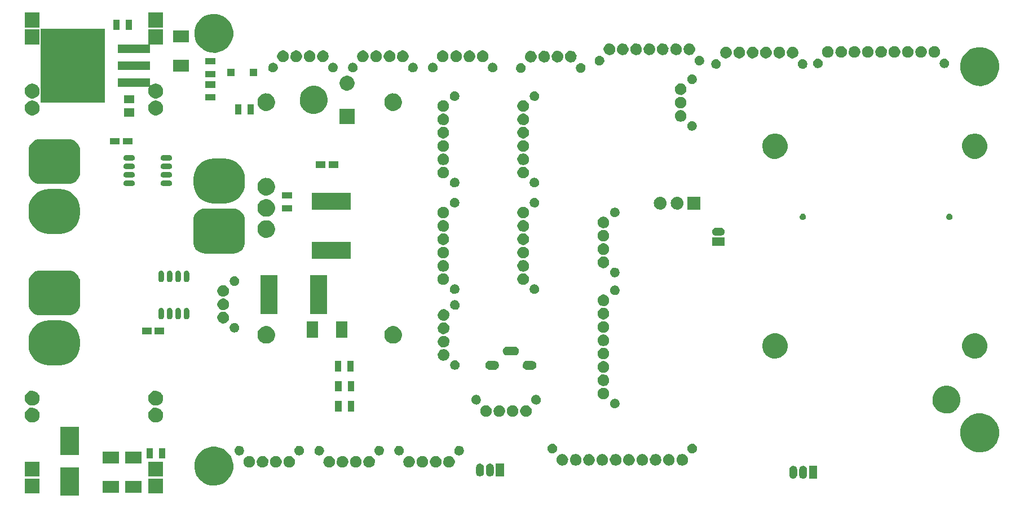
<source format=gbs>
%TF.GenerationSoftware,KiCad,Pcbnew,(2017-08-27 revision e3c64f1f0)-makepkg*%
%TF.CreationDate,2017-11-07T13:37:45+01:00*%
%TF.ProjectId,Breakout-Platine-Cube,427265616B6F75742D506C6174696E65,rev?*%
%TF.SameCoordinates,Original*%
%TF.FileFunction,Soldermask,Bot*%
%TF.FilePolarity,Negative*%
%FSLAX46Y46*%
G04 Gerber Fmt 4.6, Leading zero omitted, Abs format (unit mm)*
G04 Created by KiCad (PCBNEW (2017-08-27 revision e3c64f1f0)-makepkg) date 11/07/17 13:37:45*
%MOMM*%
%LPD*%
G01*
G04 APERTURE LIST*
%ADD10C,0.100000*%
G04 APERTURE END LIST*
D10*
G36*
X179520000Y-159720000D02*
X176780000Y-159720000D01*
X176780000Y-155480000D01*
X179520000Y-155480000D01*
X179520000Y-159720000D01*
X179520000Y-159720000D01*
G37*
G36*
X192191000Y-159424000D02*
X189951000Y-159424000D01*
X189951000Y-157184000D01*
X192191000Y-157184000D01*
X192191000Y-159424000D01*
X192191000Y-159424000D01*
G37*
G36*
X173649000Y-159424000D02*
X171409000Y-159424000D01*
X171409000Y-157184000D01*
X173649000Y-157184000D01*
X173649000Y-159424000D01*
X173649000Y-159424000D01*
G37*
G36*
X185520000Y-159270000D02*
X183080000Y-159270000D01*
X183080000Y-157530000D01*
X185520000Y-157530000D01*
X185520000Y-159270000D01*
X185520000Y-159270000D01*
G37*
G36*
X188970000Y-159270000D02*
X186530000Y-159270000D01*
X186530000Y-157530000D01*
X188970000Y-157530000D01*
X188970000Y-159270000D01*
X188970000Y-159270000D01*
G37*
G36*
X200106701Y-152381943D02*
X200667644Y-152497088D01*
X201195543Y-152718997D01*
X201670285Y-153039214D01*
X202073788Y-153445544D01*
X202390685Y-153922513D01*
X202608899Y-154451939D01*
X202720076Y-155013422D01*
X202720076Y-155013426D01*
X202720126Y-155013679D01*
X202710993Y-155667744D01*
X202710935Y-155667999D01*
X202710935Y-155668001D01*
X202584126Y-156226154D01*
X202351211Y-156749290D01*
X202021121Y-157217222D01*
X201606430Y-157612127D01*
X201122935Y-157918962D01*
X200589045Y-158126045D01*
X200025106Y-158225482D01*
X199452586Y-158213490D01*
X198893306Y-158090524D01*
X198368555Y-157861267D01*
X197898332Y-157534452D01*
X197500540Y-157122527D01*
X197190339Y-156641188D01*
X196979533Y-156108754D01*
X196876160Y-155545520D01*
X196884156Y-154972940D01*
X197003215Y-154412807D01*
X197228803Y-153886471D01*
X197552326Y-153413977D01*
X197961461Y-153013323D01*
X198440632Y-152699761D01*
X198971571Y-152485249D01*
X199534074Y-152377946D01*
X200106701Y-152381943D01*
X200106701Y-152381943D01*
G37*
G36*
X286910612Y-155267654D02*
X286910614Y-155267654D01*
X286910647Y-155267658D01*
X287022509Y-155302285D01*
X287125516Y-155357980D01*
X287215742Y-155432622D01*
X287289753Y-155523368D01*
X287344728Y-155626761D01*
X287378573Y-155738862D01*
X287390000Y-155855403D01*
X287390000Y-156564661D01*
X287389986Y-156566716D01*
X287389942Y-156572974D01*
X287376889Y-156689344D01*
X287341481Y-156800962D01*
X287285068Y-156903577D01*
X287209798Y-156993281D01*
X287118538Y-157066656D01*
X287014764Y-157120907D01*
X286902429Y-157153969D01*
X286902404Y-157153971D01*
X286902398Y-157153973D01*
X286785813Y-157164583D01*
X286669388Y-157152346D01*
X286669386Y-157152346D01*
X286669353Y-157152342D01*
X286557491Y-157117715D01*
X286454484Y-157062020D01*
X286364258Y-156987378D01*
X286290247Y-156896632D01*
X286235272Y-156793239D01*
X286201427Y-156681138D01*
X286190000Y-156564597D01*
X286190000Y-155855403D01*
X286190058Y-155847026D01*
X286203111Y-155730656D01*
X286238519Y-155619038D01*
X286294932Y-155516423D01*
X286370202Y-155426719D01*
X286461462Y-155353344D01*
X286565236Y-155299093D01*
X286677571Y-155266031D01*
X286677596Y-155266029D01*
X286677602Y-155266027D01*
X286794187Y-155255417D01*
X286910612Y-155267654D01*
X286910612Y-155267654D01*
G37*
G36*
X288410612Y-155267654D02*
X288410614Y-155267654D01*
X288410647Y-155267658D01*
X288522509Y-155302285D01*
X288625516Y-155357980D01*
X288715742Y-155432622D01*
X288789753Y-155523368D01*
X288844728Y-155626761D01*
X288878573Y-155738862D01*
X288890000Y-155855403D01*
X288890000Y-156564661D01*
X288889986Y-156566716D01*
X288889942Y-156572974D01*
X288876889Y-156689344D01*
X288841481Y-156800962D01*
X288785068Y-156903577D01*
X288709798Y-156993281D01*
X288618538Y-157066656D01*
X288514764Y-157120907D01*
X288402429Y-157153969D01*
X288402404Y-157153971D01*
X288402398Y-157153973D01*
X288285813Y-157164583D01*
X288169388Y-157152346D01*
X288169386Y-157152346D01*
X288169353Y-157152342D01*
X288057491Y-157117715D01*
X287954484Y-157062020D01*
X287864258Y-156987378D01*
X287790247Y-156896632D01*
X287735272Y-156793239D01*
X287701427Y-156681138D01*
X287690000Y-156564597D01*
X287690000Y-155855403D01*
X287690058Y-155847026D01*
X287703111Y-155730656D01*
X287738519Y-155619038D01*
X287794932Y-155516423D01*
X287870202Y-155426719D01*
X287961462Y-155353344D01*
X288065236Y-155299093D01*
X288177571Y-155266031D01*
X288177596Y-155266029D01*
X288177602Y-155266027D01*
X288294187Y-155255417D01*
X288410612Y-155267654D01*
X288410612Y-155267654D01*
G37*
G36*
X290390000Y-157160000D02*
X289190000Y-157160000D01*
X289190000Y-155260000D01*
X290390000Y-155260000D01*
X290390000Y-157160000D01*
X290390000Y-157160000D01*
G37*
G36*
X173649000Y-156884000D02*
X171409000Y-156884000D01*
X171409000Y-154644000D01*
X173649000Y-154644000D01*
X173649000Y-156884000D01*
X173649000Y-156884000D01*
G37*
G36*
X192191000Y-156884000D02*
X189951000Y-156884000D01*
X189951000Y-154644000D01*
X192191000Y-154644000D01*
X192191000Y-156884000D01*
X192191000Y-156884000D01*
G37*
G36*
X239880612Y-154937654D02*
X239880614Y-154937654D01*
X239880647Y-154937658D01*
X239992509Y-154972285D01*
X240095516Y-155027980D01*
X240185742Y-155102622D01*
X240259753Y-155193368D01*
X240314728Y-155296761D01*
X240348573Y-155408862D01*
X240360000Y-155525403D01*
X240360000Y-156234597D01*
X240359942Y-156242974D01*
X240346889Y-156359344D01*
X240311481Y-156470962D01*
X240255068Y-156573577D01*
X240179798Y-156663281D01*
X240088538Y-156736656D01*
X239984764Y-156790907D01*
X239872429Y-156823969D01*
X239872404Y-156823971D01*
X239872398Y-156823973D01*
X239755813Y-156834583D01*
X239639388Y-156822346D01*
X239639386Y-156822346D01*
X239639353Y-156822342D01*
X239527491Y-156787715D01*
X239424484Y-156732020D01*
X239334258Y-156657378D01*
X239260247Y-156566632D01*
X239205272Y-156463239D01*
X239171427Y-156351138D01*
X239160000Y-156234597D01*
X239160000Y-155525403D01*
X239160014Y-155523368D01*
X239160047Y-155518546D01*
X239160048Y-155518541D01*
X239160058Y-155517026D01*
X239173111Y-155400656D01*
X239208519Y-155289038D01*
X239264932Y-155186423D01*
X239340202Y-155096719D01*
X239431462Y-155023344D01*
X239535236Y-154969093D01*
X239647571Y-154936031D01*
X239647596Y-154936029D01*
X239647602Y-154936027D01*
X239764187Y-154925417D01*
X239880612Y-154937654D01*
X239880612Y-154937654D01*
G37*
G36*
X241380612Y-154937654D02*
X241380614Y-154937654D01*
X241380647Y-154937658D01*
X241492509Y-154972285D01*
X241595516Y-155027980D01*
X241685742Y-155102622D01*
X241759753Y-155193368D01*
X241814728Y-155296761D01*
X241848573Y-155408862D01*
X241860000Y-155525403D01*
X241860000Y-156234597D01*
X241859942Y-156242974D01*
X241846889Y-156359344D01*
X241811481Y-156470962D01*
X241755068Y-156573577D01*
X241679798Y-156663281D01*
X241588538Y-156736656D01*
X241484764Y-156790907D01*
X241372429Y-156823969D01*
X241372404Y-156823971D01*
X241372398Y-156823973D01*
X241255813Y-156834583D01*
X241139388Y-156822346D01*
X241139386Y-156822346D01*
X241139353Y-156822342D01*
X241027491Y-156787715D01*
X240924484Y-156732020D01*
X240834258Y-156657378D01*
X240760247Y-156566632D01*
X240705272Y-156463239D01*
X240671427Y-156351138D01*
X240660000Y-156234597D01*
X240660000Y-155525403D01*
X240660014Y-155523368D01*
X240660047Y-155518546D01*
X240660048Y-155518541D01*
X240660058Y-155517026D01*
X240673111Y-155400656D01*
X240708519Y-155289038D01*
X240764932Y-155186423D01*
X240840202Y-155096719D01*
X240931462Y-155023344D01*
X241035236Y-154969093D01*
X241147571Y-154936031D01*
X241147596Y-154936029D01*
X241147602Y-154936027D01*
X241264187Y-154925417D01*
X241380612Y-154937654D01*
X241380612Y-154937654D01*
G37*
G36*
X243360000Y-156830000D02*
X242160000Y-156830000D01*
X242160000Y-154930000D01*
X243360000Y-154930000D01*
X243360000Y-156830000D01*
X243360000Y-156830000D01*
G37*
G36*
X233213647Y-153784959D02*
X233380776Y-153819266D01*
X233538061Y-153885383D01*
X233679509Y-153980791D01*
X233799731Y-154101855D01*
X233894151Y-154243968D01*
X233959164Y-154401704D01*
X233992254Y-154568817D01*
X233992254Y-154568821D01*
X233992304Y-154569074D01*
X233989583Y-154763950D01*
X233989525Y-154764205D01*
X233989525Y-154764206D01*
X233951784Y-154930325D01*
X233882388Y-155086192D01*
X233784039Y-155225610D01*
X233660483Y-155343271D01*
X233516430Y-155434690D01*
X233357358Y-155496390D01*
X233189337Y-155526016D01*
X233018754Y-155522443D01*
X232852122Y-155485807D01*
X232695772Y-155417500D01*
X232555672Y-155320127D01*
X232437151Y-155197395D01*
X232344730Y-155053985D01*
X232281920Y-154895345D01*
X232251120Y-154727532D01*
X232253503Y-154556939D01*
X232288977Y-154390047D01*
X232356190Y-154233226D01*
X232452582Y-154092450D01*
X232574480Y-153973078D01*
X232717251Y-153879651D01*
X232875437Y-153815740D01*
X233043036Y-153783769D01*
X233213647Y-153784959D01*
X233213647Y-153784959D01*
G37*
G36*
X231213647Y-153784959D02*
X231380776Y-153819266D01*
X231538061Y-153885383D01*
X231679509Y-153980791D01*
X231799731Y-154101855D01*
X231894151Y-154243968D01*
X231959164Y-154401704D01*
X231992254Y-154568817D01*
X231992254Y-154568821D01*
X231992304Y-154569074D01*
X231989583Y-154763950D01*
X231989525Y-154764205D01*
X231989525Y-154764206D01*
X231951784Y-154930325D01*
X231882388Y-155086192D01*
X231784039Y-155225610D01*
X231660483Y-155343271D01*
X231516430Y-155434690D01*
X231357358Y-155496390D01*
X231189337Y-155526016D01*
X231018754Y-155522443D01*
X230852122Y-155485807D01*
X230695772Y-155417500D01*
X230555672Y-155320127D01*
X230437151Y-155197395D01*
X230344730Y-155053985D01*
X230281920Y-154895345D01*
X230251120Y-154727532D01*
X230253503Y-154556939D01*
X230288977Y-154390047D01*
X230356190Y-154233226D01*
X230452582Y-154092450D01*
X230574480Y-153973078D01*
X230717251Y-153879651D01*
X230875437Y-153815740D01*
X231043036Y-153783769D01*
X231213647Y-153784959D01*
X231213647Y-153784959D01*
G37*
G36*
X229213647Y-153784959D02*
X229380776Y-153819266D01*
X229538061Y-153885383D01*
X229679509Y-153980791D01*
X229799731Y-154101855D01*
X229894151Y-154243968D01*
X229959164Y-154401704D01*
X229992254Y-154568817D01*
X229992254Y-154568821D01*
X229992304Y-154569074D01*
X229989583Y-154763950D01*
X229989525Y-154764205D01*
X229989525Y-154764206D01*
X229951784Y-154930325D01*
X229882388Y-155086192D01*
X229784039Y-155225610D01*
X229660483Y-155343271D01*
X229516430Y-155434690D01*
X229357358Y-155496390D01*
X229189337Y-155526016D01*
X229018754Y-155522443D01*
X228852122Y-155485807D01*
X228695772Y-155417500D01*
X228555672Y-155320127D01*
X228437151Y-155197395D01*
X228344730Y-155053985D01*
X228281920Y-154895345D01*
X228251120Y-154727532D01*
X228253503Y-154556939D01*
X228288977Y-154390047D01*
X228356190Y-154233226D01*
X228452582Y-154092450D01*
X228574480Y-153973078D01*
X228717251Y-153879651D01*
X228875437Y-153815740D01*
X229043036Y-153783769D01*
X229213647Y-153784959D01*
X229213647Y-153784959D01*
G37*
G36*
X223213647Y-153784959D02*
X223380776Y-153819266D01*
X223538061Y-153885383D01*
X223679509Y-153980791D01*
X223799731Y-154101855D01*
X223894151Y-154243968D01*
X223959164Y-154401704D01*
X223992254Y-154568817D01*
X223992254Y-154568821D01*
X223992304Y-154569074D01*
X223989583Y-154763950D01*
X223989525Y-154764205D01*
X223989525Y-154764206D01*
X223951784Y-154930325D01*
X223882388Y-155086192D01*
X223784039Y-155225610D01*
X223660483Y-155343271D01*
X223516430Y-155434690D01*
X223357358Y-155496390D01*
X223189337Y-155526016D01*
X223018754Y-155522443D01*
X222852122Y-155485807D01*
X222695772Y-155417500D01*
X222555672Y-155320127D01*
X222437151Y-155197395D01*
X222344730Y-155053985D01*
X222281920Y-154895345D01*
X222251120Y-154727532D01*
X222253503Y-154556939D01*
X222288977Y-154390047D01*
X222356190Y-154233226D01*
X222452582Y-154092450D01*
X222574480Y-153973078D01*
X222717251Y-153879651D01*
X222875437Y-153815740D01*
X223043036Y-153783769D01*
X223213647Y-153784959D01*
X223213647Y-153784959D01*
G37*
G36*
X235213647Y-153784959D02*
X235380776Y-153819266D01*
X235538061Y-153885383D01*
X235679509Y-153980791D01*
X235799731Y-154101855D01*
X235894151Y-154243968D01*
X235959164Y-154401704D01*
X235992254Y-154568817D01*
X235992254Y-154568821D01*
X235992304Y-154569074D01*
X235989583Y-154763950D01*
X235989525Y-154764205D01*
X235989525Y-154764206D01*
X235951784Y-154930325D01*
X235882388Y-155086192D01*
X235784039Y-155225610D01*
X235660483Y-155343271D01*
X235516430Y-155434690D01*
X235357358Y-155496390D01*
X235189337Y-155526016D01*
X235018754Y-155522443D01*
X234852122Y-155485807D01*
X234695772Y-155417500D01*
X234555672Y-155320127D01*
X234437151Y-155197395D01*
X234344730Y-155053985D01*
X234281920Y-154895345D01*
X234251120Y-154727532D01*
X234253503Y-154556939D01*
X234288977Y-154390047D01*
X234356190Y-154233226D01*
X234452582Y-154092450D01*
X234574480Y-153973078D01*
X234717251Y-153879651D01*
X234875437Y-153815740D01*
X235043036Y-153783769D01*
X235213647Y-153784959D01*
X235213647Y-153784959D01*
G37*
G36*
X205213647Y-153784959D02*
X205380776Y-153819266D01*
X205538061Y-153885383D01*
X205679509Y-153980791D01*
X205799731Y-154101855D01*
X205894151Y-154243968D01*
X205959164Y-154401704D01*
X205992254Y-154568817D01*
X205992254Y-154568821D01*
X205992304Y-154569074D01*
X205989583Y-154763950D01*
X205989525Y-154764205D01*
X205989525Y-154764206D01*
X205951784Y-154930325D01*
X205882388Y-155086192D01*
X205784039Y-155225610D01*
X205660483Y-155343271D01*
X205516430Y-155434690D01*
X205357358Y-155496390D01*
X205189337Y-155526016D01*
X205018754Y-155522443D01*
X204852122Y-155485807D01*
X204695772Y-155417500D01*
X204555672Y-155320127D01*
X204437151Y-155197395D01*
X204344730Y-155053985D01*
X204281920Y-154895345D01*
X204251120Y-154727532D01*
X204253503Y-154556939D01*
X204288977Y-154390047D01*
X204356190Y-154233226D01*
X204452582Y-154092450D01*
X204574480Y-153973078D01*
X204717251Y-153879651D01*
X204875437Y-153815740D01*
X205043036Y-153783769D01*
X205213647Y-153784959D01*
X205213647Y-153784959D01*
G37*
G36*
X209213647Y-153784959D02*
X209380776Y-153819266D01*
X209538061Y-153885383D01*
X209679509Y-153980791D01*
X209799731Y-154101855D01*
X209894151Y-154243968D01*
X209959164Y-154401704D01*
X209992254Y-154568817D01*
X209992254Y-154568821D01*
X209992304Y-154569074D01*
X209989583Y-154763950D01*
X209989525Y-154764205D01*
X209989525Y-154764206D01*
X209951784Y-154930325D01*
X209882388Y-155086192D01*
X209784039Y-155225610D01*
X209660483Y-155343271D01*
X209516430Y-155434690D01*
X209357358Y-155496390D01*
X209189337Y-155526016D01*
X209018754Y-155522443D01*
X208852122Y-155485807D01*
X208695772Y-155417500D01*
X208555672Y-155320127D01*
X208437151Y-155197395D01*
X208344730Y-155053985D01*
X208281920Y-154895345D01*
X208251120Y-154727532D01*
X208253503Y-154556939D01*
X208288977Y-154390047D01*
X208356190Y-154233226D01*
X208452582Y-154092450D01*
X208574480Y-153973078D01*
X208717251Y-153879651D01*
X208875437Y-153815740D01*
X209043036Y-153783769D01*
X209213647Y-153784959D01*
X209213647Y-153784959D01*
G37*
G36*
X221213647Y-153784959D02*
X221380776Y-153819266D01*
X221538061Y-153885383D01*
X221679509Y-153980791D01*
X221799731Y-154101855D01*
X221894151Y-154243968D01*
X221959164Y-154401704D01*
X221992254Y-154568817D01*
X221992254Y-154568821D01*
X221992304Y-154569074D01*
X221989583Y-154763950D01*
X221989525Y-154764205D01*
X221989525Y-154764206D01*
X221951784Y-154930325D01*
X221882388Y-155086192D01*
X221784039Y-155225610D01*
X221660483Y-155343271D01*
X221516430Y-155434690D01*
X221357358Y-155496390D01*
X221189337Y-155526016D01*
X221018754Y-155522443D01*
X220852122Y-155485807D01*
X220695772Y-155417500D01*
X220555672Y-155320127D01*
X220437151Y-155197395D01*
X220344730Y-155053985D01*
X220281920Y-154895345D01*
X220251120Y-154727532D01*
X220253503Y-154556939D01*
X220288977Y-154390047D01*
X220356190Y-154233226D01*
X220452582Y-154092450D01*
X220574480Y-153973078D01*
X220717251Y-153879651D01*
X220875437Y-153815740D01*
X221043036Y-153783769D01*
X221213647Y-153784959D01*
X221213647Y-153784959D01*
G37*
G36*
X211213647Y-153784959D02*
X211380776Y-153819266D01*
X211538061Y-153885383D01*
X211679509Y-153980791D01*
X211799731Y-154101855D01*
X211894151Y-154243968D01*
X211959164Y-154401704D01*
X211992254Y-154568817D01*
X211992254Y-154568821D01*
X211992304Y-154569074D01*
X211989583Y-154763950D01*
X211989525Y-154764205D01*
X211989525Y-154764206D01*
X211951784Y-154930325D01*
X211882388Y-155086192D01*
X211784039Y-155225610D01*
X211660483Y-155343271D01*
X211516430Y-155434690D01*
X211357358Y-155496390D01*
X211189337Y-155526016D01*
X211018754Y-155522443D01*
X210852122Y-155485807D01*
X210695772Y-155417500D01*
X210555672Y-155320127D01*
X210437151Y-155197395D01*
X210344730Y-155053985D01*
X210281920Y-154895345D01*
X210251120Y-154727532D01*
X210253503Y-154556939D01*
X210288977Y-154390047D01*
X210356190Y-154233226D01*
X210452582Y-154092450D01*
X210574480Y-153973078D01*
X210717251Y-153879651D01*
X210875437Y-153815740D01*
X211043036Y-153783769D01*
X211213647Y-153784959D01*
X211213647Y-153784959D01*
G37*
G36*
X217213647Y-153784959D02*
X217380776Y-153819266D01*
X217538061Y-153885383D01*
X217679509Y-153980791D01*
X217799731Y-154101855D01*
X217894151Y-154243968D01*
X217959164Y-154401704D01*
X217992254Y-154568817D01*
X217992254Y-154568821D01*
X217992304Y-154569074D01*
X217989583Y-154763950D01*
X217989525Y-154764205D01*
X217989525Y-154764206D01*
X217951784Y-154930325D01*
X217882388Y-155086192D01*
X217784039Y-155225610D01*
X217660483Y-155343271D01*
X217516430Y-155434690D01*
X217357358Y-155496390D01*
X217189337Y-155526016D01*
X217018754Y-155522443D01*
X216852122Y-155485807D01*
X216695772Y-155417500D01*
X216555672Y-155320127D01*
X216437151Y-155197395D01*
X216344730Y-155053985D01*
X216281920Y-154895345D01*
X216251120Y-154727532D01*
X216253503Y-154556939D01*
X216288977Y-154390047D01*
X216356190Y-154233226D01*
X216452582Y-154092450D01*
X216574480Y-153973078D01*
X216717251Y-153879651D01*
X216875437Y-153815740D01*
X217043036Y-153783769D01*
X217213647Y-153784959D01*
X217213647Y-153784959D01*
G37*
G36*
X219213647Y-153784959D02*
X219380776Y-153819266D01*
X219538061Y-153885383D01*
X219679509Y-153980791D01*
X219799731Y-154101855D01*
X219894151Y-154243968D01*
X219959164Y-154401704D01*
X219992254Y-154568817D01*
X219992254Y-154568821D01*
X219992304Y-154569074D01*
X219989583Y-154763950D01*
X219989525Y-154764205D01*
X219989525Y-154764206D01*
X219951784Y-154930325D01*
X219882388Y-155086192D01*
X219784039Y-155225610D01*
X219660483Y-155343271D01*
X219516430Y-155434690D01*
X219357358Y-155496390D01*
X219189337Y-155526016D01*
X219018754Y-155522443D01*
X218852122Y-155485807D01*
X218695772Y-155417500D01*
X218555672Y-155320127D01*
X218437151Y-155197395D01*
X218344730Y-155053985D01*
X218281920Y-154895345D01*
X218251120Y-154727532D01*
X218253503Y-154556939D01*
X218288977Y-154390047D01*
X218356190Y-154233226D01*
X218452582Y-154092450D01*
X218574480Y-153973078D01*
X218717251Y-153879651D01*
X218875437Y-153815740D01*
X219043036Y-153783769D01*
X219213647Y-153784959D01*
X219213647Y-153784959D01*
G37*
G36*
X207213647Y-153784959D02*
X207380776Y-153819266D01*
X207538061Y-153885383D01*
X207679509Y-153980791D01*
X207799731Y-154101855D01*
X207894151Y-154243968D01*
X207959164Y-154401704D01*
X207992254Y-154568817D01*
X207992254Y-154568821D01*
X207992304Y-154569074D01*
X207989583Y-154763950D01*
X207989525Y-154764205D01*
X207989525Y-154764206D01*
X207951784Y-154930325D01*
X207882388Y-155086192D01*
X207784039Y-155225610D01*
X207660483Y-155343271D01*
X207516430Y-155434690D01*
X207357358Y-155496390D01*
X207189337Y-155526016D01*
X207018754Y-155522443D01*
X206852122Y-155485807D01*
X206695772Y-155417500D01*
X206555672Y-155320127D01*
X206437151Y-155197395D01*
X206344730Y-155053985D01*
X206281920Y-154895345D01*
X206251120Y-154727532D01*
X206253503Y-154556939D01*
X206288977Y-154390047D01*
X206356190Y-154233226D01*
X206452582Y-154092450D01*
X206574480Y-153973078D01*
X206717251Y-153879651D01*
X206875437Y-153815740D01*
X207043036Y-153783769D01*
X207213647Y-153784959D01*
X207213647Y-153784959D01*
G37*
G36*
X270221381Y-153480577D02*
X270388510Y-153514884D01*
X270545795Y-153581001D01*
X270687243Y-153676409D01*
X270807465Y-153797473D01*
X270901885Y-153939586D01*
X270966898Y-154097322D01*
X270999988Y-154264435D01*
X270999988Y-154264439D01*
X271000038Y-154264692D01*
X270997317Y-154459568D01*
X270997259Y-154459823D01*
X270997259Y-154459824D01*
X270959518Y-154625943D01*
X270890122Y-154781810D01*
X270791773Y-154921228D01*
X270668217Y-155038889D01*
X270524164Y-155130308D01*
X270365092Y-155192008D01*
X270197071Y-155221634D01*
X270026488Y-155218061D01*
X269859856Y-155181425D01*
X269703506Y-155113118D01*
X269563406Y-155015745D01*
X269444885Y-154893013D01*
X269352464Y-154749603D01*
X269289654Y-154590963D01*
X269258854Y-154423150D01*
X269261237Y-154252557D01*
X269296711Y-154085665D01*
X269363924Y-153928844D01*
X269460316Y-153788068D01*
X269582214Y-153668696D01*
X269724985Y-153575269D01*
X269883171Y-153511358D01*
X270050770Y-153479387D01*
X270221381Y-153480577D01*
X270221381Y-153480577D01*
G37*
G36*
X256221381Y-153480577D02*
X256388510Y-153514884D01*
X256545795Y-153581001D01*
X256687243Y-153676409D01*
X256807465Y-153797473D01*
X256901885Y-153939586D01*
X256966898Y-154097322D01*
X256999988Y-154264435D01*
X256999988Y-154264439D01*
X257000038Y-154264692D01*
X256997317Y-154459568D01*
X256997259Y-154459823D01*
X256997259Y-154459824D01*
X256959518Y-154625943D01*
X256890122Y-154781810D01*
X256791773Y-154921228D01*
X256668217Y-155038889D01*
X256524164Y-155130308D01*
X256365092Y-155192008D01*
X256197071Y-155221634D01*
X256026488Y-155218061D01*
X255859856Y-155181425D01*
X255703506Y-155113118D01*
X255563406Y-155015745D01*
X255444885Y-154893013D01*
X255352464Y-154749603D01*
X255289654Y-154590963D01*
X255258854Y-154423150D01*
X255261237Y-154252557D01*
X255296711Y-154085665D01*
X255363924Y-153928844D01*
X255460316Y-153788068D01*
X255582214Y-153668696D01*
X255724985Y-153575269D01*
X255883171Y-153511358D01*
X256050770Y-153479387D01*
X256221381Y-153480577D01*
X256221381Y-153480577D01*
G37*
G36*
X258221381Y-153480577D02*
X258388510Y-153514884D01*
X258545795Y-153581001D01*
X258687243Y-153676409D01*
X258807465Y-153797473D01*
X258901885Y-153939586D01*
X258966898Y-154097322D01*
X258999988Y-154264435D01*
X258999988Y-154264439D01*
X259000038Y-154264692D01*
X258997317Y-154459568D01*
X258997259Y-154459823D01*
X258997259Y-154459824D01*
X258959518Y-154625943D01*
X258890122Y-154781810D01*
X258791773Y-154921228D01*
X258668217Y-155038889D01*
X258524164Y-155130308D01*
X258365092Y-155192008D01*
X258197071Y-155221634D01*
X258026488Y-155218061D01*
X257859856Y-155181425D01*
X257703506Y-155113118D01*
X257563406Y-155015745D01*
X257444885Y-154893013D01*
X257352464Y-154749603D01*
X257289654Y-154590963D01*
X257258854Y-154423150D01*
X257261237Y-154252557D01*
X257296711Y-154085665D01*
X257363924Y-153928844D01*
X257460316Y-153788068D01*
X257582214Y-153668696D01*
X257724985Y-153575269D01*
X257883171Y-153511358D01*
X258050770Y-153479387D01*
X258221381Y-153480577D01*
X258221381Y-153480577D01*
G37*
G36*
X260221381Y-153480577D02*
X260388510Y-153514884D01*
X260545795Y-153581001D01*
X260687243Y-153676409D01*
X260807465Y-153797473D01*
X260901885Y-153939586D01*
X260966898Y-154097322D01*
X260999988Y-154264435D01*
X260999988Y-154264439D01*
X261000038Y-154264692D01*
X260997317Y-154459568D01*
X260997259Y-154459823D01*
X260997259Y-154459824D01*
X260959518Y-154625943D01*
X260890122Y-154781810D01*
X260791773Y-154921228D01*
X260668217Y-155038889D01*
X260524164Y-155130308D01*
X260365092Y-155192008D01*
X260197071Y-155221634D01*
X260026488Y-155218061D01*
X259859856Y-155181425D01*
X259703506Y-155113118D01*
X259563406Y-155015745D01*
X259444885Y-154893013D01*
X259352464Y-154749603D01*
X259289654Y-154590963D01*
X259258854Y-154423150D01*
X259261237Y-154252557D01*
X259296711Y-154085665D01*
X259363924Y-153928844D01*
X259460316Y-153788068D01*
X259582214Y-153668696D01*
X259724985Y-153575269D01*
X259883171Y-153511358D01*
X260050770Y-153479387D01*
X260221381Y-153480577D01*
X260221381Y-153480577D01*
G37*
G36*
X262221381Y-153480577D02*
X262388510Y-153514884D01*
X262545795Y-153581001D01*
X262687243Y-153676409D01*
X262807465Y-153797473D01*
X262901885Y-153939586D01*
X262966898Y-154097322D01*
X262999988Y-154264435D01*
X262999988Y-154264439D01*
X263000038Y-154264692D01*
X262997317Y-154459568D01*
X262997259Y-154459823D01*
X262997259Y-154459824D01*
X262959518Y-154625943D01*
X262890122Y-154781810D01*
X262791773Y-154921228D01*
X262668217Y-155038889D01*
X262524164Y-155130308D01*
X262365092Y-155192008D01*
X262197071Y-155221634D01*
X262026488Y-155218061D01*
X261859856Y-155181425D01*
X261703506Y-155113118D01*
X261563406Y-155015745D01*
X261444885Y-154893013D01*
X261352464Y-154749603D01*
X261289654Y-154590963D01*
X261258854Y-154423150D01*
X261261237Y-154252557D01*
X261296711Y-154085665D01*
X261363924Y-153928844D01*
X261460316Y-153788068D01*
X261582214Y-153668696D01*
X261724985Y-153575269D01*
X261883171Y-153511358D01*
X262050770Y-153479387D01*
X262221381Y-153480577D01*
X262221381Y-153480577D01*
G37*
G36*
X264221381Y-153480577D02*
X264388510Y-153514884D01*
X264545795Y-153581001D01*
X264687243Y-153676409D01*
X264807465Y-153797473D01*
X264901885Y-153939586D01*
X264966898Y-154097322D01*
X264999988Y-154264435D01*
X264999988Y-154264439D01*
X265000038Y-154264692D01*
X264997317Y-154459568D01*
X264997259Y-154459823D01*
X264997259Y-154459824D01*
X264959518Y-154625943D01*
X264890122Y-154781810D01*
X264791773Y-154921228D01*
X264668217Y-155038889D01*
X264524164Y-155130308D01*
X264365092Y-155192008D01*
X264197071Y-155221634D01*
X264026488Y-155218061D01*
X263859856Y-155181425D01*
X263703506Y-155113118D01*
X263563406Y-155015745D01*
X263444885Y-154893013D01*
X263352464Y-154749603D01*
X263289654Y-154590963D01*
X263258854Y-154423150D01*
X263261237Y-154252557D01*
X263296711Y-154085665D01*
X263363924Y-153928844D01*
X263460316Y-153788068D01*
X263582214Y-153668696D01*
X263724985Y-153575269D01*
X263883171Y-153511358D01*
X264050770Y-153479387D01*
X264221381Y-153480577D01*
X264221381Y-153480577D01*
G37*
G36*
X266221381Y-153480577D02*
X266388510Y-153514884D01*
X266545795Y-153581001D01*
X266687243Y-153676409D01*
X266807465Y-153797473D01*
X266901885Y-153939586D01*
X266966898Y-154097322D01*
X266999988Y-154264435D01*
X266999988Y-154264439D01*
X267000038Y-154264692D01*
X266997317Y-154459568D01*
X266997259Y-154459823D01*
X266997259Y-154459824D01*
X266959518Y-154625943D01*
X266890122Y-154781810D01*
X266791773Y-154921228D01*
X266668217Y-155038889D01*
X266524164Y-155130308D01*
X266365092Y-155192008D01*
X266197071Y-155221634D01*
X266026488Y-155218061D01*
X265859856Y-155181425D01*
X265703506Y-155113118D01*
X265563406Y-155015745D01*
X265444885Y-154893013D01*
X265352464Y-154749603D01*
X265289654Y-154590963D01*
X265258854Y-154423150D01*
X265261237Y-154252557D01*
X265296711Y-154085665D01*
X265363924Y-153928844D01*
X265460316Y-153788068D01*
X265582214Y-153668696D01*
X265724985Y-153575269D01*
X265883171Y-153511358D01*
X266050770Y-153479387D01*
X266221381Y-153480577D01*
X266221381Y-153480577D01*
G37*
G36*
X268221381Y-153480577D02*
X268388510Y-153514884D01*
X268545795Y-153581001D01*
X268687243Y-153676409D01*
X268807465Y-153797473D01*
X268901885Y-153939586D01*
X268966898Y-154097322D01*
X268999988Y-154264435D01*
X268999988Y-154264439D01*
X269000038Y-154264692D01*
X268997317Y-154459568D01*
X268997259Y-154459823D01*
X268997259Y-154459824D01*
X268959518Y-154625943D01*
X268890122Y-154781810D01*
X268791773Y-154921228D01*
X268668217Y-155038889D01*
X268524164Y-155130308D01*
X268365092Y-155192008D01*
X268197071Y-155221634D01*
X268026488Y-155218061D01*
X267859856Y-155181425D01*
X267703506Y-155113118D01*
X267563406Y-155015745D01*
X267444885Y-154893013D01*
X267352464Y-154749603D01*
X267289654Y-154590963D01*
X267258854Y-154423150D01*
X267261237Y-154252557D01*
X267296711Y-154085665D01*
X267363924Y-153928844D01*
X267460316Y-153788068D01*
X267582214Y-153668696D01*
X267724985Y-153575269D01*
X267883171Y-153511358D01*
X268050770Y-153479387D01*
X268221381Y-153480577D01*
X268221381Y-153480577D01*
G37*
G36*
X252221381Y-153480577D02*
X252388510Y-153514884D01*
X252545795Y-153581001D01*
X252687243Y-153676409D01*
X252807465Y-153797473D01*
X252901885Y-153939586D01*
X252966898Y-154097322D01*
X252999988Y-154264435D01*
X252999988Y-154264439D01*
X253000038Y-154264692D01*
X252997317Y-154459568D01*
X252997259Y-154459823D01*
X252997259Y-154459824D01*
X252959518Y-154625943D01*
X252890122Y-154781810D01*
X252791773Y-154921228D01*
X252668217Y-155038889D01*
X252524164Y-155130308D01*
X252365092Y-155192008D01*
X252197071Y-155221634D01*
X252026488Y-155218061D01*
X251859856Y-155181425D01*
X251703506Y-155113118D01*
X251563406Y-155015745D01*
X251444885Y-154893013D01*
X251352464Y-154749603D01*
X251289654Y-154590963D01*
X251258854Y-154423150D01*
X251261237Y-154252557D01*
X251296711Y-154085665D01*
X251363924Y-153928844D01*
X251460316Y-153788068D01*
X251582214Y-153668696D01*
X251724985Y-153575269D01*
X251883171Y-153511358D01*
X252050770Y-153479387D01*
X252221381Y-153480577D01*
X252221381Y-153480577D01*
G37*
G36*
X254221381Y-153480577D02*
X254388510Y-153514884D01*
X254545795Y-153581001D01*
X254687243Y-153676409D01*
X254807465Y-153797473D01*
X254901885Y-153939586D01*
X254966898Y-154097322D01*
X254999988Y-154264435D01*
X254999988Y-154264439D01*
X255000038Y-154264692D01*
X254997317Y-154459568D01*
X254997259Y-154459823D01*
X254997259Y-154459824D01*
X254959518Y-154625943D01*
X254890122Y-154781810D01*
X254791773Y-154921228D01*
X254668217Y-155038889D01*
X254524164Y-155130308D01*
X254365092Y-155192008D01*
X254197071Y-155221634D01*
X254026488Y-155218061D01*
X253859856Y-155181425D01*
X253703506Y-155113118D01*
X253563406Y-155015745D01*
X253444885Y-154893013D01*
X253352464Y-154749603D01*
X253289654Y-154590963D01*
X253258854Y-154423150D01*
X253261237Y-154252557D01*
X253296711Y-154085665D01*
X253363924Y-153928844D01*
X253460316Y-153788068D01*
X253582214Y-153668696D01*
X253724985Y-153575269D01*
X253883171Y-153511358D01*
X254050770Y-153479387D01*
X254221381Y-153480577D01*
X254221381Y-153480577D01*
G37*
G36*
X188970000Y-154870000D02*
X186530000Y-154870000D01*
X186530000Y-153130000D01*
X188970000Y-153130000D01*
X188970000Y-154870000D01*
X188970000Y-154870000D01*
G37*
G36*
X185520000Y-154870000D02*
X183080000Y-154870000D01*
X183080000Y-153130000D01*
X185520000Y-153130000D01*
X185520000Y-154870000D01*
X185520000Y-154870000D01*
G37*
G36*
X190620000Y-154120000D02*
X189680000Y-154120000D01*
X189680000Y-152580000D01*
X190620000Y-152580000D01*
X190620000Y-154120000D01*
X190620000Y-154120000D01*
G37*
G36*
X192520000Y-154120000D02*
X191580000Y-154120000D01*
X191580000Y-152580000D01*
X192520000Y-152580000D01*
X192520000Y-154120000D01*
X192520000Y-154120000D01*
G37*
G36*
X212697891Y-152234860D02*
X212836205Y-152263252D01*
X212966373Y-152317969D01*
X213083433Y-152396927D01*
X213182927Y-152497118D01*
X213261068Y-152614730D01*
X213314871Y-152745268D01*
X213342247Y-152883525D01*
X213342247Y-152883529D01*
X213342297Y-152883782D01*
X213340045Y-153045059D01*
X213339988Y-153045310D01*
X213339988Y-153045315D01*
X213308764Y-153182748D01*
X213251332Y-153311743D01*
X213169940Y-153427123D01*
X213067687Y-153524497D01*
X212948471Y-153600154D01*
X212816824Y-153651217D01*
X212677774Y-153675735D01*
X212536601Y-153672778D01*
X212398699Y-153642458D01*
X212269305Y-153585928D01*
X212153361Y-153505343D01*
X212055274Y-153403772D01*
X211978788Y-153285089D01*
X211926807Y-153153800D01*
X211901318Y-153014920D01*
X211903290Y-152873741D01*
X211932648Y-152735622D01*
X211988272Y-152605839D01*
X212068043Y-152489338D01*
X212068045Y-152489335D01*
X212119510Y-152438937D01*
X212168928Y-152390542D01*
X212287081Y-152313225D01*
X212417994Y-152260334D01*
X212556697Y-152233875D01*
X212697891Y-152234860D01*
X212697891Y-152234860D01*
G37*
G36*
X203697891Y-152234860D02*
X203836205Y-152263252D01*
X203966373Y-152317969D01*
X204083433Y-152396927D01*
X204182927Y-152497118D01*
X204261068Y-152614730D01*
X204314871Y-152745268D01*
X204342247Y-152883525D01*
X204342247Y-152883529D01*
X204342297Y-152883782D01*
X204340045Y-153045059D01*
X204339988Y-153045310D01*
X204339988Y-153045315D01*
X204308764Y-153182748D01*
X204251332Y-153311743D01*
X204169940Y-153427123D01*
X204067687Y-153524497D01*
X203948471Y-153600154D01*
X203816824Y-153651217D01*
X203677774Y-153675735D01*
X203536601Y-153672778D01*
X203398699Y-153642458D01*
X203269305Y-153585928D01*
X203153361Y-153505343D01*
X203055274Y-153403772D01*
X202978788Y-153285089D01*
X202926807Y-153153800D01*
X202901318Y-153014920D01*
X202903290Y-152873741D01*
X202932648Y-152735622D01*
X202988272Y-152605839D01*
X203068043Y-152489338D01*
X203068045Y-152489335D01*
X203119510Y-152438937D01*
X203168928Y-152390542D01*
X203287081Y-152313225D01*
X203417994Y-152260334D01*
X203556697Y-152233875D01*
X203697891Y-152234860D01*
X203697891Y-152234860D01*
G37*
G36*
X215697891Y-152234860D02*
X215836205Y-152263252D01*
X215966373Y-152317969D01*
X216083433Y-152396927D01*
X216182927Y-152497118D01*
X216261068Y-152614730D01*
X216314871Y-152745268D01*
X216342247Y-152883525D01*
X216342247Y-152883529D01*
X216342297Y-152883782D01*
X216340045Y-153045059D01*
X216339988Y-153045310D01*
X216339988Y-153045315D01*
X216308764Y-153182748D01*
X216251332Y-153311743D01*
X216169940Y-153427123D01*
X216067687Y-153524497D01*
X215948471Y-153600154D01*
X215816824Y-153651217D01*
X215677774Y-153675735D01*
X215536601Y-153672778D01*
X215398699Y-153642458D01*
X215269305Y-153585928D01*
X215153361Y-153505343D01*
X215055274Y-153403772D01*
X214978788Y-153285089D01*
X214926807Y-153153800D01*
X214901318Y-153014920D01*
X214903290Y-152873741D01*
X214932648Y-152735622D01*
X214988272Y-152605839D01*
X215068043Y-152489338D01*
X215068045Y-152489335D01*
X215119510Y-152438937D01*
X215168928Y-152390542D01*
X215287081Y-152313225D01*
X215417994Y-152260334D01*
X215556697Y-152233875D01*
X215697891Y-152234860D01*
X215697891Y-152234860D01*
G37*
G36*
X224697891Y-152234860D02*
X224836205Y-152263252D01*
X224966373Y-152317969D01*
X225083433Y-152396927D01*
X225182927Y-152497118D01*
X225261068Y-152614730D01*
X225314871Y-152745268D01*
X225342247Y-152883525D01*
X225342247Y-152883529D01*
X225342297Y-152883782D01*
X225340045Y-153045059D01*
X225339988Y-153045310D01*
X225339988Y-153045315D01*
X225308764Y-153182748D01*
X225251332Y-153311743D01*
X225169940Y-153427123D01*
X225067687Y-153524497D01*
X224948471Y-153600154D01*
X224816824Y-153651217D01*
X224677774Y-153675735D01*
X224536601Y-153672778D01*
X224398699Y-153642458D01*
X224269305Y-153585928D01*
X224153361Y-153505343D01*
X224055274Y-153403772D01*
X223978788Y-153285089D01*
X223926807Y-153153800D01*
X223901318Y-153014920D01*
X223903290Y-152873741D01*
X223932648Y-152735622D01*
X223988272Y-152605839D01*
X224068043Y-152489338D01*
X224068045Y-152489335D01*
X224119510Y-152438937D01*
X224168928Y-152390542D01*
X224287081Y-152313225D01*
X224417994Y-152260334D01*
X224556697Y-152233875D01*
X224697891Y-152234860D01*
X224697891Y-152234860D01*
G37*
G36*
X227697891Y-152234860D02*
X227836205Y-152263252D01*
X227966373Y-152317969D01*
X228083433Y-152396927D01*
X228182927Y-152497118D01*
X228261068Y-152614730D01*
X228314871Y-152745268D01*
X228342247Y-152883525D01*
X228342247Y-152883529D01*
X228342297Y-152883782D01*
X228340045Y-153045059D01*
X228339988Y-153045310D01*
X228339988Y-153045315D01*
X228308764Y-153182748D01*
X228251332Y-153311743D01*
X228169940Y-153427123D01*
X228067687Y-153524497D01*
X227948471Y-153600154D01*
X227816824Y-153651217D01*
X227677774Y-153675735D01*
X227536601Y-153672778D01*
X227398699Y-153642458D01*
X227269305Y-153585928D01*
X227153361Y-153505343D01*
X227055274Y-153403772D01*
X226978788Y-153285089D01*
X226926807Y-153153800D01*
X226901318Y-153014920D01*
X226903290Y-152873741D01*
X226932648Y-152735622D01*
X226988272Y-152605839D01*
X227068043Y-152489338D01*
X227068045Y-152489335D01*
X227119510Y-152438937D01*
X227168928Y-152390542D01*
X227287081Y-152313225D01*
X227417994Y-152260334D01*
X227556697Y-152233875D01*
X227697891Y-152234860D01*
X227697891Y-152234860D01*
G37*
G36*
X236697891Y-152234860D02*
X236836205Y-152263252D01*
X236966373Y-152317969D01*
X237083433Y-152396927D01*
X237182927Y-152497118D01*
X237261068Y-152614730D01*
X237314871Y-152745268D01*
X237342247Y-152883525D01*
X237342247Y-152883529D01*
X237342297Y-152883782D01*
X237340045Y-153045059D01*
X237339988Y-153045310D01*
X237339988Y-153045315D01*
X237308764Y-153182748D01*
X237251332Y-153311743D01*
X237169940Y-153427123D01*
X237067687Y-153524497D01*
X236948471Y-153600154D01*
X236816824Y-153651217D01*
X236677774Y-153675735D01*
X236536601Y-153672778D01*
X236398699Y-153642458D01*
X236269305Y-153585928D01*
X236153361Y-153505343D01*
X236055274Y-153403772D01*
X235978788Y-153285089D01*
X235926807Y-153153800D01*
X235901318Y-153014920D01*
X235903290Y-152873741D01*
X235932648Y-152735622D01*
X235988272Y-152605839D01*
X236068043Y-152489338D01*
X236068045Y-152489335D01*
X236119510Y-152438937D01*
X236168928Y-152390542D01*
X236287081Y-152313225D01*
X236417994Y-152260334D01*
X236556697Y-152233875D01*
X236697891Y-152234860D01*
X236697891Y-152234860D01*
G37*
G36*
X179520000Y-153620000D02*
X176780000Y-153620000D01*
X176780000Y-149380000D01*
X179520000Y-149380000D01*
X179520000Y-153620000D01*
X179520000Y-153620000D01*
G37*
G36*
X250705625Y-151930478D02*
X250843939Y-151958870D01*
X250974107Y-152013587D01*
X251091167Y-152092545D01*
X251190661Y-152192736D01*
X251268802Y-152310348D01*
X251322605Y-152440886D01*
X251349981Y-152579143D01*
X251349981Y-152579147D01*
X251350031Y-152579400D01*
X251347779Y-152740677D01*
X251347722Y-152740928D01*
X251347722Y-152740933D01*
X251316498Y-152878366D01*
X251259066Y-153007361D01*
X251177674Y-153122741D01*
X251075421Y-153220115D01*
X250956205Y-153295772D01*
X250824558Y-153346835D01*
X250685508Y-153371353D01*
X250544335Y-153368396D01*
X250406433Y-153338076D01*
X250277039Y-153281546D01*
X250161095Y-153200961D01*
X250063008Y-153099390D01*
X249986522Y-152980707D01*
X249934541Y-152849418D01*
X249909052Y-152710538D01*
X249911024Y-152569359D01*
X249940382Y-152431240D01*
X249996006Y-152301457D01*
X250075777Y-152184956D01*
X250075779Y-152184953D01*
X250139526Y-152122527D01*
X250176662Y-152086160D01*
X250294815Y-152008843D01*
X250425728Y-151955952D01*
X250564431Y-151929493D01*
X250705625Y-151930478D01*
X250705625Y-151930478D01*
G37*
G36*
X271705625Y-151930478D02*
X271843939Y-151958870D01*
X271974107Y-152013587D01*
X272091167Y-152092545D01*
X272190661Y-152192736D01*
X272268802Y-152310348D01*
X272322605Y-152440886D01*
X272349981Y-152579143D01*
X272349981Y-152579147D01*
X272350031Y-152579400D01*
X272347779Y-152740677D01*
X272347722Y-152740928D01*
X272347722Y-152740933D01*
X272316498Y-152878366D01*
X272259066Y-153007361D01*
X272177674Y-153122741D01*
X272075421Y-153220115D01*
X271956205Y-153295772D01*
X271824558Y-153346835D01*
X271685508Y-153371353D01*
X271544335Y-153368396D01*
X271406433Y-153338076D01*
X271277039Y-153281546D01*
X271161095Y-153200961D01*
X271063008Y-153099390D01*
X270986522Y-152980707D01*
X270934541Y-152849418D01*
X270909052Y-152710538D01*
X270911024Y-152569359D01*
X270940382Y-152431240D01*
X270996006Y-152301457D01*
X271075777Y-152184956D01*
X271075779Y-152184953D01*
X271139526Y-152122527D01*
X271176662Y-152086160D01*
X271294815Y-152008843D01*
X271425728Y-151955952D01*
X271564431Y-151929493D01*
X271705625Y-151930478D01*
X271705625Y-151930478D01*
G37*
G36*
X315106701Y-147381943D02*
X315667644Y-147497088D01*
X316195543Y-147718997D01*
X316670285Y-148039214D01*
X317073788Y-148445544D01*
X317390685Y-148922513D01*
X317608899Y-149451939D01*
X317720076Y-150013422D01*
X317720076Y-150013426D01*
X317720126Y-150013679D01*
X317710993Y-150667744D01*
X317710935Y-150667999D01*
X317710935Y-150668001D01*
X317584126Y-151226154D01*
X317351211Y-151749290D01*
X317021121Y-152217222D01*
X316606430Y-152612127D01*
X316122935Y-152918962D01*
X315589045Y-153126045D01*
X315025106Y-153225482D01*
X314452586Y-153213490D01*
X313893306Y-153090524D01*
X313368555Y-152861267D01*
X312898332Y-152534452D01*
X312500540Y-152122527D01*
X312190339Y-151641188D01*
X311979533Y-151108754D01*
X311876160Y-150545520D01*
X311884156Y-149972940D01*
X312003215Y-149412807D01*
X312228803Y-148886471D01*
X312552326Y-148413977D01*
X312961461Y-148013323D01*
X313440632Y-147699761D01*
X313971571Y-147485249D01*
X314534074Y-147377946D01*
X315106701Y-147381943D01*
X315106701Y-147381943D01*
G37*
G36*
X191188639Y-146516744D02*
X191403794Y-146560909D01*
X191606277Y-146646025D01*
X191788370Y-146768848D01*
X191943139Y-146924701D01*
X192064690Y-147107650D01*
X192148386Y-147310714D01*
X192190999Y-147525921D01*
X192190999Y-147525930D01*
X192191048Y-147526178D01*
X192187545Y-147777052D01*
X192187489Y-147777298D01*
X192187489Y-147777309D01*
X192138886Y-147991237D01*
X192049547Y-148191893D01*
X191922941Y-148371371D01*
X191763874Y-148522847D01*
X191578429Y-148640534D01*
X191373647Y-148719964D01*
X191157344Y-148758104D01*
X190937744Y-148753504D01*
X190723228Y-148706340D01*
X190521951Y-148618405D01*
X190341592Y-148493051D01*
X190189013Y-148335052D01*
X190070034Y-148150431D01*
X189989176Y-147946206D01*
X189949525Y-147730170D01*
X189952593Y-147510555D01*
X189998260Y-147295706D01*
X190084787Y-147093823D01*
X190208878Y-146912593D01*
X190365804Y-146758918D01*
X190549600Y-146638646D01*
X190753244Y-146556369D01*
X190969002Y-146515211D01*
X191188639Y-146516744D01*
X191188639Y-146516744D01*
G37*
G36*
X172646639Y-146516744D02*
X172861794Y-146560909D01*
X173064277Y-146646025D01*
X173246370Y-146768848D01*
X173401139Y-146924701D01*
X173522690Y-147107650D01*
X173606386Y-147310714D01*
X173648999Y-147525921D01*
X173648999Y-147525930D01*
X173649048Y-147526178D01*
X173645545Y-147777052D01*
X173645489Y-147777298D01*
X173645489Y-147777309D01*
X173596886Y-147991237D01*
X173507547Y-148191893D01*
X173380941Y-148371371D01*
X173221874Y-148522847D01*
X173036429Y-148640534D01*
X172831647Y-148719964D01*
X172615344Y-148758104D01*
X172395744Y-148753504D01*
X172181228Y-148706340D01*
X171979951Y-148618405D01*
X171799592Y-148493051D01*
X171647013Y-148335052D01*
X171528034Y-148150431D01*
X171447176Y-147946206D01*
X171407525Y-147730170D01*
X171410593Y-147510555D01*
X171456260Y-147295706D01*
X171542787Y-147093823D01*
X171666878Y-146912593D01*
X171823804Y-146758918D01*
X172007600Y-146638646D01*
X172211244Y-146556369D01*
X172427002Y-146515211D01*
X172646639Y-146516744D01*
X172646639Y-146516744D01*
G37*
G36*
X242761381Y-146160577D02*
X242928510Y-146194884D01*
X243085795Y-146261001D01*
X243227243Y-146356409D01*
X243347465Y-146477473D01*
X243441885Y-146619586D01*
X243506898Y-146777322D01*
X243539988Y-146944435D01*
X243539988Y-146944439D01*
X243540038Y-146944692D01*
X243537317Y-147139568D01*
X243537259Y-147139823D01*
X243537259Y-147139824D01*
X243499518Y-147305943D01*
X243430122Y-147461810D01*
X243331773Y-147601228D01*
X243208217Y-147718889D01*
X243064164Y-147810308D01*
X242905092Y-147872008D01*
X242737071Y-147901634D01*
X242566488Y-147898061D01*
X242399856Y-147861425D01*
X242243506Y-147793118D01*
X242103406Y-147695745D01*
X241984885Y-147573013D01*
X241892464Y-147429603D01*
X241829654Y-147270963D01*
X241798854Y-147103150D01*
X241801237Y-146932557D01*
X241836711Y-146765665D01*
X241903924Y-146608844D01*
X242000316Y-146468068D01*
X242122214Y-146348696D01*
X242264985Y-146255269D01*
X242423171Y-146191358D01*
X242590770Y-146159387D01*
X242761381Y-146160577D01*
X242761381Y-146160577D01*
G37*
G36*
X240761381Y-146160577D02*
X240928510Y-146194884D01*
X241085795Y-146261001D01*
X241227243Y-146356409D01*
X241347465Y-146477473D01*
X241441885Y-146619586D01*
X241506898Y-146777322D01*
X241539988Y-146944435D01*
X241539988Y-146944439D01*
X241540038Y-146944692D01*
X241537317Y-147139568D01*
X241537259Y-147139823D01*
X241537259Y-147139824D01*
X241499518Y-147305943D01*
X241430122Y-147461810D01*
X241331773Y-147601228D01*
X241208217Y-147718889D01*
X241064164Y-147810308D01*
X240905092Y-147872008D01*
X240737071Y-147901634D01*
X240566488Y-147898061D01*
X240399856Y-147861425D01*
X240243506Y-147793118D01*
X240103406Y-147695745D01*
X239984885Y-147573013D01*
X239892464Y-147429603D01*
X239829654Y-147270963D01*
X239798854Y-147103150D01*
X239801237Y-146932557D01*
X239836711Y-146765665D01*
X239903924Y-146608844D01*
X240000316Y-146468068D01*
X240122214Y-146348696D01*
X240264985Y-146255269D01*
X240423171Y-146191358D01*
X240590770Y-146159387D01*
X240761381Y-146160577D01*
X240761381Y-146160577D01*
G37*
G36*
X246761381Y-146160577D02*
X246928510Y-146194884D01*
X247085795Y-146261001D01*
X247227243Y-146356409D01*
X247347465Y-146477473D01*
X247441885Y-146619586D01*
X247506898Y-146777322D01*
X247539988Y-146944435D01*
X247539988Y-146944439D01*
X247540038Y-146944692D01*
X247537317Y-147139568D01*
X247537259Y-147139823D01*
X247537259Y-147139824D01*
X247499518Y-147305943D01*
X247430122Y-147461810D01*
X247331773Y-147601228D01*
X247208217Y-147718889D01*
X247064164Y-147810308D01*
X246905092Y-147872008D01*
X246737071Y-147901634D01*
X246566488Y-147898061D01*
X246399856Y-147861425D01*
X246243506Y-147793118D01*
X246103406Y-147695745D01*
X245984885Y-147573013D01*
X245892464Y-147429603D01*
X245829654Y-147270963D01*
X245798854Y-147103150D01*
X245801237Y-146932557D01*
X245836711Y-146765665D01*
X245903924Y-146608844D01*
X246000316Y-146468068D01*
X246122214Y-146348696D01*
X246264985Y-146255269D01*
X246423171Y-146191358D01*
X246590770Y-146159387D01*
X246761381Y-146160577D01*
X246761381Y-146160577D01*
G37*
G36*
X244761381Y-146160577D02*
X244928510Y-146194884D01*
X245085795Y-146261001D01*
X245227243Y-146356409D01*
X245347465Y-146477473D01*
X245441885Y-146619586D01*
X245506898Y-146777322D01*
X245539988Y-146944435D01*
X245539988Y-146944439D01*
X245540038Y-146944692D01*
X245537317Y-147139568D01*
X245537259Y-147139823D01*
X245537259Y-147139824D01*
X245499518Y-147305943D01*
X245430122Y-147461810D01*
X245331773Y-147601228D01*
X245208217Y-147718889D01*
X245064164Y-147810308D01*
X244905092Y-147872008D01*
X244737071Y-147901634D01*
X244566488Y-147898061D01*
X244399856Y-147861425D01*
X244243506Y-147793118D01*
X244103406Y-147695745D01*
X243984885Y-147573013D01*
X243892464Y-147429603D01*
X243829654Y-147270963D01*
X243798854Y-147103150D01*
X243801237Y-146932557D01*
X243836711Y-146765665D01*
X243903924Y-146608844D01*
X244000316Y-146468068D01*
X244122214Y-146348696D01*
X244264985Y-146255269D01*
X244423171Y-146191358D01*
X244590770Y-146159387D01*
X244761381Y-146160577D01*
X244761381Y-146160577D01*
G37*
G36*
X310020573Y-143201397D02*
X310423990Y-143284207D01*
X310803644Y-143443799D01*
X311145068Y-143674092D01*
X311435258Y-143966316D01*
X311663165Y-144309342D01*
X311820098Y-144690092D01*
X311900040Y-145093827D01*
X311900040Y-145093831D01*
X311900090Y-145094084D01*
X311893522Y-145564473D01*
X311893465Y-145564723D01*
X311893465Y-145564730D01*
X311802283Y-145966069D01*
X311634775Y-146342298D01*
X311397382Y-146678824D01*
X311099145Y-146962832D01*
X310751427Y-147183500D01*
X310367463Y-147332430D01*
X309961892Y-147403943D01*
X309550147Y-147395318D01*
X309147926Y-147306884D01*
X308770536Y-147142007D01*
X308432362Y-146906969D01*
X308146278Y-146610721D01*
X307923189Y-146264554D01*
X307771582Y-145881637D01*
X307697238Y-145476572D01*
X307702989Y-145064787D01*
X307788614Y-144661950D01*
X307950852Y-144283420D01*
X308183523Y-143943614D01*
X308477762Y-143655472D01*
X308822373Y-143429965D01*
X309204211Y-143275693D01*
X309608753Y-143198523D01*
X310020573Y-143201397D01*
X310020573Y-143201397D01*
G37*
G36*
X218968764Y-147070000D02*
X218028764Y-147070000D01*
X218028764Y-145530000D01*
X218968764Y-145530000D01*
X218968764Y-147070000D01*
X218968764Y-147070000D01*
G37*
G36*
X220868764Y-147070000D02*
X219928764Y-147070000D01*
X219928764Y-145530000D01*
X220868764Y-145530000D01*
X220868764Y-147070000D01*
X220868764Y-147070000D01*
G37*
G36*
X260075625Y-145180478D02*
X260213939Y-145208870D01*
X260344107Y-145263587D01*
X260461167Y-145342545D01*
X260560661Y-145442736D01*
X260638802Y-145560348D01*
X260692605Y-145690886D01*
X260719981Y-145829143D01*
X260719981Y-145829147D01*
X260720031Y-145829400D01*
X260717779Y-145990677D01*
X260717722Y-145990928D01*
X260717722Y-145990933D01*
X260686498Y-146128366D01*
X260629066Y-146257361D01*
X260547674Y-146372741D01*
X260445421Y-146470115D01*
X260326205Y-146545772D01*
X260194558Y-146596835D01*
X260055508Y-146621353D01*
X259914335Y-146618396D01*
X259776433Y-146588076D01*
X259647039Y-146531546D01*
X259531095Y-146450961D01*
X259433008Y-146349390D01*
X259356522Y-146230707D01*
X259304541Y-146099418D01*
X259279052Y-145960538D01*
X259281024Y-145819359D01*
X259310382Y-145681240D01*
X259366006Y-145551457D01*
X259445777Y-145434956D01*
X259445779Y-145434953D01*
X259497244Y-145384555D01*
X259546662Y-145336160D01*
X259664815Y-145258843D01*
X259795728Y-145205952D01*
X259934431Y-145179493D01*
X260075625Y-145180478D01*
X260075625Y-145180478D01*
G37*
G36*
X191188639Y-143976744D02*
X191403794Y-144020909D01*
X191606277Y-144106025D01*
X191788370Y-144228848D01*
X191943139Y-144384701D01*
X192064690Y-144567650D01*
X192148386Y-144770714D01*
X192190999Y-144985921D01*
X192190999Y-144985930D01*
X192191048Y-144986178D01*
X192187545Y-145237052D01*
X192187489Y-145237298D01*
X192187489Y-145237309D01*
X192138886Y-145451237D01*
X192049547Y-145651893D01*
X191922941Y-145831371D01*
X191763874Y-145982847D01*
X191578429Y-146100534D01*
X191373647Y-146179964D01*
X191157344Y-146218104D01*
X190937744Y-146213504D01*
X190723228Y-146166340D01*
X190521951Y-146078405D01*
X190341592Y-145953051D01*
X190189013Y-145795052D01*
X190070034Y-145610431D01*
X189989176Y-145406206D01*
X189949525Y-145190170D01*
X189952593Y-144970555D01*
X189998260Y-144755706D01*
X190084787Y-144553823D01*
X190208878Y-144372593D01*
X190365804Y-144218918D01*
X190549600Y-144098646D01*
X190753244Y-144016369D01*
X190969002Y-143975211D01*
X191188639Y-143976744D01*
X191188639Y-143976744D01*
G37*
G36*
X172646639Y-143976744D02*
X172861794Y-144020909D01*
X173064277Y-144106025D01*
X173246370Y-144228848D01*
X173401139Y-144384701D01*
X173522690Y-144567650D01*
X173606386Y-144770714D01*
X173648999Y-144985921D01*
X173648999Y-144985930D01*
X173649048Y-144986178D01*
X173645545Y-145237052D01*
X173645489Y-145237298D01*
X173645489Y-145237309D01*
X173596886Y-145451237D01*
X173507547Y-145651893D01*
X173380941Y-145831371D01*
X173221874Y-145982847D01*
X173036429Y-146100534D01*
X172831647Y-146179964D01*
X172615344Y-146218104D01*
X172395744Y-146213504D01*
X172181228Y-146166340D01*
X171979951Y-146078405D01*
X171799592Y-145953051D01*
X171647013Y-145795052D01*
X171528034Y-145610431D01*
X171447176Y-145406206D01*
X171407525Y-145190170D01*
X171410593Y-144970555D01*
X171456260Y-144755706D01*
X171542787Y-144553823D01*
X171666878Y-144372593D01*
X171823804Y-144218918D01*
X172007600Y-144098646D01*
X172211244Y-144016369D01*
X172427002Y-143975211D01*
X172646639Y-143976744D01*
X172646639Y-143976744D01*
G37*
G36*
X248245625Y-144610478D02*
X248383939Y-144638870D01*
X248514107Y-144693587D01*
X248631167Y-144772545D01*
X248730661Y-144872736D01*
X248808802Y-144990348D01*
X248862605Y-145120886D01*
X248889981Y-145259143D01*
X248889981Y-145259147D01*
X248890031Y-145259400D01*
X248887779Y-145420677D01*
X248887722Y-145420928D01*
X248887722Y-145420933D01*
X248856498Y-145558366D01*
X248799066Y-145687361D01*
X248717674Y-145802741D01*
X248615421Y-145900115D01*
X248496205Y-145975772D01*
X248364558Y-146026835D01*
X248225508Y-146051353D01*
X248084335Y-146048396D01*
X247946433Y-146018076D01*
X247817039Y-145961546D01*
X247701095Y-145880961D01*
X247603008Y-145779390D01*
X247526522Y-145660707D01*
X247474541Y-145529418D01*
X247449052Y-145390538D01*
X247451024Y-145249359D01*
X247480382Y-145111240D01*
X247536006Y-144981457D01*
X247615777Y-144864956D01*
X247615779Y-144864953D01*
X247682515Y-144799600D01*
X247716662Y-144766160D01*
X247834815Y-144688843D01*
X247965728Y-144635952D01*
X248104431Y-144609493D01*
X248245625Y-144610478D01*
X248245625Y-144610478D01*
G37*
G36*
X239245625Y-144610478D02*
X239383939Y-144638870D01*
X239514107Y-144693587D01*
X239631167Y-144772545D01*
X239730661Y-144872736D01*
X239808802Y-144990348D01*
X239862605Y-145120886D01*
X239889981Y-145259143D01*
X239889981Y-145259147D01*
X239890031Y-145259400D01*
X239887779Y-145420677D01*
X239887722Y-145420928D01*
X239887722Y-145420933D01*
X239856498Y-145558366D01*
X239799066Y-145687361D01*
X239717674Y-145802741D01*
X239615421Y-145900115D01*
X239496205Y-145975772D01*
X239364558Y-146026835D01*
X239225508Y-146051353D01*
X239084335Y-146048396D01*
X238946433Y-146018076D01*
X238817039Y-145961546D01*
X238701095Y-145880961D01*
X238603008Y-145779390D01*
X238526522Y-145660707D01*
X238474541Y-145529418D01*
X238449052Y-145390538D01*
X238451024Y-145249359D01*
X238480382Y-145111240D01*
X238536006Y-144981457D01*
X238615777Y-144864956D01*
X238615779Y-144864953D01*
X238682515Y-144799600D01*
X238716662Y-144766160D01*
X238834815Y-144688843D01*
X238965728Y-144635952D01*
X239104431Y-144609493D01*
X239245625Y-144610478D01*
X239245625Y-144610478D01*
G37*
G36*
X258391381Y-143530577D02*
X258558510Y-143564884D01*
X258715795Y-143631001D01*
X258857243Y-143726409D01*
X258977465Y-143847473D01*
X259071885Y-143989586D01*
X259136898Y-144147322D01*
X259169988Y-144314435D01*
X259169988Y-144314439D01*
X259170038Y-144314692D01*
X259167317Y-144509568D01*
X259167259Y-144509823D01*
X259167259Y-144509824D01*
X259129518Y-144675943D01*
X259060122Y-144831810D01*
X258961773Y-144971228D01*
X258838217Y-145088889D01*
X258694164Y-145180308D01*
X258535092Y-145242008D01*
X258367071Y-145271634D01*
X258196488Y-145268061D01*
X258029856Y-145231425D01*
X257873506Y-145163118D01*
X257733406Y-145065745D01*
X257614885Y-144943013D01*
X257522464Y-144799603D01*
X257459654Y-144640963D01*
X257428854Y-144473150D01*
X257431237Y-144302557D01*
X257466711Y-144135665D01*
X257533924Y-143978844D01*
X257630316Y-143838068D01*
X257752214Y-143718696D01*
X257894985Y-143625269D01*
X258053171Y-143561358D01*
X258220770Y-143529387D01*
X258391381Y-143530577D01*
X258391381Y-143530577D01*
G37*
G36*
X220870000Y-144070000D02*
X219930000Y-144070000D01*
X219930000Y-142530000D01*
X220870000Y-142530000D01*
X220870000Y-144070000D01*
X220870000Y-144070000D01*
G37*
G36*
X218970000Y-144070000D02*
X218030000Y-144070000D01*
X218030000Y-142530000D01*
X218970000Y-142530000D01*
X218970000Y-144070000D01*
X218970000Y-144070000D01*
G37*
G36*
X258391381Y-141530577D02*
X258558510Y-141564884D01*
X258715795Y-141631001D01*
X258857243Y-141726409D01*
X258977465Y-141847473D01*
X259071885Y-141989586D01*
X259136898Y-142147322D01*
X259169988Y-142314435D01*
X259169988Y-142314439D01*
X259170038Y-142314692D01*
X259167317Y-142509568D01*
X259167259Y-142509823D01*
X259167259Y-142509824D01*
X259129518Y-142675943D01*
X259060122Y-142831810D01*
X258961773Y-142971228D01*
X258838217Y-143088889D01*
X258694164Y-143180308D01*
X258535092Y-143242008D01*
X258367071Y-143271634D01*
X258196488Y-143268061D01*
X258029856Y-143231425D01*
X257873506Y-143163118D01*
X257733406Y-143065745D01*
X257614885Y-142943013D01*
X257522464Y-142799603D01*
X257459654Y-142640963D01*
X257428854Y-142473150D01*
X257431237Y-142302557D01*
X257466711Y-142135665D01*
X257533924Y-141978844D01*
X257630316Y-141838068D01*
X257752214Y-141718696D01*
X257894985Y-141625269D01*
X258053171Y-141561358D01*
X258220770Y-141529387D01*
X258391381Y-141530577D01*
X258391381Y-141530577D01*
G37*
G36*
X258391381Y-139530577D02*
X258558510Y-139564884D01*
X258715795Y-139631001D01*
X258857243Y-139726409D01*
X258977465Y-139847473D01*
X259071885Y-139989586D01*
X259136898Y-140147322D01*
X259169988Y-140314435D01*
X259169988Y-140314439D01*
X259170038Y-140314692D01*
X259167317Y-140509568D01*
X259167259Y-140509823D01*
X259167259Y-140509824D01*
X259129518Y-140675943D01*
X259060122Y-140831810D01*
X258961773Y-140971228D01*
X258838217Y-141088889D01*
X258694164Y-141180308D01*
X258535092Y-141242008D01*
X258367071Y-141271634D01*
X258196488Y-141268061D01*
X258029856Y-141231425D01*
X257873506Y-141163118D01*
X257733406Y-141065745D01*
X257614885Y-140943013D01*
X257522464Y-140799603D01*
X257459654Y-140640963D01*
X257428854Y-140473150D01*
X257431237Y-140302557D01*
X257466711Y-140135665D01*
X257533924Y-139978844D01*
X257630316Y-139838068D01*
X257752214Y-139718696D01*
X257894985Y-139625269D01*
X258053171Y-139561358D01*
X258220770Y-139529387D01*
X258391381Y-139530577D01*
X258391381Y-139530577D01*
G37*
G36*
X220820000Y-141070000D02*
X219880000Y-141070000D01*
X219880000Y-139530000D01*
X220820000Y-139530000D01*
X220820000Y-141070000D01*
X220820000Y-141070000D01*
G37*
G36*
X218920000Y-141070000D02*
X217980000Y-141070000D01*
X217980000Y-139530000D01*
X218920000Y-139530000D01*
X218920000Y-141070000D01*
X218920000Y-141070000D01*
G37*
G36*
X236075625Y-139380478D02*
X236213939Y-139408870D01*
X236344107Y-139463587D01*
X236461167Y-139542545D01*
X236560661Y-139642736D01*
X236638802Y-139760348D01*
X236692605Y-139890886D01*
X236719981Y-140029143D01*
X236719981Y-140029147D01*
X236720031Y-140029400D01*
X236717779Y-140190677D01*
X236717722Y-140190928D01*
X236717722Y-140190933D01*
X236686498Y-140328366D01*
X236629066Y-140457361D01*
X236547674Y-140572741D01*
X236445421Y-140670115D01*
X236326205Y-140745772D01*
X236194558Y-140796835D01*
X236055508Y-140821353D01*
X235914335Y-140818396D01*
X235776433Y-140788076D01*
X235647039Y-140731546D01*
X235531095Y-140650961D01*
X235433008Y-140549390D01*
X235356522Y-140430707D01*
X235304541Y-140299418D01*
X235279052Y-140160538D01*
X235281024Y-140019359D01*
X235310382Y-139881240D01*
X235366006Y-139751457D01*
X235445777Y-139634956D01*
X235445779Y-139634953D01*
X235517331Y-139564884D01*
X235546662Y-139536160D01*
X235664815Y-139458843D01*
X235795728Y-139405952D01*
X235934431Y-139379493D01*
X236075625Y-139380478D01*
X236075625Y-139380478D01*
G37*
G36*
X241962770Y-139480054D02*
X241962774Y-139480054D01*
X241964290Y-139480065D01*
X242094236Y-139494641D01*
X242218876Y-139534179D01*
X242333463Y-139597174D01*
X242433632Y-139681226D01*
X242515567Y-139783133D01*
X242576148Y-139899014D01*
X242613067Y-140024455D01*
X242613069Y-140024475D01*
X242613072Y-140024486D01*
X242624921Y-140154675D01*
X242611255Y-140284688D01*
X242611253Y-140284695D01*
X242611250Y-140284722D01*
X242572583Y-140409635D01*
X242510390Y-140524659D01*
X242427040Y-140625412D01*
X242325707Y-140708057D01*
X242210252Y-140769446D01*
X242085072Y-140807240D01*
X241954935Y-140820000D01*
X241245002Y-140820000D01*
X241237230Y-140819946D01*
X241237226Y-140819946D01*
X241235710Y-140819935D01*
X241105764Y-140805359D01*
X240981124Y-140765821D01*
X240866537Y-140702826D01*
X240766368Y-140618774D01*
X240684433Y-140516867D01*
X240623852Y-140400986D01*
X240586933Y-140275545D01*
X240586931Y-140275525D01*
X240586928Y-140275514D01*
X240575079Y-140145325D01*
X240588745Y-140015312D01*
X240588747Y-140015305D01*
X240588750Y-140015278D01*
X240627417Y-139890365D01*
X240689610Y-139775341D01*
X240772960Y-139674588D01*
X240874293Y-139591943D01*
X240989748Y-139530554D01*
X241114928Y-139492760D01*
X241245065Y-139480000D01*
X241954998Y-139480000D01*
X241962770Y-139480054D01*
X241962770Y-139480054D01*
G37*
G36*
X247562770Y-139480054D02*
X247562774Y-139480054D01*
X247564290Y-139480065D01*
X247694236Y-139494641D01*
X247818876Y-139534179D01*
X247933463Y-139597174D01*
X248033632Y-139681226D01*
X248115567Y-139783133D01*
X248176148Y-139899014D01*
X248213067Y-140024455D01*
X248213069Y-140024475D01*
X248213072Y-140024486D01*
X248224921Y-140154675D01*
X248211255Y-140284688D01*
X248211253Y-140284695D01*
X248211250Y-140284722D01*
X248172583Y-140409635D01*
X248110390Y-140524659D01*
X248027040Y-140625412D01*
X247925707Y-140708057D01*
X247810252Y-140769446D01*
X247685072Y-140807240D01*
X247554935Y-140820000D01*
X246845002Y-140820000D01*
X246837230Y-140819946D01*
X246837226Y-140819946D01*
X246835710Y-140819935D01*
X246705764Y-140805359D01*
X246581124Y-140765821D01*
X246466537Y-140702826D01*
X246366368Y-140618774D01*
X246284433Y-140516867D01*
X246223852Y-140400986D01*
X246186933Y-140275545D01*
X246186931Y-140275525D01*
X246186928Y-140275514D01*
X246175079Y-140145325D01*
X246188745Y-140015312D01*
X246188747Y-140015305D01*
X246188750Y-140015278D01*
X246227417Y-139890365D01*
X246289610Y-139775341D01*
X246372960Y-139674588D01*
X246474293Y-139591943D01*
X246589748Y-139530554D01*
X246714928Y-139492760D01*
X246845065Y-139480000D01*
X247554998Y-139480000D01*
X247562770Y-139480054D01*
X247562770Y-139480054D01*
G37*
G36*
X177269163Y-133487939D02*
X177840493Y-133661250D01*
X178367032Y-133942691D01*
X178828550Y-134321450D01*
X179207309Y-134782968D01*
X179488750Y-135309507D01*
X179662061Y-135880837D01*
X179720762Y-136476838D01*
X179720762Y-137123162D01*
X179662061Y-137719163D01*
X179488750Y-138290493D01*
X179207309Y-138817032D01*
X178828550Y-139278550D01*
X178367032Y-139657309D01*
X177840493Y-139938750D01*
X177269163Y-140112061D01*
X176673162Y-140170762D01*
X175026838Y-140170762D01*
X174430837Y-140112061D01*
X173859507Y-139938750D01*
X173332968Y-139657309D01*
X172871450Y-139278550D01*
X172492691Y-138817032D01*
X172211250Y-138290493D01*
X172037939Y-137719163D01*
X171979238Y-137123162D01*
X171979238Y-136476838D01*
X172037939Y-135880837D01*
X172211250Y-135309507D01*
X172492691Y-134782968D01*
X172871450Y-134321450D01*
X173332968Y-133942691D01*
X173859507Y-133661250D01*
X174430837Y-133487939D01*
X175026838Y-133429238D01*
X176673162Y-133429238D01*
X177269163Y-133487939D01*
X177269163Y-133487939D01*
G37*
G36*
X234391381Y-137730577D02*
X234558510Y-137764884D01*
X234715795Y-137831001D01*
X234857243Y-137926409D01*
X234977465Y-138047473D01*
X235071885Y-138189586D01*
X235136898Y-138347322D01*
X235169988Y-138514435D01*
X235169988Y-138514439D01*
X235170038Y-138514692D01*
X235167317Y-138709568D01*
X235167259Y-138709823D01*
X235167259Y-138709824D01*
X235129518Y-138875943D01*
X235060122Y-139031810D01*
X234961773Y-139171228D01*
X234838217Y-139288889D01*
X234694164Y-139380308D01*
X234535092Y-139442008D01*
X234367071Y-139471634D01*
X234196488Y-139468061D01*
X234029856Y-139431425D01*
X233873506Y-139363118D01*
X233733406Y-139265745D01*
X233614885Y-139143013D01*
X233522464Y-138999603D01*
X233459654Y-138840963D01*
X233428854Y-138673150D01*
X233431237Y-138502557D01*
X233466711Y-138335665D01*
X233533924Y-138178844D01*
X233630316Y-138038068D01*
X233752214Y-137918696D01*
X233894985Y-137825269D01*
X234053171Y-137761358D01*
X234220770Y-137729387D01*
X234391381Y-137730577D01*
X234391381Y-137730577D01*
G37*
G36*
X258391381Y-137530577D02*
X258558510Y-137564884D01*
X258715795Y-137631001D01*
X258857243Y-137726409D01*
X258977465Y-137847473D01*
X259071885Y-137989586D01*
X259136898Y-138147322D01*
X259169988Y-138314435D01*
X259169988Y-138314439D01*
X259170038Y-138314692D01*
X259167317Y-138509568D01*
X259167259Y-138509823D01*
X259167259Y-138509824D01*
X259129518Y-138675943D01*
X259060122Y-138831810D01*
X258961773Y-138971228D01*
X258838217Y-139088889D01*
X258694164Y-139180308D01*
X258535092Y-139242008D01*
X258367071Y-139271634D01*
X258196488Y-139268061D01*
X258029856Y-139231425D01*
X257873506Y-139163118D01*
X257733406Y-139065745D01*
X257614885Y-138943013D01*
X257522464Y-138799603D01*
X257459654Y-138640963D01*
X257428854Y-138473150D01*
X257431237Y-138302557D01*
X257466711Y-138135665D01*
X257533924Y-137978844D01*
X257630316Y-137838068D01*
X257752214Y-137718696D01*
X257894985Y-137625269D01*
X258053171Y-137561358D01*
X258220770Y-137529387D01*
X258391381Y-137530577D01*
X258391381Y-137530577D01*
G37*
G36*
X284249566Y-135351263D02*
X284614563Y-135426186D01*
X284958059Y-135570579D01*
X285266967Y-135778940D01*
X285529520Y-136043333D01*
X285735722Y-136353691D01*
X285877708Y-136698178D01*
X285950032Y-137063438D01*
X285950032Y-137063447D01*
X285950081Y-137063695D01*
X285944138Y-137489285D01*
X285944082Y-137489531D01*
X285944082Y-137489542D01*
X285861590Y-137852634D01*
X285710035Y-138193032D01*
X285495251Y-138497508D01*
X285225419Y-138754465D01*
X284910812Y-138954121D01*
X284563419Y-139088866D01*
X284196474Y-139153568D01*
X283823942Y-139145765D01*
X283460029Y-139065753D01*
X283118579Y-138916578D01*
X282812613Y-138703925D01*
X282553775Y-138435891D01*
X282351932Y-138122693D01*
X282214764Y-137776243D01*
X282147500Y-137409754D01*
X282152703Y-137037189D01*
X282230174Y-136672717D01*
X282376960Y-136330237D01*
X282587472Y-136022793D01*
X282853689Y-135762093D01*
X283165481Y-135558062D01*
X283510952Y-135418484D01*
X283876967Y-135348663D01*
X284249566Y-135351263D01*
X284249566Y-135351263D01*
G37*
G36*
X314249566Y-135351263D02*
X314614563Y-135426186D01*
X314958059Y-135570579D01*
X315266967Y-135778940D01*
X315529520Y-136043333D01*
X315735722Y-136353691D01*
X315877708Y-136698178D01*
X315950032Y-137063438D01*
X315950032Y-137063447D01*
X315950081Y-137063695D01*
X315944138Y-137489285D01*
X315944082Y-137489531D01*
X315944082Y-137489542D01*
X315861590Y-137852634D01*
X315710035Y-138193032D01*
X315495251Y-138497508D01*
X315225419Y-138754465D01*
X314910812Y-138954121D01*
X314563419Y-139088866D01*
X314196474Y-139153568D01*
X313823942Y-139145765D01*
X313460029Y-139065753D01*
X313118579Y-138916578D01*
X312812613Y-138703925D01*
X312553775Y-138435891D01*
X312351932Y-138122693D01*
X312214764Y-137776243D01*
X312147500Y-137409754D01*
X312152703Y-137037189D01*
X312230174Y-136672717D01*
X312376960Y-136330237D01*
X312587472Y-136022793D01*
X312853689Y-135762093D01*
X313165481Y-135558062D01*
X313510952Y-135418484D01*
X313876967Y-135348663D01*
X314249566Y-135351263D01*
X314249566Y-135351263D01*
G37*
G36*
X244963738Y-137330054D02*
X244963742Y-137330054D01*
X244965258Y-137330065D01*
X245095204Y-137344641D01*
X245219844Y-137384179D01*
X245334431Y-137447174D01*
X245434600Y-137531226D01*
X245516535Y-137633133D01*
X245577116Y-137749014D01*
X245614035Y-137874455D01*
X245614037Y-137874475D01*
X245614040Y-137874486D01*
X245625889Y-138004675D01*
X245612223Y-138134688D01*
X245612221Y-138134695D01*
X245612218Y-138134722D01*
X245573551Y-138259635D01*
X245511358Y-138374659D01*
X245428008Y-138475412D01*
X245326675Y-138558057D01*
X245211220Y-138619446D01*
X245086040Y-138657240D01*
X244955903Y-138670000D01*
X243844034Y-138670000D01*
X243836262Y-138669946D01*
X243836258Y-138669946D01*
X243834742Y-138669935D01*
X243704796Y-138655359D01*
X243580156Y-138615821D01*
X243465569Y-138552826D01*
X243365400Y-138468774D01*
X243283465Y-138366867D01*
X243222884Y-138250986D01*
X243185965Y-138125545D01*
X243185963Y-138125525D01*
X243185960Y-138125514D01*
X243174111Y-137995325D01*
X243187777Y-137865312D01*
X243187779Y-137865305D01*
X243187782Y-137865278D01*
X243226449Y-137740365D01*
X243288642Y-137625341D01*
X243371992Y-137524588D01*
X243473325Y-137441943D01*
X243588780Y-137380554D01*
X243713960Y-137342760D01*
X243844097Y-137330000D01*
X244955966Y-137330000D01*
X244963738Y-137330054D01*
X244963738Y-137330054D01*
G37*
G36*
X234391381Y-135730577D02*
X234558510Y-135764884D01*
X234715795Y-135831001D01*
X234857243Y-135926409D01*
X234977465Y-136047473D01*
X235071885Y-136189586D01*
X235136898Y-136347322D01*
X235169988Y-136514435D01*
X235169988Y-136514439D01*
X235170038Y-136514692D01*
X235167317Y-136709568D01*
X235167259Y-136709823D01*
X235167259Y-136709824D01*
X235129518Y-136875943D01*
X235060122Y-137031810D01*
X234961773Y-137171228D01*
X234838217Y-137288889D01*
X234694164Y-137380308D01*
X234535092Y-137442008D01*
X234367071Y-137471634D01*
X234196488Y-137468061D01*
X234029856Y-137431425D01*
X233873506Y-137363118D01*
X233733406Y-137265745D01*
X233614885Y-137143013D01*
X233522464Y-136999603D01*
X233459654Y-136840963D01*
X233428854Y-136673150D01*
X233431237Y-136502557D01*
X233466711Y-136335665D01*
X233533924Y-136178844D01*
X233630316Y-136038068D01*
X233752214Y-135918696D01*
X233894985Y-135825269D01*
X234053171Y-135761358D01*
X234220770Y-135729387D01*
X234391381Y-135730577D01*
X234391381Y-135730577D01*
G37*
G36*
X258391381Y-135530577D02*
X258558510Y-135564884D01*
X258715795Y-135631001D01*
X258857243Y-135726409D01*
X258977465Y-135847473D01*
X259071885Y-135989586D01*
X259136898Y-136147322D01*
X259169988Y-136314435D01*
X259169988Y-136314439D01*
X259170038Y-136314692D01*
X259167317Y-136509568D01*
X259167259Y-136509823D01*
X259167259Y-136509824D01*
X259129518Y-136675943D01*
X259060122Y-136831810D01*
X258961773Y-136971228D01*
X258838217Y-137088889D01*
X258694164Y-137180308D01*
X258535092Y-137242008D01*
X258367071Y-137271634D01*
X258196488Y-137268061D01*
X258029856Y-137231425D01*
X257873506Y-137163118D01*
X257733406Y-137065745D01*
X257614885Y-136943013D01*
X257522464Y-136799603D01*
X257459654Y-136640963D01*
X257428854Y-136473150D01*
X257431237Y-136302557D01*
X257466711Y-136135665D01*
X257533924Y-135978844D01*
X257630316Y-135838068D01*
X257752214Y-135718696D01*
X257894985Y-135625269D01*
X258053171Y-135561358D01*
X258220770Y-135529387D01*
X258391381Y-135530577D01*
X258391381Y-135530577D01*
G37*
G36*
X207813646Y-134255878D02*
X208067222Y-134307929D01*
X208305862Y-134408245D01*
X208520472Y-134553001D01*
X208702877Y-134736684D01*
X208846134Y-134952302D01*
X208944776Y-135191628D01*
X208995007Y-135445310D01*
X208995007Y-135445314D01*
X208995057Y-135445567D01*
X208990928Y-135741240D01*
X208990871Y-135741490D01*
X208990871Y-135741497D01*
X208933578Y-135993672D01*
X208828287Y-136230160D01*
X208679069Y-136441690D01*
X208491607Y-136620207D01*
X208273038Y-136758916D01*
X208031691Y-136852528D01*
X207776762Y-136897479D01*
X207517948Y-136892057D01*
X207265127Y-136836471D01*
X207027907Y-136732833D01*
X206815341Y-136585095D01*
X206635517Y-136398882D01*
X206495291Y-136181293D01*
X206399994Y-135940600D01*
X206353263Y-135685986D01*
X206356878Y-135427154D01*
X206410700Y-135173940D01*
X206512678Y-134936006D01*
X206658928Y-134722414D01*
X206843878Y-134541297D01*
X207060493Y-134399548D01*
X207300503Y-134302579D01*
X207300504Y-134302579D01*
X207300506Y-134302578D01*
X207412365Y-134281240D01*
X207554788Y-134254071D01*
X207813646Y-134255878D01*
X207813646Y-134255878D01*
G37*
G36*
X226863646Y-134255878D02*
X227117222Y-134307929D01*
X227355862Y-134408245D01*
X227570472Y-134553001D01*
X227752877Y-134736684D01*
X227896134Y-134952302D01*
X227994776Y-135191628D01*
X228045007Y-135445310D01*
X228045007Y-135445314D01*
X228045057Y-135445567D01*
X228040928Y-135741240D01*
X228040871Y-135741490D01*
X228040871Y-135741497D01*
X227983578Y-135993672D01*
X227878287Y-136230160D01*
X227729069Y-136441690D01*
X227541607Y-136620207D01*
X227323038Y-136758916D01*
X227081691Y-136852528D01*
X226826762Y-136897479D01*
X226567948Y-136892057D01*
X226315127Y-136836471D01*
X226077907Y-136732833D01*
X225865341Y-136585095D01*
X225685517Y-136398882D01*
X225545291Y-136181293D01*
X225449994Y-135940600D01*
X225403263Y-135685986D01*
X225406878Y-135427154D01*
X225460700Y-135173940D01*
X225562678Y-134936006D01*
X225708928Y-134722414D01*
X225893878Y-134541297D01*
X226110493Y-134399548D01*
X226350503Y-134302579D01*
X226350504Y-134302579D01*
X226350506Y-134302578D01*
X226462365Y-134281240D01*
X226604788Y-134254071D01*
X226863646Y-134255878D01*
X226863646Y-134255878D01*
G37*
G36*
X219870000Y-136020000D02*
X218130000Y-136020000D01*
X218130000Y-133580000D01*
X219870000Y-133580000D01*
X219870000Y-136020000D01*
X219870000Y-136020000D01*
G37*
G36*
X215470000Y-136020000D02*
X213730000Y-136020000D01*
X213730000Y-133580000D01*
X215470000Y-133580000D01*
X215470000Y-136020000D01*
X215470000Y-136020000D01*
G37*
G36*
X192370000Y-135495000D02*
X190930000Y-135495000D01*
X190930000Y-134505000D01*
X192370000Y-134505000D01*
X192370000Y-135495000D01*
X192370000Y-135495000D01*
G37*
G36*
X190470000Y-135495000D02*
X189030000Y-135495000D01*
X189030000Y-134505000D01*
X190470000Y-134505000D01*
X190470000Y-135495000D01*
X190470000Y-135495000D01*
G37*
G36*
X234391381Y-133730577D02*
X234558510Y-133764884D01*
X234715795Y-133831001D01*
X234857243Y-133926409D01*
X234977465Y-134047473D01*
X235071885Y-134189586D01*
X235136898Y-134347322D01*
X235169988Y-134514435D01*
X235169988Y-134514439D01*
X235170038Y-134514692D01*
X235167317Y-134709568D01*
X235167259Y-134709823D01*
X235167259Y-134709824D01*
X235129518Y-134875943D01*
X235060122Y-135031810D01*
X234961773Y-135171228D01*
X234838217Y-135288889D01*
X234694164Y-135380308D01*
X234535092Y-135442008D01*
X234367071Y-135471634D01*
X234196488Y-135468061D01*
X234029856Y-135431425D01*
X233873506Y-135363118D01*
X233733406Y-135265745D01*
X233614885Y-135143013D01*
X233522464Y-134999603D01*
X233459654Y-134840963D01*
X233428854Y-134673150D01*
X233431237Y-134502557D01*
X233466711Y-134335665D01*
X233533924Y-134178844D01*
X233630316Y-134038068D01*
X233752214Y-133918696D01*
X233894985Y-133825269D01*
X234053171Y-133761358D01*
X234220770Y-133729387D01*
X234391381Y-133730577D01*
X234391381Y-133730577D01*
G37*
G36*
X258391381Y-133530577D02*
X258558510Y-133564884D01*
X258715795Y-133631001D01*
X258857243Y-133726409D01*
X258977465Y-133847473D01*
X259071885Y-133989586D01*
X259136898Y-134147322D01*
X259169988Y-134314435D01*
X259169988Y-134314439D01*
X259170038Y-134314692D01*
X259167317Y-134509568D01*
X259167259Y-134509823D01*
X259167259Y-134509824D01*
X259129518Y-134675943D01*
X259060122Y-134831810D01*
X258961773Y-134971228D01*
X258838217Y-135088889D01*
X258694164Y-135180308D01*
X258535092Y-135242008D01*
X258367071Y-135271634D01*
X258196488Y-135268061D01*
X258029856Y-135231425D01*
X257873506Y-135163118D01*
X257733406Y-135065745D01*
X257614885Y-134943013D01*
X257522464Y-134799603D01*
X257459654Y-134640963D01*
X257428854Y-134473150D01*
X257431237Y-134302557D01*
X257466711Y-134135665D01*
X257533924Y-133978844D01*
X257630316Y-133838068D01*
X257752214Y-133718696D01*
X257894985Y-133625269D01*
X258053171Y-133561358D01*
X258220770Y-133529387D01*
X258391381Y-133530577D01*
X258391381Y-133530577D01*
G37*
G36*
X202975625Y-133780478D02*
X203113939Y-133808870D01*
X203244107Y-133863587D01*
X203361167Y-133942545D01*
X203460661Y-134042736D01*
X203538802Y-134160348D01*
X203592605Y-134290886D01*
X203619981Y-134429143D01*
X203619981Y-134429147D01*
X203620031Y-134429400D01*
X203617779Y-134590677D01*
X203617722Y-134590928D01*
X203617722Y-134590933D01*
X203586498Y-134728366D01*
X203529066Y-134857361D01*
X203447674Y-134972741D01*
X203345421Y-135070115D01*
X203226205Y-135145772D01*
X203094558Y-135196835D01*
X202955508Y-135221353D01*
X202814335Y-135218396D01*
X202676433Y-135188076D01*
X202547039Y-135131546D01*
X202431095Y-135050961D01*
X202333008Y-134949390D01*
X202256522Y-134830707D01*
X202204541Y-134699418D01*
X202179052Y-134560538D01*
X202181024Y-134419359D01*
X202210382Y-134281240D01*
X202266006Y-134151457D01*
X202345777Y-134034956D01*
X202345779Y-134034953D01*
X202397244Y-133984555D01*
X202446662Y-133936160D01*
X202564815Y-133858843D01*
X202695728Y-133805952D01*
X202834431Y-133779493D01*
X202975625Y-133780478D01*
X202975625Y-133780478D01*
G37*
G36*
X201291381Y-132130577D02*
X201458510Y-132164884D01*
X201615795Y-132231001D01*
X201757243Y-132326409D01*
X201877465Y-132447473D01*
X201971885Y-132589586D01*
X202036898Y-132747322D01*
X202069988Y-132914435D01*
X202069988Y-132914439D01*
X202070038Y-132914692D01*
X202067317Y-133109568D01*
X202067259Y-133109823D01*
X202067259Y-133109824D01*
X202029518Y-133275943D01*
X201960122Y-133431810D01*
X201861773Y-133571228D01*
X201738217Y-133688889D01*
X201594164Y-133780308D01*
X201435092Y-133842008D01*
X201267071Y-133871634D01*
X201096488Y-133868061D01*
X200929856Y-133831425D01*
X200773506Y-133763118D01*
X200633406Y-133665745D01*
X200514885Y-133543013D01*
X200422464Y-133399603D01*
X200359654Y-133240963D01*
X200328854Y-133073150D01*
X200331237Y-132902557D01*
X200366711Y-132735665D01*
X200433924Y-132578844D01*
X200530316Y-132438068D01*
X200652214Y-132318696D01*
X200794985Y-132225269D01*
X200953171Y-132161358D01*
X201120770Y-132129387D01*
X201291381Y-132130577D01*
X201291381Y-132130577D01*
G37*
G36*
X234391381Y-131730577D02*
X234558510Y-131764884D01*
X234715795Y-131831001D01*
X234857243Y-131926409D01*
X234977465Y-132047473D01*
X235071885Y-132189586D01*
X235136898Y-132347322D01*
X235169988Y-132514435D01*
X235169988Y-132514439D01*
X235170038Y-132514692D01*
X235167317Y-132709568D01*
X235167259Y-132709823D01*
X235167259Y-132709824D01*
X235129518Y-132875943D01*
X235060122Y-133031810D01*
X234961773Y-133171228D01*
X234838217Y-133288889D01*
X234694164Y-133380308D01*
X234535092Y-133442008D01*
X234367071Y-133471634D01*
X234196488Y-133468061D01*
X234029856Y-133431425D01*
X233873506Y-133363118D01*
X233733406Y-133265745D01*
X233614885Y-133143013D01*
X233522464Y-132999603D01*
X233459654Y-132840963D01*
X233428854Y-132673150D01*
X233431237Y-132502557D01*
X233466711Y-132335665D01*
X233533924Y-132178844D01*
X233630316Y-132038068D01*
X233752214Y-131918696D01*
X233894985Y-131825269D01*
X234053171Y-131761358D01*
X234220770Y-131729387D01*
X234391381Y-131730577D01*
X234391381Y-131730577D01*
G37*
G36*
X258391381Y-131530577D02*
X258558510Y-131564884D01*
X258715795Y-131631001D01*
X258857243Y-131726409D01*
X258977465Y-131847473D01*
X259071885Y-131989586D01*
X259136898Y-132147322D01*
X259169988Y-132314435D01*
X259169988Y-132314439D01*
X259170038Y-132314692D01*
X259167317Y-132509568D01*
X259167259Y-132509823D01*
X259167259Y-132509824D01*
X259129518Y-132675943D01*
X259060122Y-132831810D01*
X258961773Y-132971228D01*
X258838217Y-133088889D01*
X258694164Y-133180308D01*
X258535092Y-133242008D01*
X258367071Y-133271634D01*
X258196488Y-133268061D01*
X258029856Y-133231425D01*
X257873506Y-133163118D01*
X257733406Y-133065745D01*
X257614885Y-132943013D01*
X257522464Y-132799603D01*
X257459654Y-132640963D01*
X257428854Y-132473150D01*
X257431237Y-132302557D01*
X257466711Y-132135665D01*
X257533924Y-131978844D01*
X257630316Y-131838068D01*
X257752214Y-131718696D01*
X257894985Y-131625269D01*
X258053171Y-131561358D01*
X258220770Y-131529387D01*
X258391381Y-131530577D01*
X258391381Y-131530577D01*
G37*
G36*
X191980383Y-131541927D02*
X191980385Y-131541927D01*
X191980418Y-131541931D01*
X192059617Y-131566448D01*
X192132545Y-131605880D01*
X192196426Y-131658726D01*
X192248825Y-131722974D01*
X192287747Y-131796176D01*
X192311710Y-131875544D01*
X192319800Y-131958055D01*
X192319800Y-132830008D01*
X192319788Y-132831810D01*
X192319759Y-132835876D01*
X192310517Y-132918266D01*
X192285449Y-132997292D01*
X192245508Y-133069943D01*
X192192217Y-133133453D01*
X192127605Y-133185402D01*
X192054133Y-133223813D01*
X191974600Y-133247221D01*
X191974568Y-133247224D01*
X191892036Y-133254736D01*
X191809617Y-133246073D01*
X191809615Y-133246073D01*
X191809582Y-133246069D01*
X191730383Y-133221552D01*
X191657455Y-133182120D01*
X191593574Y-133129274D01*
X191541175Y-133065026D01*
X191502253Y-132991824D01*
X191478290Y-132912456D01*
X191470200Y-132829945D01*
X191470200Y-131958055D01*
X191470241Y-131952124D01*
X191479483Y-131869734D01*
X191504551Y-131790708D01*
X191544492Y-131718057D01*
X191597783Y-131654547D01*
X191662395Y-131602598D01*
X191735867Y-131564187D01*
X191815400Y-131540779D01*
X191815432Y-131540776D01*
X191897964Y-131533264D01*
X191980383Y-131541927D01*
X191980383Y-131541927D01*
G37*
G36*
X193250383Y-131541927D02*
X193250385Y-131541927D01*
X193250418Y-131541931D01*
X193329617Y-131566448D01*
X193402545Y-131605880D01*
X193466426Y-131658726D01*
X193518825Y-131722974D01*
X193557747Y-131796176D01*
X193581710Y-131875544D01*
X193589800Y-131958055D01*
X193589800Y-132830008D01*
X193589788Y-132831810D01*
X193589759Y-132835876D01*
X193580517Y-132918266D01*
X193555449Y-132997292D01*
X193515508Y-133069943D01*
X193462217Y-133133453D01*
X193397605Y-133185402D01*
X193324133Y-133223813D01*
X193244600Y-133247221D01*
X193244568Y-133247224D01*
X193162036Y-133254736D01*
X193079617Y-133246073D01*
X193079615Y-133246073D01*
X193079582Y-133246069D01*
X193000383Y-133221552D01*
X192927455Y-133182120D01*
X192863574Y-133129274D01*
X192811175Y-133065026D01*
X192772253Y-132991824D01*
X192748290Y-132912456D01*
X192740200Y-132829945D01*
X192740200Y-131958055D01*
X192740241Y-131952124D01*
X192749483Y-131869734D01*
X192774551Y-131790708D01*
X192814492Y-131718057D01*
X192867783Y-131654547D01*
X192932395Y-131602598D01*
X193005867Y-131564187D01*
X193085400Y-131540779D01*
X193085432Y-131540776D01*
X193167964Y-131533264D01*
X193250383Y-131541927D01*
X193250383Y-131541927D01*
G37*
G36*
X194520383Y-131541927D02*
X194520385Y-131541927D01*
X194520418Y-131541931D01*
X194599617Y-131566448D01*
X194672545Y-131605880D01*
X194736426Y-131658726D01*
X194788825Y-131722974D01*
X194827747Y-131796176D01*
X194851710Y-131875544D01*
X194859800Y-131958055D01*
X194859800Y-132830008D01*
X194859788Y-132831810D01*
X194859759Y-132835876D01*
X194850517Y-132918266D01*
X194825449Y-132997292D01*
X194785508Y-133069943D01*
X194732217Y-133133453D01*
X194667605Y-133185402D01*
X194594133Y-133223813D01*
X194514600Y-133247221D01*
X194514568Y-133247224D01*
X194432036Y-133254736D01*
X194349617Y-133246073D01*
X194349615Y-133246073D01*
X194349582Y-133246069D01*
X194270383Y-133221552D01*
X194197455Y-133182120D01*
X194133574Y-133129274D01*
X194081175Y-133065026D01*
X194042253Y-132991824D01*
X194018290Y-132912456D01*
X194010200Y-132829945D01*
X194010200Y-131958055D01*
X194010241Y-131952124D01*
X194019483Y-131869734D01*
X194044551Y-131790708D01*
X194084492Y-131718057D01*
X194137783Y-131654547D01*
X194202395Y-131602598D01*
X194275867Y-131564187D01*
X194355400Y-131540779D01*
X194355432Y-131540776D01*
X194437964Y-131533264D01*
X194520383Y-131541927D01*
X194520383Y-131541927D01*
G37*
G36*
X195790383Y-131541927D02*
X195790385Y-131541927D01*
X195790418Y-131541931D01*
X195869617Y-131566448D01*
X195942545Y-131605880D01*
X196006426Y-131658726D01*
X196058825Y-131722974D01*
X196097747Y-131796176D01*
X196121710Y-131875544D01*
X196129800Y-131958055D01*
X196129800Y-132830008D01*
X196129788Y-132831810D01*
X196129759Y-132835876D01*
X196120517Y-132918266D01*
X196095449Y-132997292D01*
X196055508Y-133069943D01*
X196002217Y-133133453D01*
X195937605Y-133185402D01*
X195864133Y-133223813D01*
X195784600Y-133247221D01*
X195784568Y-133247224D01*
X195702036Y-133254736D01*
X195619617Y-133246073D01*
X195619615Y-133246073D01*
X195619582Y-133246069D01*
X195540383Y-133221552D01*
X195467455Y-133182120D01*
X195403574Y-133129274D01*
X195351175Y-133065026D01*
X195312253Y-132991824D01*
X195288290Y-132912456D01*
X195280200Y-132829945D01*
X195280200Y-131958055D01*
X195280241Y-131952124D01*
X195289483Y-131869734D01*
X195314551Y-131790708D01*
X195354492Y-131718057D01*
X195407783Y-131654547D01*
X195472395Y-131602598D01*
X195545867Y-131564187D01*
X195625400Y-131540779D01*
X195625432Y-131540776D01*
X195707964Y-131533264D01*
X195790383Y-131541927D01*
X195790383Y-131541927D01*
G37*
G36*
X178315545Y-125962960D02*
X178614638Y-126053689D01*
X178643005Y-126062294D01*
X178944792Y-126223603D01*
X179013698Y-126280153D01*
X179209312Y-126440688D01*
X179369847Y-126636302D01*
X179426397Y-126705208D01*
X179461091Y-126770115D01*
X179587706Y-127006995D01*
X179687040Y-127334455D01*
X179720762Y-127676838D01*
X179720762Y-130923162D01*
X179687040Y-131265545D01*
X179603200Y-131541927D01*
X179587706Y-131593005D01*
X179426397Y-131894792D01*
X179379346Y-131952124D01*
X179209312Y-132159312D01*
X179015102Y-132318695D01*
X178944792Y-132376397D01*
X178811817Y-132447474D01*
X178643005Y-132537706D01*
X178315545Y-132637040D01*
X177973162Y-132670762D01*
X173726838Y-132670762D01*
X173384455Y-132637040D01*
X173056995Y-132537706D01*
X172888183Y-132447474D01*
X172755208Y-132376397D01*
X172684898Y-132318695D01*
X172490688Y-132159312D01*
X172320654Y-131952124D01*
X172273603Y-131894792D01*
X172112294Y-131593005D01*
X172096800Y-131541927D01*
X172012960Y-131265545D01*
X171979238Y-130923162D01*
X171979238Y-127676838D01*
X172012960Y-127334455D01*
X172112294Y-127006995D01*
X172238909Y-126770115D01*
X172273603Y-126705208D01*
X172330153Y-126636302D01*
X172490688Y-126440688D01*
X172686302Y-126280153D01*
X172755208Y-126223603D01*
X173056995Y-126062294D01*
X173085362Y-126053689D01*
X173384455Y-125962960D01*
X173726838Y-125929238D01*
X177973162Y-125929238D01*
X178315545Y-125962960D01*
X178315545Y-125962960D01*
G37*
G36*
X209370000Y-132420000D02*
X206830000Y-132420000D01*
X206830000Y-126580000D01*
X209370000Y-126580000D01*
X209370000Y-132420000D01*
X209370000Y-132420000D01*
G37*
G36*
X216770000Y-132420000D02*
X214230000Y-132420000D01*
X214230000Y-126580000D01*
X216770000Y-126580000D01*
X216770000Y-132420000D01*
X216770000Y-132420000D01*
G37*
G36*
X201291381Y-130130577D02*
X201458510Y-130164884D01*
X201615795Y-130231001D01*
X201757243Y-130326409D01*
X201877465Y-130447473D01*
X201971885Y-130589586D01*
X202036898Y-130747322D01*
X202069988Y-130914435D01*
X202069988Y-130914439D01*
X202070038Y-130914692D01*
X202067317Y-131109568D01*
X202067259Y-131109823D01*
X202067259Y-131109824D01*
X202029518Y-131275943D01*
X201960122Y-131431810D01*
X201861773Y-131571228D01*
X201738217Y-131688889D01*
X201594164Y-131780308D01*
X201435092Y-131842008D01*
X201267071Y-131871634D01*
X201096488Y-131868061D01*
X200929856Y-131831425D01*
X200773506Y-131763118D01*
X200633406Y-131665745D01*
X200514885Y-131543013D01*
X200422464Y-131399603D01*
X200359654Y-131240963D01*
X200328854Y-131073150D01*
X200331237Y-130902557D01*
X200366711Y-130735665D01*
X200433924Y-130578844D01*
X200530316Y-130438068D01*
X200652214Y-130318696D01*
X200794985Y-130225269D01*
X200953171Y-130161358D01*
X201120770Y-130129387D01*
X201291381Y-130130577D01*
X201291381Y-130130577D01*
G37*
G36*
X236075625Y-130380478D02*
X236213939Y-130408870D01*
X236344107Y-130463587D01*
X236461167Y-130542545D01*
X236560661Y-130642736D01*
X236638802Y-130760348D01*
X236692605Y-130890886D01*
X236719981Y-131029143D01*
X236719981Y-131029147D01*
X236720031Y-131029400D01*
X236717779Y-131190677D01*
X236717722Y-131190928D01*
X236717722Y-131190933D01*
X236686498Y-131328366D01*
X236629066Y-131457361D01*
X236547674Y-131572741D01*
X236445421Y-131670115D01*
X236326205Y-131745772D01*
X236194558Y-131796835D01*
X236055508Y-131821353D01*
X235914335Y-131818396D01*
X235776433Y-131788076D01*
X235647039Y-131731546D01*
X235531095Y-131650961D01*
X235433008Y-131549390D01*
X235356522Y-131430707D01*
X235304541Y-131299418D01*
X235279052Y-131160538D01*
X235281024Y-131019359D01*
X235291255Y-130971228D01*
X235310382Y-130881240D01*
X235366006Y-130751457D01*
X235445777Y-130634956D01*
X235445779Y-130634953D01*
X235497244Y-130584555D01*
X235546662Y-130536160D01*
X235664815Y-130458843D01*
X235795728Y-130405952D01*
X235934431Y-130379493D01*
X236075625Y-130380478D01*
X236075625Y-130380478D01*
G37*
G36*
X258391381Y-129530577D02*
X258558510Y-129564884D01*
X258715795Y-129631001D01*
X258857243Y-129726409D01*
X258977465Y-129847473D01*
X259071885Y-129989586D01*
X259136898Y-130147322D01*
X259169988Y-130314435D01*
X259169988Y-130314439D01*
X259170038Y-130314692D01*
X259167317Y-130509568D01*
X259167259Y-130509823D01*
X259167259Y-130509824D01*
X259129518Y-130675943D01*
X259060122Y-130831810D01*
X258961773Y-130971228D01*
X258838217Y-131088889D01*
X258694164Y-131180308D01*
X258535092Y-131242008D01*
X258367071Y-131271634D01*
X258196488Y-131268061D01*
X258029856Y-131231425D01*
X257873506Y-131163118D01*
X257733406Y-131065745D01*
X257614885Y-130943013D01*
X257522464Y-130799603D01*
X257459654Y-130640963D01*
X257428854Y-130473150D01*
X257431237Y-130302557D01*
X257466711Y-130135665D01*
X257533924Y-129978844D01*
X257630316Y-129838068D01*
X257752214Y-129718696D01*
X257894985Y-129625269D01*
X258053171Y-129561358D01*
X258220770Y-129529387D01*
X258391381Y-129530577D01*
X258391381Y-129530577D01*
G37*
G36*
X201291381Y-128130577D02*
X201458510Y-128164884D01*
X201615795Y-128231001D01*
X201757243Y-128326409D01*
X201877465Y-128447473D01*
X201971885Y-128589586D01*
X202036898Y-128747322D01*
X202069988Y-128914435D01*
X202069988Y-128914439D01*
X202070038Y-128914692D01*
X202067317Y-129109568D01*
X202067259Y-129109823D01*
X202067259Y-129109824D01*
X202029518Y-129275943D01*
X201960122Y-129431810D01*
X201861773Y-129571228D01*
X201738217Y-129688889D01*
X201594164Y-129780308D01*
X201435092Y-129842008D01*
X201267071Y-129871634D01*
X201096488Y-129868061D01*
X200929856Y-129831425D01*
X200773506Y-129763118D01*
X200633406Y-129665745D01*
X200514885Y-129543013D01*
X200422464Y-129399603D01*
X200359654Y-129240963D01*
X200328854Y-129073150D01*
X200331237Y-128902557D01*
X200366711Y-128735665D01*
X200433924Y-128578844D01*
X200530316Y-128438068D01*
X200652214Y-128318696D01*
X200794985Y-128225269D01*
X200953171Y-128161358D01*
X201120770Y-128129387D01*
X201291381Y-128130577D01*
X201291381Y-128130577D01*
G37*
G36*
X260075625Y-128180478D02*
X260213939Y-128208870D01*
X260344107Y-128263587D01*
X260461167Y-128342545D01*
X260560661Y-128442736D01*
X260638802Y-128560348D01*
X260692605Y-128690886D01*
X260719981Y-128829143D01*
X260719981Y-128829147D01*
X260720031Y-128829400D01*
X260717779Y-128990677D01*
X260717722Y-128990928D01*
X260717722Y-128990933D01*
X260686498Y-129128366D01*
X260629066Y-129257361D01*
X260547674Y-129372741D01*
X260445421Y-129470115D01*
X260326205Y-129545772D01*
X260194558Y-129596835D01*
X260055508Y-129621353D01*
X259914335Y-129618396D01*
X259776433Y-129588076D01*
X259647039Y-129531546D01*
X259531095Y-129450961D01*
X259433008Y-129349390D01*
X259356522Y-129230707D01*
X259304541Y-129099418D01*
X259279052Y-128960538D01*
X259281024Y-128819359D01*
X259310382Y-128681240D01*
X259366006Y-128551457D01*
X259445777Y-128434956D01*
X259445779Y-128434953D01*
X259508305Y-128373723D01*
X259546662Y-128336160D01*
X259664815Y-128258843D01*
X259795728Y-128205952D01*
X259934431Y-128179493D01*
X260075625Y-128180478D01*
X260075625Y-128180478D01*
G37*
G36*
X236021243Y-128002744D02*
X236159557Y-128031136D01*
X236289725Y-128085853D01*
X236406785Y-128164811D01*
X236506279Y-128265002D01*
X236584420Y-128382614D01*
X236638223Y-128513152D01*
X236665599Y-128651409D01*
X236665599Y-128651413D01*
X236665649Y-128651666D01*
X236663397Y-128812943D01*
X236663340Y-128813194D01*
X236663340Y-128813199D01*
X236632116Y-128950632D01*
X236574684Y-129079627D01*
X236493292Y-129195007D01*
X236391039Y-129292381D01*
X236271823Y-129368038D01*
X236140176Y-129419101D01*
X236001126Y-129443619D01*
X235859953Y-129440662D01*
X235722051Y-129410342D01*
X235592657Y-129353812D01*
X235476713Y-129273227D01*
X235378626Y-129171656D01*
X235302140Y-129052973D01*
X235250159Y-128921684D01*
X235224670Y-128782804D01*
X235226642Y-128641625D01*
X235256000Y-128503506D01*
X235311624Y-128373723D01*
X235391395Y-128257222D01*
X235391397Y-128257219D01*
X235462003Y-128188076D01*
X235492280Y-128158426D01*
X235610433Y-128081109D01*
X235741346Y-128028218D01*
X235880049Y-128001759D01*
X236021243Y-128002744D01*
X236021243Y-128002744D01*
G37*
G36*
X248021243Y-128002744D02*
X248159557Y-128031136D01*
X248289725Y-128085853D01*
X248406785Y-128164811D01*
X248506279Y-128265002D01*
X248584420Y-128382614D01*
X248638223Y-128513152D01*
X248665599Y-128651409D01*
X248665599Y-128651413D01*
X248665649Y-128651666D01*
X248663397Y-128812943D01*
X248663340Y-128813194D01*
X248663340Y-128813199D01*
X248632116Y-128950632D01*
X248574684Y-129079627D01*
X248493292Y-129195007D01*
X248391039Y-129292381D01*
X248271823Y-129368038D01*
X248140176Y-129419101D01*
X248001126Y-129443619D01*
X247859953Y-129440662D01*
X247722051Y-129410342D01*
X247592657Y-129353812D01*
X247476713Y-129273227D01*
X247378626Y-129171656D01*
X247302140Y-129052973D01*
X247250159Y-128921684D01*
X247224670Y-128782804D01*
X247226642Y-128641625D01*
X247256000Y-128503506D01*
X247311624Y-128373723D01*
X247391395Y-128257222D01*
X247391397Y-128257219D01*
X247462003Y-128188076D01*
X247492280Y-128158426D01*
X247610433Y-128081109D01*
X247741346Y-128028218D01*
X247880049Y-128001759D01*
X248021243Y-128002744D01*
X248021243Y-128002744D01*
G37*
G36*
X202975625Y-126780478D02*
X203113939Y-126808870D01*
X203244107Y-126863587D01*
X203361167Y-126942545D01*
X203460661Y-127042736D01*
X203538802Y-127160348D01*
X203592605Y-127290886D01*
X203619981Y-127429143D01*
X203619981Y-127429147D01*
X203620031Y-127429400D01*
X203617779Y-127590677D01*
X203617722Y-127590928D01*
X203617722Y-127590933D01*
X203586498Y-127728366D01*
X203529066Y-127857361D01*
X203447674Y-127972741D01*
X203345421Y-128070115D01*
X203226205Y-128145772D01*
X203094558Y-128196835D01*
X202955508Y-128221353D01*
X202814335Y-128218396D01*
X202676433Y-128188076D01*
X202547039Y-128131546D01*
X202431095Y-128050961D01*
X202333008Y-127949390D01*
X202256522Y-127830707D01*
X202204541Y-127699418D01*
X202179052Y-127560538D01*
X202181024Y-127419359D01*
X202210382Y-127281240D01*
X202266006Y-127151457D01*
X202345777Y-127034956D01*
X202345779Y-127034953D01*
X202424431Y-126957931D01*
X202446662Y-126936160D01*
X202564815Y-126858843D01*
X202695728Y-126805952D01*
X202834431Y-126779493D01*
X202975625Y-126780478D01*
X202975625Y-126780478D01*
G37*
G36*
X246336999Y-126352843D02*
X246504128Y-126387150D01*
X246661413Y-126453267D01*
X246802861Y-126548675D01*
X246923083Y-126669739D01*
X247017503Y-126811852D01*
X247082516Y-126969588D01*
X247115606Y-127136701D01*
X247115606Y-127136705D01*
X247115656Y-127136958D01*
X247112935Y-127331834D01*
X247112877Y-127332089D01*
X247112877Y-127332090D01*
X247075136Y-127498209D01*
X247005740Y-127654076D01*
X246907391Y-127793494D01*
X246783835Y-127911155D01*
X246639782Y-128002574D01*
X246480710Y-128064274D01*
X246312689Y-128093900D01*
X246142106Y-128090327D01*
X245975474Y-128053691D01*
X245819124Y-127985384D01*
X245679024Y-127888011D01*
X245560503Y-127765279D01*
X245468082Y-127621869D01*
X245405272Y-127463229D01*
X245374472Y-127295416D01*
X245376855Y-127124823D01*
X245412329Y-126957931D01*
X245479542Y-126801110D01*
X245575934Y-126660334D01*
X245697832Y-126540962D01*
X245840603Y-126447535D01*
X245998789Y-126383624D01*
X246166388Y-126351653D01*
X246336999Y-126352843D01*
X246336999Y-126352843D01*
G37*
G36*
X234336999Y-126352843D02*
X234504128Y-126387150D01*
X234661413Y-126453267D01*
X234802861Y-126548675D01*
X234923083Y-126669739D01*
X235017503Y-126811852D01*
X235082516Y-126969588D01*
X235115606Y-127136701D01*
X235115606Y-127136705D01*
X235115656Y-127136958D01*
X235112935Y-127331834D01*
X235112877Y-127332089D01*
X235112877Y-127332090D01*
X235075136Y-127498209D01*
X235005740Y-127654076D01*
X234907391Y-127793494D01*
X234783835Y-127911155D01*
X234639782Y-128002574D01*
X234480710Y-128064274D01*
X234312689Y-128093900D01*
X234142106Y-128090327D01*
X233975474Y-128053691D01*
X233819124Y-127985384D01*
X233679024Y-127888011D01*
X233560503Y-127765279D01*
X233468082Y-127621869D01*
X233405272Y-127463229D01*
X233374472Y-127295416D01*
X233376855Y-127124823D01*
X233412329Y-126957931D01*
X233479542Y-126801110D01*
X233575934Y-126660334D01*
X233697832Y-126540962D01*
X233840603Y-126447535D01*
X233998789Y-126383624D01*
X234166388Y-126351653D01*
X234336999Y-126352843D01*
X234336999Y-126352843D01*
G37*
G36*
X194520383Y-125953927D02*
X194520385Y-125953927D01*
X194520418Y-125953931D01*
X194599617Y-125978448D01*
X194672545Y-126017880D01*
X194736426Y-126070726D01*
X194788825Y-126134974D01*
X194827747Y-126208176D01*
X194851710Y-126287544D01*
X194859800Y-126370055D01*
X194859800Y-127241945D01*
X194859759Y-127247876D01*
X194850517Y-127330266D01*
X194825449Y-127409292D01*
X194785508Y-127481943D01*
X194732217Y-127545453D01*
X194667605Y-127597402D01*
X194594133Y-127635813D01*
X194514600Y-127659221D01*
X194514568Y-127659224D01*
X194432036Y-127666736D01*
X194349617Y-127658073D01*
X194349615Y-127658073D01*
X194349582Y-127658069D01*
X194270383Y-127633552D01*
X194197455Y-127594120D01*
X194133574Y-127541274D01*
X194081175Y-127477026D01*
X194042253Y-127403824D01*
X194018290Y-127324456D01*
X194010200Y-127241945D01*
X194010200Y-126370055D01*
X194010241Y-126364124D01*
X194019483Y-126281734D01*
X194044551Y-126202708D01*
X194084492Y-126130057D01*
X194137783Y-126066547D01*
X194202395Y-126014598D01*
X194275867Y-125976187D01*
X194355400Y-125952779D01*
X194355432Y-125952776D01*
X194437964Y-125945264D01*
X194520383Y-125953927D01*
X194520383Y-125953927D01*
G37*
G36*
X195790383Y-125953927D02*
X195790385Y-125953927D01*
X195790418Y-125953931D01*
X195869617Y-125978448D01*
X195942545Y-126017880D01*
X196006426Y-126070726D01*
X196058825Y-126134974D01*
X196097747Y-126208176D01*
X196121710Y-126287544D01*
X196129800Y-126370055D01*
X196129800Y-127241945D01*
X196129759Y-127247876D01*
X196120517Y-127330266D01*
X196095449Y-127409292D01*
X196055508Y-127481943D01*
X196002217Y-127545453D01*
X195937605Y-127597402D01*
X195864133Y-127635813D01*
X195784600Y-127659221D01*
X195784568Y-127659224D01*
X195702036Y-127666736D01*
X195619617Y-127658073D01*
X195619615Y-127658073D01*
X195619582Y-127658069D01*
X195540383Y-127633552D01*
X195467455Y-127594120D01*
X195403574Y-127541274D01*
X195351175Y-127477026D01*
X195312253Y-127403824D01*
X195288290Y-127324456D01*
X195280200Y-127241945D01*
X195280200Y-126370055D01*
X195280241Y-126364124D01*
X195289483Y-126281734D01*
X195314551Y-126202708D01*
X195354492Y-126130057D01*
X195407783Y-126066547D01*
X195472395Y-126014598D01*
X195545867Y-125976187D01*
X195625400Y-125952779D01*
X195625432Y-125952776D01*
X195707964Y-125945264D01*
X195790383Y-125953927D01*
X195790383Y-125953927D01*
G37*
G36*
X193250383Y-125953927D02*
X193250385Y-125953927D01*
X193250418Y-125953931D01*
X193329617Y-125978448D01*
X193402545Y-126017880D01*
X193466426Y-126070726D01*
X193518825Y-126134974D01*
X193557747Y-126208176D01*
X193581710Y-126287544D01*
X193589800Y-126370055D01*
X193589800Y-127241945D01*
X193589759Y-127247876D01*
X193580517Y-127330266D01*
X193555449Y-127409292D01*
X193515508Y-127481943D01*
X193462217Y-127545453D01*
X193397605Y-127597402D01*
X193324133Y-127635813D01*
X193244600Y-127659221D01*
X193244568Y-127659224D01*
X193162036Y-127666736D01*
X193079617Y-127658073D01*
X193079615Y-127658073D01*
X193079582Y-127658069D01*
X193000383Y-127633552D01*
X192927455Y-127594120D01*
X192863574Y-127541274D01*
X192811175Y-127477026D01*
X192772253Y-127403824D01*
X192748290Y-127324456D01*
X192740200Y-127241945D01*
X192740200Y-126370055D01*
X192740241Y-126364124D01*
X192749483Y-126281734D01*
X192774551Y-126202708D01*
X192814492Y-126130057D01*
X192867783Y-126066547D01*
X192932395Y-126014598D01*
X193005867Y-125976187D01*
X193085400Y-125952779D01*
X193085432Y-125952776D01*
X193167964Y-125945264D01*
X193250383Y-125953927D01*
X193250383Y-125953927D01*
G37*
G36*
X191980383Y-125953927D02*
X191980385Y-125953927D01*
X191980418Y-125953931D01*
X192059617Y-125978448D01*
X192132545Y-126017880D01*
X192196426Y-126070726D01*
X192248825Y-126134974D01*
X192287747Y-126208176D01*
X192311710Y-126287544D01*
X192319800Y-126370055D01*
X192319800Y-127241945D01*
X192319759Y-127247876D01*
X192310517Y-127330266D01*
X192285449Y-127409292D01*
X192245508Y-127481943D01*
X192192217Y-127545453D01*
X192127605Y-127597402D01*
X192054133Y-127635813D01*
X191974600Y-127659221D01*
X191974568Y-127659224D01*
X191892036Y-127666736D01*
X191809617Y-127658073D01*
X191809615Y-127658073D01*
X191809582Y-127658069D01*
X191730383Y-127633552D01*
X191657455Y-127594120D01*
X191593574Y-127541274D01*
X191541175Y-127477026D01*
X191502253Y-127403824D01*
X191478290Y-127324456D01*
X191470200Y-127241945D01*
X191470200Y-126370055D01*
X191470241Y-126364124D01*
X191479483Y-126281734D01*
X191504551Y-126202708D01*
X191544492Y-126130057D01*
X191597783Y-126066547D01*
X191662395Y-126014598D01*
X191735867Y-125976187D01*
X191815400Y-125952779D01*
X191815432Y-125952776D01*
X191897964Y-125945264D01*
X191980383Y-125953927D01*
X191980383Y-125953927D01*
G37*
G36*
X260075625Y-125480478D02*
X260213939Y-125508870D01*
X260344107Y-125563587D01*
X260461167Y-125642545D01*
X260560661Y-125742736D01*
X260638802Y-125860348D01*
X260692605Y-125990886D01*
X260719981Y-126129143D01*
X260719981Y-126129147D01*
X260720031Y-126129400D01*
X260717779Y-126290677D01*
X260717722Y-126290928D01*
X260717722Y-126290933D01*
X260686498Y-126428366D01*
X260629066Y-126557361D01*
X260547674Y-126672741D01*
X260445421Y-126770115D01*
X260326205Y-126845772D01*
X260194558Y-126896835D01*
X260055508Y-126921353D01*
X259914335Y-126918396D01*
X259776433Y-126888076D01*
X259647039Y-126831546D01*
X259531095Y-126750961D01*
X259433008Y-126649390D01*
X259356522Y-126530707D01*
X259304541Y-126399418D01*
X259279052Y-126260538D01*
X259281024Y-126119359D01*
X259310382Y-125981240D01*
X259366006Y-125851457D01*
X259445777Y-125734956D01*
X259445779Y-125734953D01*
X259497244Y-125684555D01*
X259546662Y-125636160D01*
X259664815Y-125558843D01*
X259795728Y-125505952D01*
X259934431Y-125479493D01*
X260075625Y-125480478D01*
X260075625Y-125480478D01*
G37*
G36*
X246336999Y-124352843D02*
X246504128Y-124387150D01*
X246661413Y-124453267D01*
X246802861Y-124548675D01*
X246923083Y-124669739D01*
X247017503Y-124811852D01*
X247082516Y-124969588D01*
X247115606Y-125136701D01*
X247115606Y-125136705D01*
X247115656Y-125136958D01*
X247112935Y-125331834D01*
X247112877Y-125332089D01*
X247112877Y-125332090D01*
X247075136Y-125498209D01*
X247005740Y-125654076D01*
X246907391Y-125793494D01*
X246783835Y-125911155D01*
X246639782Y-126002574D01*
X246480710Y-126064274D01*
X246312689Y-126093900D01*
X246142106Y-126090327D01*
X245975474Y-126053691D01*
X245819124Y-125985384D01*
X245679024Y-125888011D01*
X245560503Y-125765279D01*
X245468082Y-125621869D01*
X245405272Y-125463229D01*
X245374472Y-125295416D01*
X245376855Y-125124823D01*
X245412329Y-124957931D01*
X245479542Y-124801110D01*
X245575934Y-124660334D01*
X245697832Y-124540962D01*
X245840603Y-124447535D01*
X245998789Y-124383624D01*
X246166388Y-124351653D01*
X246336999Y-124352843D01*
X246336999Y-124352843D01*
G37*
G36*
X234336999Y-124352843D02*
X234504128Y-124387150D01*
X234661413Y-124453267D01*
X234802861Y-124548675D01*
X234923083Y-124669739D01*
X235017503Y-124811852D01*
X235082516Y-124969588D01*
X235115606Y-125136701D01*
X235115606Y-125136705D01*
X235115656Y-125136958D01*
X235112935Y-125331834D01*
X235112877Y-125332089D01*
X235112877Y-125332090D01*
X235075136Y-125498209D01*
X235005740Y-125654076D01*
X234907391Y-125793494D01*
X234783835Y-125911155D01*
X234639782Y-126002574D01*
X234480710Y-126064274D01*
X234312689Y-126093900D01*
X234142106Y-126090327D01*
X233975474Y-126053691D01*
X233819124Y-125985384D01*
X233679024Y-125888011D01*
X233560503Y-125765279D01*
X233468082Y-125621869D01*
X233405272Y-125463229D01*
X233374472Y-125295416D01*
X233376855Y-125124823D01*
X233412329Y-124957931D01*
X233479542Y-124801110D01*
X233575934Y-124660334D01*
X233697832Y-124540962D01*
X233840603Y-124447535D01*
X233998789Y-124383624D01*
X234166388Y-124351653D01*
X234336999Y-124352843D01*
X234336999Y-124352843D01*
G37*
G36*
X258391381Y-123830577D02*
X258558510Y-123864884D01*
X258715795Y-123931001D01*
X258857243Y-124026409D01*
X258977465Y-124147473D01*
X259071885Y-124289586D01*
X259136898Y-124447322D01*
X259169988Y-124614435D01*
X259169988Y-124614439D01*
X259170038Y-124614692D01*
X259167317Y-124809568D01*
X259167259Y-124809823D01*
X259167259Y-124809824D01*
X259129518Y-124975943D01*
X259060122Y-125131810D01*
X258961773Y-125271228D01*
X258838217Y-125388889D01*
X258694164Y-125480308D01*
X258535092Y-125542008D01*
X258367071Y-125571634D01*
X258196488Y-125568061D01*
X258029856Y-125531425D01*
X257873506Y-125463118D01*
X257733406Y-125365745D01*
X257614885Y-125243013D01*
X257522464Y-125099603D01*
X257459654Y-124940963D01*
X257428854Y-124773150D01*
X257431237Y-124602557D01*
X257466711Y-124435665D01*
X257533924Y-124278844D01*
X257630316Y-124138068D01*
X257752214Y-124018696D01*
X257894985Y-123925269D01*
X258053171Y-123861358D01*
X258220770Y-123829387D01*
X258391381Y-123830577D01*
X258391381Y-123830577D01*
G37*
G36*
X220320000Y-124170000D02*
X214480000Y-124170000D01*
X214480000Y-121630000D01*
X220320000Y-121630000D01*
X220320000Y-124170000D01*
X220320000Y-124170000D01*
G37*
G36*
X234336999Y-122352843D02*
X234504128Y-122387150D01*
X234661413Y-122453267D01*
X234802861Y-122548675D01*
X234923083Y-122669739D01*
X235017503Y-122811852D01*
X235082516Y-122969588D01*
X235115606Y-123136701D01*
X235115606Y-123136705D01*
X235115656Y-123136958D01*
X235112935Y-123331834D01*
X235112877Y-123332089D01*
X235112877Y-123332090D01*
X235075136Y-123498209D01*
X235005740Y-123654076D01*
X234907391Y-123793494D01*
X234783835Y-123911155D01*
X234639782Y-124002574D01*
X234480710Y-124064274D01*
X234312689Y-124093900D01*
X234142106Y-124090327D01*
X233975474Y-124053691D01*
X233819124Y-123985384D01*
X233679024Y-123888011D01*
X233560503Y-123765279D01*
X233468082Y-123621869D01*
X233405272Y-123463229D01*
X233374472Y-123295416D01*
X233376855Y-123124823D01*
X233412329Y-122957931D01*
X233479542Y-122801110D01*
X233575934Y-122660334D01*
X233697832Y-122540962D01*
X233840603Y-122447535D01*
X233998789Y-122383624D01*
X234166388Y-122351653D01*
X234336999Y-122352843D01*
X234336999Y-122352843D01*
G37*
G36*
X246336999Y-122352843D02*
X246504128Y-122387150D01*
X246661413Y-122453267D01*
X246802861Y-122548675D01*
X246923083Y-122669739D01*
X247017503Y-122811852D01*
X247082516Y-122969588D01*
X247115606Y-123136701D01*
X247115606Y-123136705D01*
X247115656Y-123136958D01*
X247112935Y-123331834D01*
X247112877Y-123332089D01*
X247112877Y-123332090D01*
X247075136Y-123498209D01*
X247005740Y-123654076D01*
X246907391Y-123793494D01*
X246783835Y-123911155D01*
X246639782Y-124002574D01*
X246480710Y-124064274D01*
X246312689Y-124093900D01*
X246142106Y-124090327D01*
X245975474Y-124053691D01*
X245819124Y-123985384D01*
X245679024Y-123888011D01*
X245560503Y-123765279D01*
X245468082Y-123621869D01*
X245405272Y-123463229D01*
X245374472Y-123295416D01*
X245376855Y-123124823D01*
X245412329Y-122957931D01*
X245479542Y-122801110D01*
X245575934Y-122660334D01*
X245697832Y-122540962D01*
X245840603Y-122447535D01*
X245998789Y-122383624D01*
X246166388Y-122351653D01*
X246336999Y-122352843D01*
X246336999Y-122352843D01*
G37*
G36*
X258391381Y-121830577D02*
X258558510Y-121864884D01*
X258715795Y-121931001D01*
X258857243Y-122026409D01*
X258977465Y-122147473D01*
X259071885Y-122289586D01*
X259136898Y-122447322D01*
X259169988Y-122614435D01*
X259169988Y-122614439D01*
X259170038Y-122614692D01*
X259167317Y-122809568D01*
X259167259Y-122809823D01*
X259167259Y-122809824D01*
X259129518Y-122975943D01*
X259060122Y-123131810D01*
X258961773Y-123271228D01*
X258838217Y-123388889D01*
X258694164Y-123480308D01*
X258535092Y-123542008D01*
X258367071Y-123571634D01*
X258196488Y-123568061D01*
X258029856Y-123531425D01*
X257873506Y-123463118D01*
X257733406Y-123365745D01*
X257614885Y-123243013D01*
X257522464Y-123099603D01*
X257459654Y-122940963D01*
X257428854Y-122773150D01*
X257431237Y-122602557D01*
X257466711Y-122435665D01*
X257533924Y-122278844D01*
X257630316Y-122138068D01*
X257752214Y-122018696D01*
X257894985Y-121925269D01*
X258053171Y-121861358D01*
X258220770Y-121829387D01*
X258391381Y-121830577D01*
X258391381Y-121830577D01*
G37*
G36*
X203065545Y-116662960D02*
X203368584Y-116754886D01*
X203393005Y-116762294D01*
X203694792Y-116923603D01*
X203763698Y-116980153D01*
X203959312Y-117140688D01*
X204116180Y-117331834D01*
X204176397Y-117405208D01*
X204176398Y-117405210D01*
X204337706Y-117706995D01*
X204437040Y-118034455D01*
X204470762Y-118376838D01*
X204470762Y-121623162D01*
X204437040Y-121965545D01*
X204381852Y-122147474D01*
X204337706Y-122293005D01*
X204176397Y-122594792D01*
X204170024Y-122602557D01*
X203959312Y-122859312D01*
X203817194Y-122975944D01*
X203694792Y-123076397D01*
X203694790Y-123076398D01*
X203393005Y-123237706D01*
X203065545Y-123337040D01*
X202723162Y-123370762D01*
X198476838Y-123370762D01*
X198134455Y-123337040D01*
X197806995Y-123237706D01*
X197505210Y-123076398D01*
X197505208Y-123076397D01*
X197382806Y-122975944D01*
X197240688Y-122859312D01*
X197029976Y-122602557D01*
X197023603Y-122594792D01*
X196862294Y-122293005D01*
X196818148Y-122147474D01*
X196762960Y-121965545D01*
X196729238Y-121623162D01*
X196729238Y-118376838D01*
X196762960Y-118034455D01*
X196862294Y-117706995D01*
X197023602Y-117405210D01*
X197023603Y-117405208D01*
X197083820Y-117331834D01*
X197240688Y-117140688D01*
X197436302Y-116980153D01*
X197505208Y-116923603D01*
X197806995Y-116762294D01*
X197831416Y-116754886D01*
X198134455Y-116662960D01*
X198476838Y-116629238D01*
X202723162Y-116629238D01*
X203065545Y-116662960D01*
X203065545Y-116662960D01*
G37*
G36*
X276500000Y-122175000D02*
X274600000Y-122175000D01*
X274600000Y-120975000D01*
X276500000Y-120975000D01*
X276500000Y-122175000D01*
X276500000Y-122175000D01*
G37*
G36*
X246336999Y-120352843D02*
X246504128Y-120387150D01*
X246661413Y-120453267D01*
X246802861Y-120548675D01*
X246923083Y-120669739D01*
X247017503Y-120811852D01*
X247082516Y-120969588D01*
X247115606Y-121136701D01*
X247115606Y-121136705D01*
X247115656Y-121136958D01*
X247112935Y-121331834D01*
X247112877Y-121332089D01*
X247112877Y-121332090D01*
X247075136Y-121498209D01*
X247005740Y-121654076D01*
X246907391Y-121793494D01*
X246783835Y-121911155D01*
X246639782Y-122002574D01*
X246480710Y-122064274D01*
X246312689Y-122093900D01*
X246142106Y-122090327D01*
X245975474Y-122053691D01*
X245819124Y-121985384D01*
X245679024Y-121888011D01*
X245560503Y-121765279D01*
X245468082Y-121621869D01*
X245405272Y-121463229D01*
X245374472Y-121295416D01*
X245376855Y-121124823D01*
X245412329Y-120957931D01*
X245479542Y-120801110D01*
X245575934Y-120660334D01*
X245697832Y-120540962D01*
X245840603Y-120447535D01*
X245998789Y-120383624D01*
X246166388Y-120351653D01*
X246336999Y-120352843D01*
X246336999Y-120352843D01*
G37*
G36*
X234336999Y-120352843D02*
X234504128Y-120387150D01*
X234661413Y-120453267D01*
X234802861Y-120548675D01*
X234923083Y-120669739D01*
X235017503Y-120811852D01*
X235082516Y-120969588D01*
X235115606Y-121136701D01*
X235115606Y-121136705D01*
X235115656Y-121136958D01*
X235112935Y-121331834D01*
X235112877Y-121332089D01*
X235112877Y-121332090D01*
X235075136Y-121498209D01*
X235005740Y-121654076D01*
X234907391Y-121793494D01*
X234783835Y-121911155D01*
X234639782Y-122002574D01*
X234480710Y-122064274D01*
X234312689Y-122093900D01*
X234142106Y-122090327D01*
X233975474Y-122053691D01*
X233819124Y-121985384D01*
X233679024Y-121888011D01*
X233560503Y-121765279D01*
X233468082Y-121621869D01*
X233405272Y-121463229D01*
X233374472Y-121295416D01*
X233376855Y-121124823D01*
X233412329Y-120957931D01*
X233479542Y-120801110D01*
X233575934Y-120660334D01*
X233697832Y-120540962D01*
X233840603Y-120447535D01*
X233998789Y-120383624D01*
X234166388Y-120351653D01*
X234336999Y-120352843D01*
X234336999Y-120352843D01*
G37*
G36*
X258391381Y-119830577D02*
X258558510Y-119864884D01*
X258715795Y-119931001D01*
X258857243Y-120026409D01*
X258977465Y-120147473D01*
X259071885Y-120289586D01*
X259136898Y-120447322D01*
X259169988Y-120614435D01*
X259169988Y-120614439D01*
X259170038Y-120614692D01*
X259167317Y-120809568D01*
X259167259Y-120809823D01*
X259167259Y-120809824D01*
X259129518Y-120975943D01*
X259060122Y-121131810D01*
X258961773Y-121271228D01*
X258838217Y-121388889D01*
X258694164Y-121480308D01*
X258535092Y-121542008D01*
X258367071Y-121571634D01*
X258196488Y-121568061D01*
X258029856Y-121531425D01*
X257873506Y-121463118D01*
X257733406Y-121365745D01*
X257614885Y-121243013D01*
X257522464Y-121099603D01*
X257459654Y-120940963D01*
X257428854Y-120773150D01*
X257431237Y-120602557D01*
X257466711Y-120435665D01*
X257533924Y-120278844D01*
X257630316Y-120138068D01*
X257752214Y-120018696D01*
X257894985Y-119925269D01*
X258053171Y-119861358D01*
X258220770Y-119829387D01*
X258391381Y-119830577D01*
X258391381Y-119830577D01*
G37*
G36*
X207813646Y-118375878D02*
X208067222Y-118427929D01*
X208305862Y-118528245D01*
X208520472Y-118673001D01*
X208702877Y-118856684D01*
X208846134Y-119072302D01*
X208944776Y-119311628D01*
X208995007Y-119565310D01*
X208995007Y-119565314D01*
X208995057Y-119565567D01*
X208990928Y-119861240D01*
X208990871Y-119861490D01*
X208990871Y-119861497D01*
X208933578Y-120113672D01*
X208828287Y-120350160D01*
X208679069Y-120561690D01*
X208491607Y-120740207D01*
X208273038Y-120878916D01*
X208031691Y-120972528D01*
X207776762Y-121017479D01*
X207517948Y-121012057D01*
X207265127Y-120956471D01*
X207027907Y-120852833D01*
X206815341Y-120705095D01*
X206635517Y-120518882D01*
X206495291Y-120301293D01*
X206399994Y-120060600D01*
X206353263Y-119805986D01*
X206356878Y-119547154D01*
X206410700Y-119293940D01*
X206512678Y-119056006D01*
X206658928Y-118842414D01*
X206843878Y-118661297D01*
X207060493Y-118519548D01*
X207300503Y-118422579D01*
X207300504Y-118422579D01*
X207300506Y-118422578D01*
X207404463Y-118402747D01*
X207554788Y-118374071D01*
X207813646Y-118375878D01*
X207813646Y-118375878D01*
G37*
G36*
X275911454Y-119475047D02*
X275911459Y-119475048D01*
X275912974Y-119475058D01*
X276029344Y-119488111D01*
X276140962Y-119523519D01*
X276243577Y-119579932D01*
X276333281Y-119655202D01*
X276406656Y-119746462D01*
X276460907Y-119850236D01*
X276493969Y-119962571D01*
X276493971Y-119962596D01*
X276493973Y-119962602D01*
X276504583Y-120079187D01*
X276493209Y-120187398D01*
X276492342Y-120195647D01*
X276457715Y-120307509D01*
X276402020Y-120410516D01*
X276327378Y-120500742D01*
X276236632Y-120574753D01*
X276133239Y-120629728D01*
X276021138Y-120663573D01*
X275904597Y-120675000D01*
X275195339Y-120675000D01*
X275188546Y-120674953D01*
X275188541Y-120674952D01*
X275187026Y-120674942D01*
X275070656Y-120661889D01*
X274959038Y-120626481D01*
X274856423Y-120570068D01*
X274766719Y-120494798D01*
X274693344Y-120403538D01*
X274639093Y-120299764D01*
X274606031Y-120187429D01*
X274606029Y-120187404D01*
X274606027Y-120187398D01*
X274595417Y-120070813D01*
X274607654Y-119954388D01*
X274607654Y-119954386D01*
X274607658Y-119954353D01*
X274642285Y-119842491D01*
X274697980Y-119739484D01*
X274772622Y-119649258D01*
X274863368Y-119575247D01*
X274966761Y-119520272D01*
X275078862Y-119486427D01*
X275195403Y-119475000D01*
X275904661Y-119475000D01*
X275911454Y-119475047D01*
X275911454Y-119475047D01*
G37*
G36*
X177269163Y-113737939D02*
X177840493Y-113911250D01*
X178367032Y-114192691D01*
X178828550Y-114571450D01*
X179207309Y-115032968D01*
X179488750Y-115559507D01*
X179662061Y-116130837D01*
X179720762Y-116726838D01*
X179720762Y-117373162D01*
X179662061Y-117969163D01*
X179488750Y-118540493D01*
X179207309Y-119067032D01*
X178828550Y-119528550D01*
X178367032Y-119907309D01*
X177840493Y-120188750D01*
X177269163Y-120362061D01*
X176673162Y-120420762D01*
X175026838Y-120420762D01*
X174430837Y-120362061D01*
X173859507Y-120188750D01*
X173332968Y-119907309D01*
X172871450Y-119528550D01*
X172492691Y-119067032D01*
X172211250Y-118540493D01*
X172037939Y-117969163D01*
X171979238Y-117373162D01*
X171979238Y-116726838D01*
X172037939Y-116130837D01*
X172211250Y-115559507D01*
X172492691Y-115032968D01*
X172871450Y-114571450D01*
X173332968Y-114192691D01*
X173859507Y-113911250D01*
X174430837Y-113737939D01*
X175026838Y-113679238D01*
X176673162Y-113679238D01*
X177269163Y-113737939D01*
X177269163Y-113737939D01*
G37*
G36*
X246336999Y-118352843D02*
X246504128Y-118387150D01*
X246661413Y-118453267D01*
X246802861Y-118548675D01*
X246923083Y-118669739D01*
X247017503Y-118811852D01*
X247082516Y-118969588D01*
X247115606Y-119136701D01*
X247115606Y-119136705D01*
X247115656Y-119136958D01*
X247112935Y-119331834D01*
X247112877Y-119332089D01*
X247112877Y-119332090D01*
X247075136Y-119498209D01*
X247005740Y-119654076D01*
X246907391Y-119793494D01*
X246783835Y-119911155D01*
X246639782Y-120002574D01*
X246480710Y-120064274D01*
X246312689Y-120093900D01*
X246142106Y-120090327D01*
X245975474Y-120053691D01*
X245819124Y-119985384D01*
X245679024Y-119888011D01*
X245560503Y-119765279D01*
X245468082Y-119621869D01*
X245405272Y-119463229D01*
X245374472Y-119295416D01*
X245376855Y-119124823D01*
X245412329Y-118957931D01*
X245479542Y-118801110D01*
X245575934Y-118660334D01*
X245697832Y-118540962D01*
X245840603Y-118447535D01*
X245998789Y-118383624D01*
X246166388Y-118351653D01*
X246336999Y-118352843D01*
X246336999Y-118352843D01*
G37*
G36*
X234336999Y-118352843D02*
X234504128Y-118387150D01*
X234661413Y-118453267D01*
X234802861Y-118548675D01*
X234923083Y-118669739D01*
X235017503Y-118811852D01*
X235082516Y-118969588D01*
X235115606Y-119136701D01*
X235115606Y-119136705D01*
X235115656Y-119136958D01*
X235112935Y-119331834D01*
X235112877Y-119332089D01*
X235112877Y-119332090D01*
X235075136Y-119498209D01*
X235005740Y-119654076D01*
X234907391Y-119793494D01*
X234783835Y-119911155D01*
X234639782Y-120002574D01*
X234480710Y-120064274D01*
X234312689Y-120093900D01*
X234142106Y-120090327D01*
X233975474Y-120053691D01*
X233819124Y-119985384D01*
X233679024Y-119888011D01*
X233560503Y-119765279D01*
X233468082Y-119621869D01*
X233405272Y-119463229D01*
X233374472Y-119295416D01*
X233376855Y-119124823D01*
X233412329Y-118957931D01*
X233479542Y-118801110D01*
X233575934Y-118660334D01*
X233697832Y-118540962D01*
X233840603Y-118447535D01*
X233998789Y-118383624D01*
X234166388Y-118351653D01*
X234336999Y-118352843D01*
X234336999Y-118352843D01*
G37*
G36*
X258391381Y-117830577D02*
X258558510Y-117864884D01*
X258715795Y-117931001D01*
X258857243Y-118026409D01*
X258977465Y-118147473D01*
X259071885Y-118289586D01*
X259136898Y-118447322D01*
X259169988Y-118614435D01*
X259169988Y-118614439D01*
X259170038Y-118614692D01*
X259167317Y-118809568D01*
X259167259Y-118809823D01*
X259167259Y-118809824D01*
X259129518Y-118975943D01*
X259060122Y-119131810D01*
X258961773Y-119271228D01*
X258838217Y-119388889D01*
X258694164Y-119480308D01*
X258535092Y-119542008D01*
X258367071Y-119571634D01*
X258196488Y-119568061D01*
X258029856Y-119531425D01*
X257873506Y-119463118D01*
X257733406Y-119365745D01*
X257614885Y-119243013D01*
X257522464Y-119099603D01*
X257459654Y-118940963D01*
X257428854Y-118773150D01*
X257431237Y-118602557D01*
X257466711Y-118435665D01*
X257533924Y-118278844D01*
X257630316Y-118138068D01*
X257752214Y-118018696D01*
X257894985Y-117925269D01*
X258053171Y-117861358D01*
X258220770Y-117829387D01*
X258391381Y-117830577D01*
X258391381Y-117830577D01*
G37*
G36*
X310299891Y-117375314D02*
X310391141Y-117394046D01*
X310477015Y-117430144D01*
X310554243Y-117482234D01*
X310619881Y-117548333D01*
X310671433Y-117625925D01*
X310706927Y-117712041D01*
X310724971Y-117803167D01*
X310724971Y-117803176D01*
X310725020Y-117803424D01*
X310723534Y-117909821D01*
X310723478Y-117910067D01*
X310723478Y-117910078D01*
X310702899Y-118000658D01*
X310665009Y-118085760D01*
X310611313Y-118161879D01*
X310543856Y-118226117D01*
X310465204Y-118276032D01*
X310378355Y-118309718D01*
X310286621Y-118325893D01*
X310193483Y-118323942D01*
X310102509Y-118303940D01*
X310017143Y-118266645D01*
X309940652Y-118213482D01*
X309875942Y-118146473D01*
X309825483Y-118068176D01*
X309791189Y-117981560D01*
X309774373Y-117889937D01*
X309775674Y-117796796D01*
X309795041Y-117705684D01*
X309831740Y-117620057D01*
X309884367Y-117543197D01*
X309950920Y-117478024D01*
X310028873Y-117427013D01*
X310115236Y-117392120D01*
X310206743Y-117374664D01*
X310299891Y-117375314D01*
X310299891Y-117375314D01*
G37*
G36*
X288299891Y-117375314D02*
X288391141Y-117394046D01*
X288477015Y-117430144D01*
X288554243Y-117482234D01*
X288619881Y-117548333D01*
X288671433Y-117625925D01*
X288706927Y-117712041D01*
X288724971Y-117803167D01*
X288724971Y-117803176D01*
X288725020Y-117803424D01*
X288723534Y-117909821D01*
X288723478Y-117910067D01*
X288723478Y-117910078D01*
X288702899Y-118000658D01*
X288665009Y-118085760D01*
X288611313Y-118161879D01*
X288543856Y-118226117D01*
X288465204Y-118276032D01*
X288378355Y-118309718D01*
X288286621Y-118325893D01*
X288193483Y-118323942D01*
X288102509Y-118303940D01*
X288017143Y-118266645D01*
X287940652Y-118213482D01*
X287875942Y-118146473D01*
X287825483Y-118068176D01*
X287791189Y-117981560D01*
X287774373Y-117889937D01*
X287775674Y-117796796D01*
X287795041Y-117705684D01*
X287831740Y-117620057D01*
X287884367Y-117543197D01*
X287950920Y-117478024D01*
X288028873Y-117427013D01*
X288115236Y-117392120D01*
X288206743Y-117374664D01*
X288299891Y-117375314D01*
X288299891Y-117375314D01*
G37*
G36*
X246336999Y-116352843D02*
X246504128Y-116387150D01*
X246661413Y-116453267D01*
X246802861Y-116548675D01*
X246923083Y-116669739D01*
X247017503Y-116811852D01*
X247082516Y-116969588D01*
X247115606Y-117136701D01*
X247115606Y-117136705D01*
X247115656Y-117136958D01*
X247112935Y-117331834D01*
X247112877Y-117332089D01*
X247112877Y-117332090D01*
X247075136Y-117498209D01*
X247005740Y-117654076D01*
X246907391Y-117793494D01*
X246783835Y-117911155D01*
X246639782Y-118002574D01*
X246480710Y-118064274D01*
X246312689Y-118093900D01*
X246142106Y-118090327D01*
X245975474Y-118053691D01*
X245819124Y-117985384D01*
X245679024Y-117888011D01*
X245560503Y-117765279D01*
X245468082Y-117621869D01*
X245405272Y-117463229D01*
X245374472Y-117295416D01*
X245376855Y-117124823D01*
X245412329Y-116957931D01*
X245479542Y-116801110D01*
X245575934Y-116660334D01*
X245697832Y-116540962D01*
X245840603Y-116447535D01*
X245998789Y-116383624D01*
X246166388Y-116351653D01*
X246336999Y-116352843D01*
X246336999Y-116352843D01*
G37*
G36*
X234336999Y-116352843D02*
X234504128Y-116387150D01*
X234661413Y-116453267D01*
X234802861Y-116548675D01*
X234923083Y-116669739D01*
X235017503Y-116811852D01*
X235082516Y-116969588D01*
X235115606Y-117136701D01*
X235115606Y-117136705D01*
X235115656Y-117136958D01*
X235112935Y-117331834D01*
X235112877Y-117332089D01*
X235112877Y-117332090D01*
X235075136Y-117498209D01*
X235005740Y-117654076D01*
X234907391Y-117793494D01*
X234783835Y-117911155D01*
X234639782Y-118002574D01*
X234480710Y-118064274D01*
X234312689Y-118093900D01*
X234142106Y-118090327D01*
X233975474Y-118053691D01*
X233819124Y-117985384D01*
X233679024Y-117888011D01*
X233560503Y-117765279D01*
X233468082Y-117621869D01*
X233405272Y-117463229D01*
X233374472Y-117295416D01*
X233376855Y-117124823D01*
X233412329Y-116957931D01*
X233479542Y-116801110D01*
X233575934Y-116660334D01*
X233697832Y-116540962D01*
X233840603Y-116447535D01*
X233998789Y-116383624D01*
X234166388Y-116351653D01*
X234336999Y-116352843D01*
X234336999Y-116352843D01*
G37*
G36*
X260075625Y-116480478D02*
X260213939Y-116508870D01*
X260344107Y-116563587D01*
X260461167Y-116642545D01*
X260560661Y-116742736D01*
X260638802Y-116860348D01*
X260692605Y-116990886D01*
X260719981Y-117129143D01*
X260719981Y-117129147D01*
X260720031Y-117129400D01*
X260717779Y-117290677D01*
X260717722Y-117290928D01*
X260717722Y-117290933D01*
X260686498Y-117428366D01*
X260629066Y-117557361D01*
X260547674Y-117672741D01*
X260445421Y-117770115D01*
X260326205Y-117845772D01*
X260194558Y-117896835D01*
X260055508Y-117921353D01*
X259914335Y-117918396D01*
X259776433Y-117888076D01*
X259647039Y-117831546D01*
X259531095Y-117750961D01*
X259433008Y-117649390D01*
X259356522Y-117530707D01*
X259304541Y-117399418D01*
X259279052Y-117260538D01*
X259281024Y-117119359D01*
X259310382Y-116981240D01*
X259366006Y-116851457D01*
X259445777Y-116734956D01*
X259445779Y-116734953D01*
X259512373Y-116669739D01*
X259546662Y-116636160D01*
X259664815Y-116558843D01*
X259795728Y-116505952D01*
X259934431Y-116479493D01*
X260075625Y-116480478D01*
X260075625Y-116480478D01*
G37*
G36*
X207813646Y-115195878D02*
X208067222Y-115247929D01*
X208305862Y-115348245D01*
X208520472Y-115493001D01*
X208702877Y-115676684D01*
X208846134Y-115892302D01*
X208944776Y-116131628D01*
X208995007Y-116385310D01*
X208995007Y-116385314D01*
X208995057Y-116385567D01*
X208990928Y-116681240D01*
X208990871Y-116681490D01*
X208990871Y-116681497D01*
X208933578Y-116933672D01*
X208828287Y-117170160D01*
X208679069Y-117381690D01*
X208491607Y-117560207D01*
X208273038Y-117698916D01*
X208031691Y-117792528D01*
X207776762Y-117837479D01*
X207517948Y-117832057D01*
X207265127Y-117776471D01*
X207027907Y-117672833D01*
X206815341Y-117525095D01*
X206635517Y-117338882D01*
X206495291Y-117121293D01*
X206399994Y-116880600D01*
X206353263Y-116625986D01*
X206356878Y-116367154D01*
X206362335Y-116341483D01*
X206393469Y-116195005D01*
X206410700Y-116113940D01*
X206512678Y-115876006D01*
X206658928Y-115662414D01*
X206843878Y-115481297D01*
X207060493Y-115339548D01*
X207300503Y-115242579D01*
X207300504Y-115242579D01*
X207300506Y-115242578D01*
X207404463Y-115222747D01*
X207554788Y-115194071D01*
X207813646Y-115195878D01*
X207813646Y-115195878D01*
G37*
G36*
X211570000Y-117020000D02*
X210030000Y-117020000D01*
X210030000Y-116080000D01*
X211570000Y-116080000D01*
X211570000Y-117020000D01*
X211570000Y-117020000D01*
G37*
G36*
X267015011Y-114845114D02*
X267015017Y-114845116D01*
X267015046Y-114845119D01*
X267195890Y-114901100D01*
X267362417Y-114991141D01*
X267508284Y-115111812D01*
X267627934Y-115258517D01*
X267716810Y-115425669D01*
X267771527Y-115606900D01*
X267790000Y-115795307D01*
X267790000Y-115804758D01*
X267789917Y-115816717D01*
X267789916Y-115816730D01*
X267789905Y-115818236D01*
X267768803Y-116006367D01*
X267711561Y-116186817D01*
X267620360Y-116352711D01*
X267498673Y-116497731D01*
X267351136Y-116616354D01*
X267183368Y-116704061D01*
X267001760Y-116757512D01*
X267001735Y-116757514D01*
X267001729Y-116757516D01*
X266813229Y-116774671D01*
X266624989Y-116754886D01*
X266624983Y-116754884D01*
X266624954Y-116754881D01*
X266444110Y-116698900D01*
X266277583Y-116608859D01*
X266131716Y-116488188D01*
X266012066Y-116341483D01*
X265923190Y-116174331D01*
X265868473Y-115993100D01*
X265850000Y-115804693D01*
X265850000Y-115795242D01*
X265850083Y-115783283D01*
X265850084Y-115783270D01*
X265850095Y-115781764D01*
X265871197Y-115593633D01*
X265928439Y-115413183D01*
X266019640Y-115247289D01*
X266141327Y-115102269D01*
X266288864Y-114983646D01*
X266456632Y-114895939D01*
X266638240Y-114842488D01*
X266638265Y-114842486D01*
X266638271Y-114842484D01*
X266826771Y-114825329D01*
X267015011Y-114845114D01*
X267015011Y-114845114D01*
G37*
G36*
X269555011Y-114845114D02*
X269555017Y-114845116D01*
X269555046Y-114845119D01*
X269735890Y-114901100D01*
X269902417Y-114991141D01*
X270048284Y-115111812D01*
X270167934Y-115258517D01*
X270256810Y-115425669D01*
X270311527Y-115606900D01*
X270330000Y-115795307D01*
X270330000Y-115804758D01*
X270329917Y-115816717D01*
X270329916Y-115816730D01*
X270329905Y-115818236D01*
X270308803Y-116006367D01*
X270251561Y-116186817D01*
X270160360Y-116352711D01*
X270038673Y-116497731D01*
X269891136Y-116616354D01*
X269723368Y-116704061D01*
X269541760Y-116757512D01*
X269541735Y-116757514D01*
X269541729Y-116757516D01*
X269353229Y-116774671D01*
X269164989Y-116754886D01*
X269164983Y-116754884D01*
X269164954Y-116754881D01*
X268984110Y-116698900D01*
X268817583Y-116608859D01*
X268671716Y-116488188D01*
X268552066Y-116341483D01*
X268463190Y-116174331D01*
X268408473Y-115993100D01*
X268390000Y-115804693D01*
X268390000Y-115795242D01*
X268390083Y-115783283D01*
X268390084Y-115783270D01*
X268390095Y-115781764D01*
X268411197Y-115593633D01*
X268468439Y-115413183D01*
X268559640Y-115247289D01*
X268681327Y-115102269D01*
X268828864Y-114983646D01*
X268996632Y-114895939D01*
X269178240Y-114842488D01*
X269178265Y-114842486D01*
X269178271Y-114842484D01*
X269366771Y-114825329D01*
X269555011Y-114845114D01*
X269555011Y-114845114D01*
G37*
G36*
X272870000Y-116770000D02*
X270930000Y-116770000D01*
X270930000Y-114830000D01*
X272870000Y-114830000D01*
X272870000Y-116770000D01*
X272870000Y-116770000D01*
G37*
G36*
X220320000Y-116770000D02*
X214480000Y-116770000D01*
X214480000Y-114230000D01*
X220320000Y-114230000D01*
X220320000Y-116770000D01*
X220320000Y-116770000D01*
G37*
G36*
X236021243Y-115002744D02*
X236159557Y-115031136D01*
X236289725Y-115085853D01*
X236406785Y-115164811D01*
X236506279Y-115265002D01*
X236584420Y-115382614D01*
X236638223Y-115513152D01*
X236665599Y-115651409D01*
X236665599Y-115651413D01*
X236665649Y-115651666D01*
X236663397Y-115812943D01*
X236663340Y-115813194D01*
X236663340Y-115813199D01*
X236632116Y-115950632D01*
X236574684Y-116079627D01*
X236493292Y-116195007D01*
X236391039Y-116292381D01*
X236271823Y-116368038D01*
X236140176Y-116419101D01*
X236001126Y-116443619D01*
X235859953Y-116440662D01*
X235722051Y-116410342D01*
X235592657Y-116353812D01*
X235476713Y-116273227D01*
X235378626Y-116171656D01*
X235302140Y-116052973D01*
X235250159Y-115921684D01*
X235224670Y-115782804D01*
X235226642Y-115641625D01*
X235256000Y-115503506D01*
X235311624Y-115373723D01*
X235391395Y-115257222D01*
X235391397Y-115257219D01*
X235454036Y-115195878D01*
X235492280Y-115158426D01*
X235610433Y-115081109D01*
X235741346Y-115028218D01*
X235880049Y-115001759D01*
X236021243Y-115002744D01*
X236021243Y-115002744D01*
G37*
G36*
X248021243Y-115002744D02*
X248159557Y-115031136D01*
X248289725Y-115085853D01*
X248406785Y-115164811D01*
X248506279Y-115265002D01*
X248584420Y-115382614D01*
X248638223Y-115513152D01*
X248665599Y-115651409D01*
X248665599Y-115651413D01*
X248665649Y-115651666D01*
X248663397Y-115812943D01*
X248663340Y-115813194D01*
X248663340Y-115813199D01*
X248632116Y-115950632D01*
X248574684Y-116079627D01*
X248493292Y-116195007D01*
X248391039Y-116292381D01*
X248271823Y-116368038D01*
X248140176Y-116419101D01*
X248001126Y-116443619D01*
X247859953Y-116440662D01*
X247722051Y-116410342D01*
X247592657Y-116353812D01*
X247476713Y-116273227D01*
X247378626Y-116171656D01*
X247302140Y-116052973D01*
X247250159Y-115921684D01*
X247224670Y-115782804D01*
X247226642Y-115641625D01*
X247256000Y-115503506D01*
X247311624Y-115373723D01*
X247391395Y-115257222D01*
X247391397Y-115257219D01*
X247454036Y-115195878D01*
X247492280Y-115158426D01*
X247610433Y-115081109D01*
X247741346Y-115028218D01*
X247880049Y-115001759D01*
X248021243Y-115002744D01*
X248021243Y-115002744D01*
G37*
G36*
X202019163Y-109187939D02*
X202590493Y-109361250D01*
X203117032Y-109642691D01*
X203578550Y-110021450D01*
X203957309Y-110482968D01*
X204238750Y-111009507D01*
X204412061Y-111580837D01*
X204470762Y-112176838D01*
X204470762Y-112823162D01*
X204412061Y-113419163D01*
X204238750Y-113990493D01*
X203957309Y-114517032D01*
X203578550Y-114978550D01*
X203117032Y-115357309D01*
X202590493Y-115638750D01*
X202019163Y-115812061D01*
X201423162Y-115870762D01*
X199776838Y-115870762D01*
X199180837Y-115812061D01*
X198609507Y-115638750D01*
X198082968Y-115357309D01*
X197621450Y-114978550D01*
X197242691Y-114517032D01*
X196961250Y-113990493D01*
X196787939Y-113419163D01*
X196729238Y-112823162D01*
X196729238Y-112176838D01*
X196787939Y-111580837D01*
X196961250Y-111009507D01*
X197242691Y-110482968D01*
X197621450Y-110021450D01*
X198082968Y-109642691D01*
X198609507Y-109361250D01*
X199180837Y-109187939D01*
X199776838Y-109129238D01*
X201423162Y-109129238D01*
X202019163Y-109187939D01*
X202019163Y-109187939D01*
G37*
G36*
X211570000Y-115120000D02*
X210030000Y-115120000D01*
X210030000Y-114180000D01*
X211570000Y-114180000D01*
X211570000Y-115120000D01*
X211570000Y-115120000D01*
G37*
G36*
X207813646Y-112015878D02*
X208067222Y-112067929D01*
X208305862Y-112168245D01*
X208520472Y-112313001D01*
X208702877Y-112496684D01*
X208846134Y-112712302D01*
X208944776Y-112951628D01*
X208995007Y-113205310D01*
X208995007Y-113205314D01*
X208995057Y-113205567D01*
X208990928Y-113501240D01*
X208990871Y-113501490D01*
X208990871Y-113501497D01*
X208933578Y-113753672D01*
X208828287Y-113990160D01*
X208679069Y-114201690D01*
X208491607Y-114380207D01*
X208273038Y-114518916D01*
X208031691Y-114612528D01*
X207776762Y-114657479D01*
X207517948Y-114652057D01*
X207265127Y-114596471D01*
X207027907Y-114492833D01*
X206815341Y-114345095D01*
X206635517Y-114158882D01*
X206495291Y-113941293D01*
X206399994Y-113700600D01*
X206353263Y-113445986D01*
X206356878Y-113187154D01*
X206410700Y-112933940D01*
X206512678Y-112696006D01*
X206658928Y-112482414D01*
X206843878Y-112301297D01*
X207060493Y-112159548D01*
X207300503Y-112062579D01*
X207300504Y-112062579D01*
X207300506Y-112062578D01*
X207404463Y-112042747D01*
X207554788Y-112014071D01*
X207813646Y-112015878D01*
X207813646Y-112015878D01*
G37*
G36*
X248021243Y-112002744D02*
X248159557Y-112031136D01*
X248289725Y-112085853D01*
X248406785Y-112164811D01*
X248506279Y-112265002D01*
X248584420Y-112382614D01*
X248638223Y-112513152D01*
X248665599Y-112651409D01*
X248665599Y-112651413D01*
X248665649Y-112651666D01*
X248663397Y-112812943D01*
X248663340Y-112813194D01*
X248663340Y-112813199D01*
X248632116Y-112950632D01*
X248574684Y-113079627D01*
X248493292Y-113195007D01*
X248391039Y-113292381D01*
X248271823Y-113368038D01*
X248140176Y-113419101D01*
X248001126Y-113443619D01*
X247859953Y-113440662D01*
X247722051Y-113410342D01*
X247592657Y-113353812D01*
X247476713Y-113273227D01*
X247378626Y-113171656D01*
X247302140Y-113052973D01*
X247250159Y-112921684D01*
X247224670Y-112782804D01*
X247226642Y-112641625D01*
X247256000Y-112503506D01*
X247311624Y-112373723D01*
X247391395Y-112257222D01*
X247391397Y-112257219D01*
X247475356Y-112175000D01*
X247492280Y-112158426D01*
X247610433Y-112081109D01*
X247741346Y-112028218D01*
X247880049Y-112001759D01*
X248021243Y-112002744D01*
X248021243Y-112002744D01*
G37*
G36*
X236021243Y-112002744D02*
X236159557Y-112031136D01*
X236289725Y-112085853D01*
X236406785Y-112164811D01*
X236506279Y-112265002D01*
X236584420Y-112382614D01*
X236638223Y-112513152D01*
X236665599Y-112651409D01*
X236665599Y-112651413D01*
X236665649Y-112651666D01*
X236663397Y-112812943D01*
X236663340Y-112813194D01*
X236663340Y-112813199D01*
X236632116Y-112950632D01*
X236574684Y-113079627D01*
X236493292Y-113195007D01*
X236391039Y-113292381D01*
X236271823Y-113368038D01*
X236140176Y-113419101D01*
X236001126Y-113443619D01*
X235859953Y-113440662D01*
X235722051Y-113410342D01*
X235592657Y-113353812D01*
X235476713Y-113273227D01*
X235378626Y-113171656D01*
X235302140Y-113052973D01*
X235250159Y-112921684D01*
X235224670Y-112782804D01*
X235226642Y-112641625D01*
X235256000Y-112503506D01*
X235311624Y-112373723D01*
X235391395Y-112257222D01*
X235391397Y-112257219D01*
X235475356Y-112175000D01*
X235492280Y-112158426D01*
X235610433Y-112081109D01*
X235741346Y-112028218D01*
X235880049Y-112001759D01*
X236021243Y-112002744D01*
X236021243Y-112002744D01*
G37*
G36*
X193126356Y-112375230D02*
X193126361Y-112375231D01*
X193127876Y-112375241D01*
X193210266Y-112384483D01*
X193289292Y-112409551D01*
X193361943Y-112449492D01*
X193425453Y-112502783D01*
X193477402Y-112567395D01*
X193515813Y-112640867D01*
X193539221Y-112720400D01*
X193539224Y-112720432D01*
X193546736Y-112802964D01*
X193538073Y-112885383D01*
X193538069Y-112885418D01*
X193513552Y-112964617D01*
X193474120Y-113037545D01*
X193421274Y-113101426D01*
X193357026Y-113153825D01*
X193283824Y-113192747D01*
X193204456Y-113216710D01*
X193121945Y-113224800D01*
X192249992Y-113224800D01*
X192245644Y-113224770D01*
X192245639Y-113224769D01*
X192244124Y-113224759D01*
X192161734Y-113215517D01*
X192082708Y-113190449D01*
X192010057Y-113150508D01*
X191946547Y-113097217D01*
X191894598Y-113032605D01*
X191856187Y-112959133D01*
X191832779Y-112879600D01*
X191832776Y-112879568D01*
X191825264Y-112797036D01*
X191833927Y-112714617D01*
X191833927Y-112714615D01*
X191833931Y-112714582D01*
X191858448Y-112635383D01*
X191897880Y-112562455D01*
X191950726Y-112498574D01*
X192014974Y-112446175D01*
X192088176Y-112407253D01*
X192167544Y-112383290D01*
X192250055Y-112375200D01*
X193122008Y-112375200D01*
X193126356Y-112375230D01*
X193126356Y-112375230D01*
G37*
G36*
X187538356Y-112375230D02*
X187538361Y-112375231D01*
X187539876Y-112375241D01*
X187622266Y-112384483D01*
X187701292Y-112409551D01*
X187773943Y-112449492D01*
X187837453Y-112502783D01*
X187889402Y-112567395D01*
X187927813Y-112640867D01*
X187951221Y-112720400D01*
X187951224Y-112720432D01*
X187958736Y-112802964D01*
X187950073Y-112885383D01*
X187950069Y-112885418D01*
X187925552Y-112964617D01*
X187886120Y-113037545D01*
X187833274Y-113101426D01*
X187769026Y-113153825D01*
X187695824Y-113192747D01*
X187616456Y-113216710D01*
X187533945Y-113224800D01*
X186661992Y-113224800D01*
X186657644Y-113224770D01*
X186657639Y-113224769D01*
X186656124Y-113224759D01*
X186573734Y-113215517D01*
X186494708Y-113190449D01*
X186422057Y-113150508D01*
X186358547Y-113097217D01*
X186306598Y-113032605D01*
X186268187Y-112959133D01*
X186244779Y-112879600D01*
X186244776Y-112879568D01*
X186237264Y-112797036D01*
X186245927Y-112714617D01*
X186245927Y-112714615D01*
X186245931Y-112714582D01*
X186270448Y-112635383D01*
X186309880Y-112562455D01*
X186362726Y-112498574D01*
X186426974Y-112446175D01*
X186500176Y-112407253D01*
X186579544Y-112383290D01*
X186662055Y-112375200D01*
X187534008Y-112375200D01*
X187538356Y-112375230D01*
X187538356Y-112375230D01*
G37*
G36*
X178315545Y-106212960D02*
X178643005Y-106312294D01*
X178944792Y-106473603D01*
X179013698Y-106530153D01*
X179209312Y-106690688D01*
X179369847Y-106886302D01*
X179426397Y-106955208D01*
X179426398Y-106955210D01*
X179587706Y-107256995D01*
X179687040Y-107584455D01*
X179720762Y-107926838D01*
X179720762Y-111173162D01*
X179687040Y-111515545D01*
X179602725Y-111793493D01*
X179587706Y-111843005D01*
X179426397Y-112144792D01*
X179400097Y-112176838D01*
X179209312Y-112409312D01*
X179022705Y-112562455D01*
X178944792Y-112626397D01*
X178779810Y-112714582D01*
X178643005Y-112787706D01*
X178315545Y-112887040D01*
X177973162Y-112920762D01*
X173726838Y-112920762D01*
X173384455Y-112887040D01*
X173056995Y-112787706D01*
X172920190Y-112714582D01*
X172755208Y-112626397D01*
X172677295Y-112562455D01*
X172490688Y-112409312D01*
X172299903Y-112176838D01*
X172273603Y-112144792D01*
X172112294Y-111843005D01*
X172097275Y-111793493D01*
X172012960Y-111515545D01*
X171979238Y-111173162D01*
X171979238Y-107926838D01*
X172012960Y-107584455D01*
X172112294Y-107256995D01*
X172273602Y-106955210D01*
X172273603Y-106955208D01*
X172330153Y-106886302D01*
X172490688Y-106690688D01*
X172686302Y-106530153D01*
X172755208Y-106473603D01*
X173056995Y-106312294D01*
X173384455Y-106212960D01*
X173726838Y-106179238D01*
X177973162Y-106179238D01*
X178315545Y-106212960D01*
X178315545Y-106212960D01*
G37*
G36*
X234336999Y-110352843D02*
X234504128Y-110387150D01*
X234661413Y-110453267D01*
X234802861Y-110548675D01*
X234923083Y-110669739D01*
X235017503Y-110811852D01*
X235082516Y-110969588D01*
X235115606Y-111136701D01*
X235115606Y-111136705D01*
X235115656Y-111136958D01*
X235112935Y-111331834D01*
X235112877Y-111332089D01*
X235112877Y-111332090D01*
X235075136Y-111498209D01*
X235005740Y-111654076D01*
X234907391Y-111793494D01*
X234783835Y-111911155D01*
X234639782Y-112002574D01*
X234480710Y-112064274D01*
X234312689Y-112093900D01*
X234142106Y-112090327D01*
X233975474Y-112053691D01*
X233819124Y-111985384D01*
X233679024Y-111888011D01*
X233560503Y-111765279D01*
X233468082Y-111621869D01*
X233405272Y-111463229D01*
X233374472Y-111295416D01*
X233376855Y-111124823D01*
X233412329Y-110957931D01*
X233479542Y-110801110D01*
X233575934Y-110660334D01*
X233697832Y-110540962D01*
X233840603Y-110447535D01*
X233998789Y-110383624D01*
X234166388Y-110351653D01*
X234336999Y-110352843D01*
X234336999Y-110352843D01*
G37*
G36*
X246336999Y-110352843D02*
X246504128Y-110387150D01*
X246661413Y-110453267D01*
X246802861Y-110548675D01*
X246923083Y-110669739D01*
X247017503Y-110811852D01*
X247082516Y-110969588D01*
X247115606Y-111136701D01*
X247115606Y-111136705D01*
X247115656Y-111136958D01*
X247112935Y-111331834D01*
X247112877Y-111332089D01*
X247112877Y-111332090D01*
X247075136Y-111498209D01*
X247005740Y-111654076D01*
X246907391Y-111793494D01*
X246783835Y-111911155D01*
X246639782Y-112002574D01*
X246480710Y-112064274D01*
X246312689Y-112093900D01*
X246142106Y-112090327D01*
X245975474Y-112053691D01*
X245819124Y-111985384D01*
X245679024Y-111888011D01*
X245560503Y-111765279D01*
X245468082Y-111621869D01*
X245405272Y-111463229D01*
X245374472Y-111295416D01*
X245376855Y-111124823D01*
X245412329Y-110957931D01*
X245479542Y-110801110D01*
X245575934Y-110660334D01*
X245697832Y-110540962D01*
X245840603Y-110447535D01*
X245998789Y-110383624D01*
X246166388Y-110351653D01*
X246336999Y-110352843D01*
X246336999Y-110352843D01*
G37*
G36*
X187538356Y-111105230D02*
X187538361Y-111105231D01*
X187539876Y-111105241D01*
X187622266Y-111114483D01*
X187701292Y-111139551D01*
X187773943Y-111179492D01*
X187837453Y-111232783D01*
X187889402Y-111297395D01*
X187927813Y-111370867D01*
X187951221Y-111450400D01*
X187951224Y-111450432D01*
X187958736Y-111532964D01*
X187950073Y-111615383D01*
X187950069Y-111615418D01*
X187925552Y-111694617D01*
X187886120Y-111767545D01*
X187833274Y-111831426D01*
X187769026Y-111883825D01*
X187695824Y-111922747D01*
X187616456Y-111946710D01*
X187533945Y-111954800D01*
X186661992Y-111954800D01*
X186657644Y-111954770D01*
X186657639Y-111954769D01*
X186656124Y-111954759D01*
X186573734Y-111945517D01*
X186494708Y-111920449D01*
X186422057Y-111880508D01*
X186358547Y-111827217D01*
X186306598Y-111762605D01*
X186268187Y-111689133D01*
X186244779Y-111609600D01*
X186242161Y-111580837D01*
X186237264Y-111527036D01*
X186245927Y-111444617D01*
X186245927Y-111444615D01*
X186245931Y-111444582D01*
X186270448Y-111365383D01*
X186309880Y-111292455D01*
X186362726Y-111228574D01*
X186426974Y-111176175D01*
X186500176Y-111137253D01*
X186579544Y-111113290D01*
X186662055Y-111105200D01*
X187534008Y-111105200D01*
X187538356Y-111105230D01*
X187538356Y-111105230D01*
G37*
G36*
X193126356Y-111105230D02*
X193126361Y-111105231D01*
X193127876Y-111105241D01*
X193210266Y-111114483D01*
X193289292Y-111139551D01*
X193361943Y-111179492D01*
X193425453Y-111232783D01*
X193477402Y-111297395D01*
X193515813Y-111370867D01*
X193539221Y-111450400D01*
X193539224Y-111450432D01*
X193546736Y-111532964D01*
X193538073Y-111615383D01*
X193538069Y-111615418D01*
X193513552Y-111694617D01*
X193474120Y-111767545D01*
X193421274Y-111831426D01*
X193357026Y-111883825D01*
X193283824Y-111922747D01*
X193204456Y-111946710D01*
X193121945Y-111954800D01*
X192249992Y-111954800D01*
X192245644Y-111954770D01*
X192245639Y-111954769D01*
X192244124Y-111954759D01*
X192161734Y-111945517D01*
X192082708Y-111920449D01*
X192010057Y-111880508D01*
X191946547Y-111827217D01*
X191894598Y-111762605D01*
X191856187Y-111689133D01*
X191832779Y-111609600D01*
X191830161Y-111580837D01*
X191825264Y-111527036D01*
X191833927Y-111444617D01*
X191833927Y-111444615D01*
X191833931Y-111444582D01*
X191858448Y-111365383D01*
X191897880Y-111292455D01*
X191950726Y-111228574D01*
X192014974Y-111176175D01*
X192088176Y-111137253D01*
X192167544Y-111113290D01*
X192250055Y-111105200D01*
X193122008Y-111105200D01*
X193126356Y-111105230D01*
X193126356Y-111105230D01*
G37*
G36*
X193126356Y-109835230D02*
X193126361Y-109835231D01*
X193127876Y-109835241D01*
X193210266Y-109844483D01*
X193289292Y-109869551D01*
X193361943Y-109909492D01*
X193425453Y-109962783D01*
X193477402Y-110027395D01*
X193515813Y-110100867D01*
X193539221Y-110180400D01*
X193539224Y-110180432D01*
X193546736Y-110262964D01*
X193538073Y-110345383D01*
X193538069Y-110345418D01*
X193513552Y-110424617D01*
X193474120Y-110497545D01*
X193421274Y-110561426D01*
X193357026Y-110613825D01*
X193283824Y-110652747D01*
X193204456Y-110676710D01*
X193121945Y-110684800D01*
X192249992Y-110684800D01*
X192245644Y-110684770D01*
X192245639Y-110684769D01*
X192244124Y-110684759D01*
X192161734Y-110675517D01*
X192082708Y-110650449D01*
X192010057Y-110610508D01*
X191946547Y-110557217D01*
X191894598Y-110492605D01*
X191856187Y-110419133D01*
X191832779Y-110339600D01*
X191832776Y-110339568D01*
X191825264Y-110257036D01*
X191833927Y-110174617D01*
X191833927Y-110174615D01*
X191833931Y-110174582D01*
X191858448Y-110095383D01*
X191897880Y-110022455D01*
X191950726Y-109958574D01*
X192014974Y-109906175D01*
X192088176Y-109867253D01*
X192167544Y-109843290D01*
X192250055Y-109835200D01*
X193122008Y-109835200D01*
X193126356Y-109835230D01*
X193126356Y-109835230D01*
G37*
G36*
X187538356Y-109835230D02*
X187538361Y-109835231D01*
X187539876Y-109835241D01*
X187622266Y-109844483D01*
X187701292Y-109869551D01*
X187773943Y-109909492D01*
X187837453Y-109962783D01*
X187889402Y-110027395D01*
X187927813Y-110100867D01*
X187951221Y-110180400D01*
X187951224Y-110180432D01*
X187958736Y-110262964D01*
X187950073Y-110345383D01*
X187950069Y-110345418D01*
X187925552Y-110424617D01*
X187886120Y-110497545D01*
X187833274Y-110561426D01*
X187769026Y-110613825D01*
X187695824Y-110652747D01*
X187616456Y-110676710D01*
X187533945Y-110684800D01*
X186661992Y-110684800D01*
X186657644Y-110684770D01*
X186657639Y-110684769D01*
X186656124Y-110684759D01*
X186573734Y-110675517D01*
X186494708Y-110650449D01*
X186422057Y-110610508D01*
X186358547Y-110557217D01*
X186306598Y-110492605D01*
X186268187Y-110419133D01*
X186244779Y-110339600D01*
X186244776Y-110339568D01*
X186237264Y-110257036D01*
X186245927Y-110174617D01*
X186245927Y-110174615D01*
X186245931Y-110174582D01*
X186270448Y-110095383D01*
X186309880Y-110022455D01*
X186362726Y-109958574D01*
X186426974Y-109906175D01*
X186500176Y-109867253D01*
X186579544Y-109843290D01*
X186662055Y-109835200D01*
X187534008Y-109835200D01*
X187538356Y-109835230D01*
X187538356Y-109835230D01*
G37*
G36*
X216570000Y-110495000D02*
X215130000Y-110495000D01*
X215130000Y-109505000D01*
X216570000Y-109505000D01*
X216570000Y-110495000D01*
X216570000Y-110495000D01*
G37*
G36*
X218470000Y-110495000D02*
X217030000Y-110495000D01*
X217030000Y-109505000D01*
X218470000Y-109505000D01*
X218470000Y-110495000D01*
X218470000Y-110495000D01*
G37*
G36*
X234336999Y-108352843D02*
X234504128Y-108387150D01*
X234661413Y-108453267D01*
X234802861Y-108548675D01*
X234923083Y-108669739D01*
X235017503Y-108811852D01*
X235082516Y-108969588D01*
X235115606Y-109136701D01*
X235115606Y-109136705D01*
X235115656Y-109136958D01*
X235112935Y-109331834D01*
X235112877Y-109332089D01*
X235112877Y-109332090D01*
X235075136Y-109498209D01*
X235005740Y-109654076D01*
X234907391Y-109793494D01*
X234783835Y-109911155D01*
X234639782Y-110002574D01*
X234480710Y-110064274D01*
X234312689Y-110093900D01*
X234142106Y-110090327D01*
X233975474Y-110053691D01*
X233819124Y-109985384D01*
X233679024Y-109888011D01*
X233560503Y-109765279D01*
X233468082Y-109621869D01*
X233405272Y-109463229D01*
X233374472Y-109295416D01*
X233376855Y-109124823D01*
X233412329Y-108957931D01*
X233479542Y-108801110D01*
X233575934Y-108660334D01*
X233697832Y-108540962D01*
X233840603Y-108447535D01*
X233998789Y-108383624D01*
X234166388Y-108351653D01*
X234336999Y-108352843D01*
X234336999Y-108352843D01*
G37*
G36*
X246336999Y-108352843D02*
X246504128Y-108387150D01*
X246661413Y-108453267D01*
X246802861Y-108548675D01*
X246923083Y-108669739D01*
X247017503Y-108811852D01*
X247082516Y-108969588D01*
X247115606Y-109136701D01*
X247115606Y-109136705D01*
X247115656Y-109136958D01*
X247112935Y-109331834D01*
X247112877Y-109332089D01*
X247112877Y-109332090D01*
X247075136Y-109498209D01*
X247005740Y-109654076D01*
X246907391Y-109793494D01*
X246783835Y-109911155D01*
X246639782Y-110002574D01*
X246480710Y-110064274D01*
X246312689Y-110093900D01*
X246142106Y-110090327D01*
X245975474Y-110053691D01*
X245819124Y-109985384D01*
X245679024Y-109888011D01*
X245560503Y-109765279D01*
X245468082Y-109621869D01*
X245405272Y-109463229D01*
X245374472Y-109295416D01*
X245376855Y-109124823D01*
X245412329Y-108957931D01*
X245479542Y-108801110D01*
X245575934Y-108660334D01*
X245697832Y-108540962D01*
X245840603Y-108447535D01*
X245998789Y-108383624D01*
X246166388Y-108351653D01*
X246336999Y-108352843D01*
X246336999Y-108352843D01*
G37*
G36*
X193126356Y-108565230D02*
X193126361Y-108565231D01*
X193127876Y-108565241D01*
X193210266Y-108574483D01*
X193289292Y-108599551D01*
X193361943Y-108639492D01*
X193425453Y-108692783D01*
X193477402Y-108757395D01*
X193515813Y-108830867D01*
X193539221Y-108910400D01*
X193539224Y-108910432D01*
X193546736Y-108992964D01*
X193538073Y-109075383D01*
X193538069Y-109075418D01*
X193513552Y-109154617D01*
X193474120Y-109227545D01*
X193421274Y-109291426D01*
X193357026Y-109343825D01*
X193283824Y-109382747D01*
X193204456Y-109406710D01*
X193121945Y-109414800D01*
X192249992Y-109414800D01*
X192245644Y-109414770D01*
X192245639Y-109414769D01*
X192244124Y-109414759D01*
X192161734Y-109405517D01*
X192082708Y-109380449D01*
X192010057Y-109340508D01*
X191946547Y-109287217D01*
X191894598Y-109222605D01*
X191856187Y-109149133D01*
X191832779Y-109069600D01*
X191832429Y-109065753D01*
X191825264Y-108987036D01*
X191833927Y-108904617D01*
X191833927Y-108904615D01*
X191833931Y-108904582D01*
X191858448Y-108825383D01*
X191897880Y-108752455D01*
X191950726Y-108688574D01*
X192014974Y-108636175D01*
X192088176Y-108597253D01*
X192167544Y-108573290D01*
X192250055Y-108565200D01*
X193122008Y-108565200D01*
X193126356Y-108565230D01*
X193126356Y-108565230D01*
G37*
G36*
X187538356Y-108565230D02*
X187538361Y-108565231D01*
X187539876Y-108565241D01*
X187622266Y-108574483D01*
X187701292Y-108599551D01*
X187773943Y-108639492D01*
X187837453Y-108692783D01*
X187889402Y-108757395D01*
X187927813Y-108830867D01*
X187951221Y-108910400D01*
X187951224Y-108910432D01*
X187958736Y-108992964D01*
X187950073Y-109075383D01*
X187950069Y-109075418D01*
X187925552Y-109154617D01*
X187886120Y-109227545D01*
X187833274Y-109291426D01*
X187769026Y-109343825D01*
X187695824Y-109382747D01*
X187616456Y-109406710D01*
X187533945Y-109414800D01*
X186661992Y-109414800D01*
X186657644Y-109414770D01*
X186657639Y-109414769D01*
X186656124Y-109414759D01*
X186573734Y-109405517D01*
X186494708Y-109380449D01*
X186422057Y-109340508D01*
X186358547Y-109287217D01*
X186306598Y-109222605D01*
X186268187Y-109149133D01*
X186244779Y-109069600D01*
X186244429Y-109065753D01*
X186237264Y-108987036D01*
X186245927Y-108904617D01*
X186245927Y-108904615D01*
X186245931Y-108904582D01*
X186270448Y-108825383D01*
X186309880Y-108752455D01*
X186362726Y-108688574D01*
X186426974Y-108636175D01*
X186500176Y-108597253D01*
X186579544Y-108573290D01*
X186662055Y-108565200D01*
X187534008Y-108565200D01*
X187538356Y-108565230D01*
X187538356Y-108565230D01*
G37*
G36*
X314249566Y-105351263D02*
X314614563Y-105426186D01*
X314958059Y-105570579D01*
X315266967Y-105778940D01*
X315529520Y-106043333D01*
X315735722Y-106353691D01*
X315877708Y-106698178D01*
X315950032Y-107063438D01*
X315950032Y-107063447D01*
X315950081Y-107063695D01*
X315944138Y-107489285D01*
X315944082Y-107489531D01*
X315944082Y-107489542D01*
X315861590Y-107852634D01*
X315710035Y-108193032D01*
X315495251Y-108497508D01*
X315225419Y-108754465D01*
X314910812Y-108954121D01*
X314563419Y-109088866D01*
X314196474Y-109153568D01*
X313823942Y-109145765D01*
X313460029Y-109065753D01*
X313118579Y-108916578D01*
X312812613Y-108703925D01*
X312553775Y-108435891D01*
X312351932Y-108122693D01*
X312214764Y-107776243D01*
X312147500Y-107409754D01*
X312152703Y-107037189D01*
X312230174Y-106672717D01*
X312376960Y-106330237D01*
X312587472Y-106022793D01*
X312853689Y-105762093D01*
X313165481Y-105558062D01*
X313510952Y-105418484D01*
X313876967Y-105348663D01*
X314249566Y-105351263D01*
X314249566Y-105351263D01*
G37*
G36*
X284249566Y-105351263D02*
X284614563Y-105426186D01*
X284958059Y-105570579D01*
X285266967Y-105778940D01*
X285529520Y-106043333D01*
X285735722Y-106353691D01*
X285877708Y-106698178D01*
X285950032Y-107063438D01*
X285950032Y-107063447D01*
X285950081Y-107063695D01*
X285944138Y-107489285D01*
X285944082Y-107489531D01*
X285944082Y-107489542D01*
X285861590Y-107852634D01*
X285710035Y-108193032D01*
X285495251Y-108497508D01*
X285225419Y-108754465D01*
X284910812Y-108954121D01*
X284563419Y-109088866D01*
X284196474Y-109153568D01*
X283823942Y-109145765D01*
X283460029Y-109065753D01*
X283118579Y-108916578D01*
X282812613Y-108703925D01*
X282553775Y-108435891D01*
X282351932Y-108122693D01*
X282214764Y-107776243D01*
X282147500Y-107409754D01*
X282152703Y-107037189D01*
X282230174Y-106672717D01*
X282376960Y-106330237D01*
X282587472Y-106022793D01*
X282853689Y-105762093D01*
X283165481Y-105558062D01*
X283510952Y-105418484D01*
X283876967Y-105348663D01*
X284249566Y-105351263D01*
X284249566Y-105351263D01*
G37*
G36*
X246336999Y-106352843D02*
X246504128Y-106387150D01*
X246661413Y-106453267D01*
X246802861Y-106548675D01*
X246923083Y-106669739D01*
X247017503Y-106811852D01*
X247082516Y-106969588D01*
X247115606Y-107136701D01*
X247115606Y-107136705D01*
X247115656Y-107136958D01*
X247112935Y-107331834D01*
X247112877Y-107332089D01*
X247112877Y-107332090D01*
X247075136Y-107498209D01*
X247005740Y-107654076D01*
X246907391Y-107793494D01*
X246783835Y-107911155D01*
X246639782Y-108002574D01*
X246480710Y-108064274D01*
X246312689Y-108093900D01*
X246142106Y-108090327D01*
X245975474Y-108053691D01*
X245819124Y-107985384D01*
X245679024Y-107888011D01*
X245560503Y-107765279D01*
X245468082Y-107621869D01*
X245405272Y-107463229D01*
X245374472Y-107295416D01*
X245376855Y-107124823D01*
X245412329Y-106957931D01*
X245479542Y-106801110D01*
X245575934Y-106660334D01*
X245697832Y-106540962D01*
X245840603Y-106447535D01*
X245998789Y-106383624D01*
X246166388Y-106351653D01*
X246336999Y-106352843D01*
X246336999Y-106352843D01*
G37*
G36*
X234336999Y-106352843D02*
X234504128Y-106387150D01*
X234661413Y-106453267D01*
X234802861Y-106548675D01*
X234923083Y-106669739D01*
X235017503Y-106811852D01*
X235082516Y-106969588D01*
X235115606Y-107136701D01*
X235115606Y-107136705D01*
X235115656Y-107136958D01*
X235112935Y-107331834D01*
X235112877Y-107332089D01*
X235112877Y-107332090D01*
X235075136Y-107498209D01*
X235005740Y-107654076D01*
X234907391Y-107793494D01*
X234783835Y-107911155D01*
X234639782Y-108002574D01*
X234480710Y-108064274D01*
X234312689Y-108093900D01*
X234142106Y-108090327D01*
X233975474Y-108053691D01*
X233819124Y-107985384D01*
X233679024Y-107888011D01*
X233560503Y-107765279D01*
X233468082Y-107621869D01*
X233405272Y-107463229D01*
X233374472Y-107295416D01*
X233376855Y-107124823D01*
X233412329Y-106957931D01*
X233479542Y-106801110D01*
X233575934Y-106660334D01*
X233697832Y-106540962D01*
X233840603Y-106447535D01*
X233998789Y-106383624D01*
X234166388Y-106351653D01*
X234336999Y-106352843D01*
X234336999Y-106352843D01*
G37*
G36*
X187570000Y-106995000D02*
X186130000Y-106995000D01*
X186130000Y-106005000D01*
X187570000Y-106005000D01*
X187570000Y-106995000D01*
X187570000Y-106995000D01*
G37*
G36*
X185670000Y-106995000D02*
X184230000Y-106995000D01*
X184230000Y-106005000D01*
X185670000Y-106005000D01*
X185670000Y-106995000D01*
X185670000Y-106995000D01*
G37*
G36*
X234336999Y-104352843D02*
X234504128Y-104387150D01*
X234661413Y-104453267D01*
X234802861Y-104548675D01*
X234923083Y-104669739D01*
X235017503Y-104811852D01*
X235082516Y-104969588D01*
X235115606Y-105136701D01*
X235115606Y-105136705D01*
X235115656Y-105136958D01*
X235112935Y-105331834D01*
X235112877Y-105332089D01*
X235112877Y-105332090D01*
X235075136Y-105498209D01*
X235005740Y-105654076D01*
X234907391Y-105793494D01*
X234783835Y-105911155D01*
X234639782Y-106002574D01*
X234480710Y-106064274D01*
X234312689Y-106093900D01*
X234142106Y-106090327D01*
X233975474Y-106053691D01*
X233819124Y-105985384D01*
X233679024Y-105888011D01*
X233560503Y-105765279D01*
X233468082Y-105621869D01*
X233405272Y-105463229D01*
X233374472Y-105295416D01*
X233376855Y-105124823D01*
X233412329Y-104957931D01*
X233479542Y-104801110D01*
X233575934Y-104660334D01*
X233697832Y-104540962D01*
X233840603Y-104447535D01*
X233998789Y-104383624D01*
X234166388Y-104351653D01*
X234336999Y-104352843D01*
X234336999Y-104352843D01*
G37*
G36*
X246336999Y-104352843D02*
X246504128Y-104387150D01*
X246661413Y-104453267D01*
X246802861Y-104548675D01*
X246923083Y-104669739D01*
X247017503Y-104811852D01*
X247082516Y-104969588D01*
X247115606Y-105136701D01*
X247115606Y-105136705D01*
X247115656Y-105136958D01*
X247112935Y-105331834D01*
X247112877Y-105332089D01*
X247112877Y-105332090D01*
X247075136Y-105498209D01*
X247005740Y-105654076D01*
X246907391Y-105793494D01*
X246783835Y-105911155D01*
X246639782Y-106002574D01*
X246480710Y-106064274D01*
X246312689Y-106093900D01*
X246142106Y-106090327D01*
X245975474Y-106053691D01*
X245819124Y-105985384D01*
X245679024Y-105888011D01*
X245560503Y-105765279D01*
X245468082Y-105621869D01*
X245405272Y-105463229D01*
X245374472Y-105295416D01*
X245376855Y-105124823D01*
X245412329Y-104957931D01*
X245479542Y-104801110D01*
X245575934Y-104660334D01*
X245697832Y-104540962D01*
X245840603Y-104447535D01*
X245998789Y-104383624D01*
X246166388Y-104351653D01*
X246336999Y-104352843D01*
X246336999Y-104352843D01*
G37*
G36*
X271675625Y-103480478D02*
X271813939Y-103508870D01*
X271944107Y-103563587D01*
X272061167Y-103642545D01*
X272160661Y-103742736D01*
X272238802Y-103860348D01*
X272292605Y-103990886D01*
X272319981Y-104129143D01*
X272319981Y-104129147D01*
X272320031Y-104129400D01*
X272317779Y-104290677D01*
X272317722Y-104290928D01*
X272317722Y-104290933D01*
X272286498Y-104428366D01*
X272229066Y-104557361D01*
X272147674Y-104672741D01*
X272045421Y-104770115D01*
X271926205Y-104845772D01*
X271794558Y-104896835D01*
X271655508Y-104921353D01*
X271514335Y-104918396D01*
X271376433Y-104888076D01*
X271247039Y-104831546D01*
X271131095Y-104750961D01*
X271033008Y-104649390D01*
X270956522Y-104530707D01*
X270904541Y-104399418D01*
X270879052Y-104260538D01*
X270881024Y-104119359D01*
X270910382Y-103981240D01*
X270966006Y-103851457D01*
X271045777Y-103734956D01*
X271045779Y-103734953D01*
X271097244Y-103684555D01*
X271146662Y-103636160D01*
X271264815Y-103558843D01*
X271395728Y-103505952D01*
X271534431Y-103479493D01*
X271675625Y-103480478D01*
X271675625Y-103480478D01*
G37*
G36*
X246336999Y-102352843D02*
X246504128Y-102387150D01*
X246661413Y-102453267D01*
X246802861Y-102548675D01*
X246923083Y-102669739D01*
X247017503Y-102811852D01*
X247082516Y-102969588D01*
X247115606Y-103136701D01*
X247115606Y-103136705D01*
X247115656Y-103136958D01*
X247112935Y-103331834D01*
X247112877Y-103332089D01*
X247112877Y-103332090D01*
X247075136Y-103498209D01*
X247005740Y-103654076D01*
X246907391Y-103793494D01*
X246783835Y-103911155D01*
X246639782Y-104002574D01*
X246480710Y-104064274D01*
X246312689Y-104093900D01*
X246142106Y-104090327D01*
X245975474Y-104053691D01*
X245819124Y-103985384D01*
X245679024Y-103888011D01*
X245560503Y-103765279D01*
X245468082Y-103621869D01*
X245405272Y-103463229D01*
X245374472Y-103295416D01*
X245376855Y-103124823D01*
X245412329Y-102957931D01*
X245479542Y-102801110D01*
X245575934Y-102660334D01*
X245697832Y-102540962D01*
X245840603Y-102447535D01*
X245998789Y-102383624D01*
X246166388Y-102351653D01*
X246336999Y-102352843D01*
X246336999Y-102352843D01*
G37*
G36*
X234336999Y-102352843D02*
X234504128Y-102387150D01*
X234661413Y-102453267D01*
X234802861Y-102548675D01*
X234923083Y-102669739D01*
X235017503Y-102811852D01*
X235082516Y-102969588D01*
X235115606Y-103136701D01*
X235115606Y-103136705D01*
X235115656Y-103136958D01*
X235112935Y-103331834D01*
X235112877Y-103332089D01*
X235112877Y-103332090D01*
X235075136Y-103498209D01*
X235005740Y-103654076D01*
X234907391Y-103793494D01*
X234783835Y-103911155D01*
X234639782Y-104002574D01*
X234480710Y-104064274D01*
X234312689Y-104093900D01*
X234142106Y-104090327D01*
X233975474Y-104053691D01*
X233819124Y-103985384D01*
X233679024Y-103888011D01*
X233560503Y-103765279D01*
X233468082Y-103621869D01*
X233405272Y-103463229D01*
X233374472Y-103295416D01*
X233376855Y-103124823D01*
X233412329Y-102957931D01*
X233479542Y-102801110D01*
X233575934Y-102660334D01*
X233697832Y-102540962D01*
X233840603Y-102447535D01*
X233998789Y-102383624D01*
X234166388Y-102351653D01*
X234336999Y-102352843D01*
X234336999Y-102352843D01*
G37*
G36*
X220920000Y-103920000D02*
X218680000Y-103920000D01*
X218680000Y-101680000D01*
X220920000Y-101680000D01*
X220920000Y-103920000D01*
X220920000Y-103920000D01*
G37*
G36*
X269991381Y-101830577D02*
X270158510Y-101864884D01*
X270315795Y-101931001D01*
X270457243Y-102026409D01*
X270577465Y-102147473D01*
X270671885Y-102289586D01*
X270736898Y-102447322D01*
X270769988Y-102614435D01*
X270769988Y-102614439D01*
X270770038Y-102614692D01*
X270767317Y-102809568D01*
X270767259Y-102809823D01*
X270767259Y-102809824D01*
X270729518Y-102975943D01*
X270660122Y-103131810D01*
X270561773Y-103271228D01*
X270438217Y-103388889D01*
X270294164Y-103480308D01*
X270135092Y-103542008D01*
X269967071Y-103571634D01*
X269796488Y-103568061D01*
X269629856Y-103531425D01*
X269473506Y-103463118D01*
X269333406Y-103365745D01*
X269214885Y-103243013D01*
X269122464Y-103099603D01*
X269059654Y-102940963D01*
X269028854Y-102773150D01*
X269031237Y-102602557D01*
X269066711Y-102435665D01*
X269133924Y-102278844D01*
X269230316Y-102138068D01*
X269352214Y-102018696D01*
X269494985Y-101925269D01*
X269653171Y-101861358D01*
X269820770Y-101829387D01*
X269991381Y-101830577D01*
X269991381Y-101830577D01*
G37*
G36*
X187845000Y-102820000D02*
X186355000Y-102820000D01*
X186355000Y-101580000D01*
X187845000Y-101580000D01*
X187845000Y-102820000D01*
X187845000Y-102820000D01*
G37*
G36*
X172646639Y-100384744D02*
X172861794Y-100428909D01*
X173064277Y-100514025D01*
X173246370Y-100636848D01*
X173401139Y-100792701D01*
X173522690Y-100975650D01*
X173606386Y-101178714D01*
X173648999Y-101393921D01*
X173648999Y-101393930D01*
X173649048Y-101394178D01*
X173645545Y-101645052D01*
X173645489Y-101645298D01*
X173645489Y-101645309D01*
X173596886Y-101859237D01*
X173507547Y-102059893D01*
X173380941Y-102239371D01*
X173221874Y-102390847D01*
X173036429Y-102508534D01*
X172831647Y-102587964D01*
X172615344Y-102626104D01*
X172395744Y-102621504D01*
X172181228Y-102574340D01*
X171979951Y-102486405D01*
X171799592Y-102361051D01*
X171647013Y-102203052D01*
X171528034Y-102018431D01*
X171447176Y-101814206D01*
X171407525Y-101598170D01*
X171410593Y-101378555D01*
X171456260Y-101163706D01*
X171542787Y-100961823D01*
X171666878Y-100780593D01*
X171823804Y-100626918D01*
X172007600Y-100506646D01*
X172211244Y-100424369D01*
X172427002Y-100383211D01*
X172646639Y-100384744D01*
X172646639Y-100384744D01*
G37*
G36*
X191188639Y-100384744D02*
X191403794Y-100428909D01*
X191606277Y-100514025D01*
X191788370Y-100636848D01*
X191943139Y-100792701D01*
X192064690Y-100975650D01*
X192148386Y-101178714D01*
X192190999Y-101393921D01*
X192190999Y-101393930D01*
X192191048Y-101394178D01*
X192187545Y-101645052D01*
X192187489Y-101645298D01*
X192187489Y-101645309D01*
X192138886Y-101859237D01*
X192049547Y-102059893D01*
X191922941Y-102239371D01*
X191763874Y-102390847D01*
X191578429Y-102508534D01*
X191373647Y-102587964D01*
X191157344Y-102626104D01*
X190937744Y-102621504D01*
X190723228Y-102574340D01*
X190521951Y-102486405D01*
X190341592Y-102361051D01*
X190189013Y-102203052D01*
X190070034Y-102018431D01*
X189989176Y-101814206D01*
X189949525Y-101598170D01*
X189952593Y-101378555D01*
X189998260Y-101163706D01*
X190084787Y-100961823D01*
X190208878Y-100780593D01*
X190365804Y-100626918D01*
X190549600Y-100506646D01*
X190753244Y-100424369D01*
X190969002Y-100383211D01*
X191188639Y-100384744D01*
X191188639Y-100384744D01*
G37*
G36*
X205820000Y-102470000D02*
X204880000Y-102470000D01*
X204880000Y-100930000D01*
X205820000Y-100930000D01*
X205820000Y-102470000D01*
X205820000Y-102470000D01*
G37*
G36*
X203920000Y-102470000D02*
X202980000Y-102470000D01*
X202980000Y-100930000D01*
X203920000Y-100930000D01*
X203920000Y-102470000D01*
X203920000Y-102470000D01*
G37*
G36*
X215020573Y-98201397D02*
X215423990Y-98284207D01*
X215803644Y-98443799D01*
X216145068Y-98674092D01*
X216435258Y-98966316D01*
X216663165Y-99309342D01*
X216820098Y-99690092D01*
X216900040Y-100093827D01*
X216900040Y-100093831D01*
X216900090Y-100094084D01*
X216893522Y-100564473D01*
X216893465Y-100564723D01*
X216893465Y-100564730D01*
X216802283Y-100966069D01*
X216634775Y-101342298D01*
X216397382Y-101678824D01*
X216099145Y-101962832D01*
X215751427Y-102183500D01*
X215367463Y-102332430D01*
X214961892Y-102403943D01*
X214550147Y-102395318D01*
X214147926Y-102306884D01*
X213770536Y-102142007D01*
X213432362Y-101906969D01*
X213146278Y-101610721D01*
X212923189Y-101264554D01*
X212771582Y-100881637D01*
X212697238Y-100476572D01*
X212702989Y-100064787D01*
X212788614Y-99661950D01*
X212950852Y-99283420D01*
X213183523Y-98943614D01*
X213477762Y-98655472D01*
X213822373Y-98429965D01*
X214204211Y-98275693D01*
X214608753Y-98198523D01*
X215020573Y-98201397D01*
X215020573Y-98201397D01*
G37*
G36*
X234336999Y-100352843D02*
X234504128Y-100387150D01*
X234661413Y-100453267D01*
X234802861Y-100548675D01*
X234923083Y-100669739D01*
X235017503Y-100811852D01*
X235082516Y-100969588D01*
X235115606Y-101136701D01*
X235115606Y-101136705D01*
X235115656Y-101136958D01*
X235112935Y-101331834D01*
X235112877Y-101332089D01*
X235112877Y-101332090D01*
X235075136Y-101498209D01*
X235005740Y-101654076D01*
X234907391Y-101793494D01*
X234783835Y-101911155D01*
X234639782Y-102002574D01*
X234480710Y-102064274D01*
X234312689Y-102093900D01*
X234142106Y-102090327D01*
X233975474Y-102053691D01*
X233819124Y-101985384D01*
X233679024Y-101888011D01*
X233560503Y-101765279D01*
X233468082Y-101621869D01*
X233405272Y-101463229D01*
X233374472Y-101295416D01*
X233376855Y-101124823D01*
X233412329Y-100957931D01*
X233479542Y-100801110D01*
X233575934Y-100660334D01*
X233697832Y-100540962D01*
X233840603Y-100447535D01*
X233998789Y-100383624D01*
X234166388Y-100351653D01*
X234336999Y-100352843D01*
X234336999Y-100352843D01*
G37*
G36*
X246336999Y-100352843D02*
X246504128Y-100387150D01*
X246661413Y-100453267D01*
X246802861Y-100548675D01*
X246923083Y-100669739D01*
X247017503Y-100811852D01*
X247082516Y-100969588D01*
X247115606Y-101136701D01*
X247115606Y-101136705D01*
X247115656Y-101136958D01*
X247112935Y-101331834D01*
X247112877Y-101332089D01*
X247112877Y-101332090D01*
X247075136Y-101498209D01*
X247005740Y-101654076D01*
X246907391Y-101793494D01*
X246783835Y-101911155D01*
X246639782Y-102002574D01*
X246480710Y-102064274D01*
X246312689Y-102093900D01*
X246142106Y-102090327D01*
X245975474Y-102053691D01*
X245819124Y-101985384D01*
X245679024Y-101888011D01*
X245560503Y-101765279D01*
X245468082Y-101621869D01*
X245405272Y-101463229D01*
X245374472Y-101295416D01*
X245376855Y-101124823D01*
X245412329Y-100957931D01*
X245479542Y-100801110D01*
X245575934Y-100660334D01*
X245697832Y-100540962D01*
X245840603Y-100447535D01*
X245998789Y-100383624D01*
X246166388Y-100351653D01*
X246336999Y-100352843D01*
X246336999Y-100352843D01*
G37*
G36*
X226863646Y-99315878D02*
X227117222Y-99367929D01*
X227355862Y-99468245D01*
X227570472Y-99613001D01*
X227752877Y-99796684D01*
X227896134Y-100012302D01*
X227994776Y-100251628D01*
X228045007Y-100505310D01*
X228045007Y-100505314D01*
X228045057Y-100505567D01*
X228040928Y-100801240D01*
X228040871Y-100801490D01*
X228040871Y-100801497D01*
X227983578Y-101053672D01*
X227878287Y-101290160D01*
X227729069Y-101501690D01*
X227541607Y-101680207D01*
X227323038Y-101818916D01*
X227081691Y-101912528D01*
X226826762Y-101957479D01*
X226567948Y-101952057D01*
X226315127Y-101896471D01*
X226077907Y-101792833D01*
X225865341Y-101645095D01*
X225685517Y-101458882D01*
X225545291Y-101241293D01*
X225449994Y-101000600D01*
X225403263Y-100745986D01*
X225406878Y-100487154D01*
X225415345Y-100447322D01*
X225435679Y-100351654D01*
X225460700Y-100233940D01*
X225562678Y-99996006D01*
X225708928Y-99782414D01*
X225893878Y-99601297D01*
X226110493Y-99459548D01*
X226350503Y-99362579D01*
X226350504Y-99362579D01*
X226350506Y-99362578D01*
X226454463Y-99342747D01*
X226604788Y-99314071D01*
X226863646Y-99315878D01*
X226863646Y-99315878D01*
G37*
G36*
X207813646Y-99315878D02*
X208067222Y-99367929D01*
X208305862Y-99468245D01*
X208520472Y-99613001D01*
X208702877Y-99796684D01*
X208846134Y-100012302D01*
X208944776Y-100251628D01*
X208995007Y-100505310D01*
X208995007Y-100505314D01*
X208995057Y-100505567D01*
X208990928Y-100801240D01*
X208990871Y-100801490D01*
X208990871Y-100801497D01*
X208933578Y-101053672D01*
X208828287Y-101290160D01*
X208679069Y-101501690D01*
X208491607Y-101680207D01*
X208273038Y-101818916D01*
X208031691Y-101912528D01*
X207776762Y-101957479D01*
X207517948Y-101952057D01*
X207265127Y-101896471D01*
X207027907Y-101792833D01*
X206815341Y-101645095D01*
X206635517Y-101458882D01*
X206495291Y-101241293D01*
X206399994Y-101000600D01*
X206353263Y-100745986D01*
X206356878Y-100487154D01*
X206365345Y-100447322D01*
X206385679Y-100351654D01*
X206410700Y-100233940D01*
X206512678Y-99996006D01*
X206658928Y-99782414D01*
X206843878Y-99601297D01*
X207060493Y-99459548D01*
X207300503Y-99362579D01*
X207300504Y-99362579D01*
X207300506Y-99362578D01*
X207404463Y-99342747D01*
X207554788Y-99314071D01*
X207813646Y-99315878D01*
X207813646Y-99315878D01*
G37*
G36*
X269991381Y-99830577D02*
X270158510Y-99864884D01*
X270315795Y-99931001D01*
X270457243Y-100026409D01*
X270577465Y-100147473D01*
X270671885Y-100289586D01*
X270736898Y-100447322D01*
X270769988Y-100614435D01*
X270769988Y-100614439D01*
X270770038Y-100614692D01*
X270767317Y-100809568D01*
X270767259Y-100809823D01*
X270767259Y-100809824D01*
X270729518Y-100975943D01*
X270660122Y-101131810D01*
X270561773Y-101271228D01*
X270438217Y-101388889D01*
X270294164Y-101480308D01*
X270135092Y-101542008D01*
X269967071Y-101571634D01*
X269796488Y-101568061D01*
X269629856Y-101531425D01*
X269473506Y-101463118D01*
X269333406Y-101365745D01*
X269214885Y-101243013D01*
X269122464Y-101099603D01*
X269059654Y-100940963D01*
X269028854Y-100773150D01*
X269031237Y-100602557D01*
X269066711Y-100435665D01*
X269133924Y-100278844D01*
X269230316Y-100138068D01*
X269352214Y-100018696D01*
X269494985Y-99925269D01*
X269653171Y-99861358D01*
X269820770Y-99829387D01*
X269991381Y-99830577D01*
X269991381Y-99830577D01*
G37*
G36*
X187845000Y-100820000D02*
X186355000Y-100820000D01*
X186355000Y-99580000D01*
X187845000Y-99580000D01*
X187845000Y-100820000D01*
X187845000Y-100820000D01*
G37*
G36*
X183445000Y-100680000D02*
X173805000Y-100680000D01*
X173805000Y-89640000D01*
X183445000Y-89640000D01*
X183445000Y-100680000D01*
X183445000Y-100680000D01*
G37*
G36*
X248021243Y-99002744D02*
X248159557Y-99031136D01*
X248289725Y-99085853D01*
X248406785Y-99164811D01*
X248506279Y-99265002D01*
X248584420Y-99382614D01*
X248638223Y-99513152D01*
X248665599Y-99651409D01*
X248665599Y-99651413D01*
X248665649Y-99651666D01*
X248663397Y-99812943D01*
X248663340Y-99813194D01*
X248663340Y-99813199D01*
X248632116Y-99950632D01*
X248574684Y-100079627D01*
X248493292Y-100195007D01*
X248391039Y-100292381D01*
X248271823Y-100368038D01*
X248140176Y-100419101D01*
X248001126Y-100443619D01*
X247859953Y-100440662D01*
X247722051Y-100410342D01*
X247592657Y-100353812D01*
X247476713Y-100273227D01*
X247378626Y-100171656D01*
X247302140Y-100052973D01*
X247250159Y-99921684D01*
X247224670Y-99782804D01*
X247226642Y-99641625D01*
X247256000Y-99503506D01*
X247311624Y-99373723D01*
X247391395Y-99257222D01*
X247391397Y-99257219D01*
X247442862Y-99206821D01*
X247492280Y-99158426D01*
X247610433Y-99081109D01*
X247741346Y-99028218D01*
X247880049Y-99001759D01*
X248021243Y-99002744D01*
X248021243Y-99002744D01*
G37*
G36*
X236021243Y-99002744D02*
X236159557Y-99031136D01*
X236289725Y-99085853D01*
X236406785Y-99164811D01*
X236506279Y-99265002D01*
X236584420Y-99382614D01*
X236638223Y-99513152D01*
X236665599Y-99651409D01*
X236665599Y-99651413D01*
X236665649Y-99651666D01*
X236663397Y-99812943D01*
X236663340Y-99813194D01*
X236663340Y-99813199D01*
X236632116Y-99950632D01*
X236574684Y-100079627D01*
X236493292Y-100195007D01*
X236391039Y-100292381D01*
X236271823Y-100368038D01*
X236140176Y-100419101D01*
X236001126Y-100443619D01*
X235859953Y-100440662D01*
X235722051Y-100410342D01*
X235592657Y-100353812D01*
X235476713Y-100273227D01*
X235378626Y-100171656D01*
X235302140Y-100052973D01*
X235250159Y-99921684D01*
X235224670Y-99782804D01*
X235226642Y-99641625D01*
X235256000Y-99503506D01*
X235311624Y-99373723D01*
X235391395Y-99257222D01*
X235391397Y-99257219D01*
X235442862Y-99206821D01*
X235492280Y-99158426D01*
X235610433Y-99081109D01*
X235741346Y-99028218D01*
X235880049Y-99001759D01*
X236021243Y-99002744D01*
X236021243Y-99002744D01*
G37*
G36*
X200045000Y-100370000D02*
X198505000Y-100370000D01*
X198505000Y-99430000D01*
X200045000Y-99430000D01*
X200045000Y-100370000D01*
X200045000Y-100370000D01*
G37*
G36*
X190195000Y-98164974D02*
X190195721Y-98172290D01*
X190197855Y-98179325D01*
X190201320Y-98185808D01*
X190205983Y-98191491D01*
X190211666Y-98196154D01*
X190218149Y-98199619D01*
X190225184Y-98201753D01*
X190232500Y-98202474D01*
X190239816Y-98201753D01*
X190246851Y-98199619D01*
X190253334Y-98196154D01*
X190258737Y-98191767D01*
X190365804Y-98086918D01*
X190549600Y-97966646D01*
X190753244Y-97884369D01*
X190969002Y-97843211D01*
X191188639Y-97844744D01*
X191403794Y-97888909D01*
X191606277Y-97974025D01*
X191788370Y-98096848D01*
X191943139Y-98252701D01*
X192064690Y-98435650D01*
X192148386Y-98638714D01*
X192190999Y-98853921D01*
X192190999Y-98853930D01*
X192191048Y-98854178D01*
X192187545Y-99105052D01*
X192187489Y-99105298D01*
X192187489Y-99105309D01*
X192138886Y-99319237D01*
X192049547Y-99519893D01*
X191922941Y-99699371D01*
X191763874Y-99850847D01*
X191578429Y-99968534D01*
X191373647Y-100047964D01*
X191157344Y-100086104D01*
X190937744Y-100081504D01*
X190723228Y-100034340D01*
X190521951Y-99946405D01*
X190341592Y-99821051D01*
X190189013Y-99663052D01*
X190070034Y-99478431D01*
X189989176Y-99274206D01*
X189949525Y-99058170D01*
X189952593Y-98838555D01*
X189998260Y-98623706D01*
X190084594Y-98422273D01*
X190086813Y-98415265D01*
X190087623Y-98407958D01*
X190086992Y-98400634D01*
X190084944Y-98393574D01*
X190081558Y-98387049D01*
X190076964Y-98381309D01*
X190071339Y-98376577D01*
X190064899Y-98373032D01*
X190057891Y-98370813D01*
X190050126Y-98370000D01*
X185355000Y-98370000D01*
X185355000Y-97030000D01*
X190195000Y-97030000D01*
X190195000Y-98164974D01*
X190195000Y-98164974D01*
G37*
G36*
X172646639Y-97844744D02*
X172861794Y-97888909D01*
X173064277Y-97974025D01*
X173246370Y-98096848D01*
X173401139Y-98252701D01*
X173522690Y-98435650D01*
X173606386Y-98638714D01*
X173648999Y-98853921D01*
X173648999Y-98853930D01*
X173649048Y-98854178D01*
X173645545Y-99105052D01*
X173645489Y-99105298D01*
X173645489Y-99105309D01*
X173596886Y-99319237D01*
X173507547Y-99519893D01*
X173380941Y-99699371D01*
X173221874Y-99850847D01*
X173036429Y-99968534D01*
X172831647Y-100047964D01*
X172615344Y-100086104D01*
X172395744Y-100081504D01*
X172181228Y-100034340D01*
X171979951Y-99946405D01*
X171799592Y-99821051D01*
X171647013Y-99663052D01*
X171528034Y-99478431D01*
X171447176Y-99274206D01*
X171407525Y-99058170D01*
X171410593Y-98838555D01*
X171456260Y-98623706D01*
X171542787Y-98421823D01*
X171666878Y-98240593D01*
X171823804Y-98086918D01*
X172007600Y-97966646D01*
X172211244Y-97884369D01*
X172427002Y-97843211D01*
X172646639Y-97844744D01*
X172646639Y-97844744D01*
G37*
G36*
X269991381Y-97830577D02*
X270158510Y-97864884D01*
X270315795Y-97931001D01*
X270457243Y-98026409D01*
X270577465Y-98147473D01*
X270671885Y-98289586D01*
X270736898Y-98447322D01*
X270769988Y-98614435D01*
X270769988Y-98614439D01*
X270770038Y-98614692D01*
X270767317Y-98809568D01*
X270767259Y-98809823D01*
X270767259Y-98809824D01*
X270729518Y-98975943D01*
X270660122Y-99131810D01*
X270561773Y-99271228D01*
X270438217Y-99388889D01*
X270294164Y-99480308D01*
X270135092Y-99542008D01*
X269967071Y-99571634D01*
X269796488Y-99568061D01*
X269629856Y-99531425D01*
X269473506Y-99463118D01*
X269333406Y-99365745D01*
X269214885Y-99243013D01*
X269122464Y-99099603D01*
X269059654Y-98940963D01*
X269028854Y-98773150D01*
X269031237Y-98602557D01*
X269066711Y-98435665D01*
X269133924Y-98278844D01*
X269230316Y-98138068D01*
X269352214Y-98018696D01*
X269494985Y-97925269D01*
X269653171Y-97861358D01*
X269820770Y-97829387D01*
X269991381Y-97830577D01*
X269991381Y-97830577D01*
G37*
G36*
X219917639Y-96680744D02*
X220132794Y-96724909D01*
X220335277Y-96810025D01*
X220517370Y-96932848D01*
X220672139Y-97088701D01*
X220793690Y-97271650D01*
X220877386Y-97474714D01*
X220919999Y-97689921D01*
X220919999Y-97689930D01*
X220920048Y-97690178D01*
X220916545Y-97941052D01*
X220916489Y-97941298D01*
X220916489Y-97941309D01*
X220867886Y-98155237D01*
X220778547Y-98355893D01*
X220651941Y-98535371D01*
X220492874Y-98686847D01*
X220307429Y-98804534D01*
X220102647Y-98883964D01*
X219886344Y-98922104D01*
X219666744Y-98917504D01*
X219452228Y-98870340D01*
X219250951Y-98782405D01*
X219070592Y-98657051D01*
X218918013Y-98499052D01*
X218799034Y-98314431D01*
X218718176Y-98110206D01*
X218678525Y-97894170D01*
X218681593Y-97674555D01*
X218727260Y-97459706D01*
X218813787Y-97257823D01*
X218937878Y-97076593D01*
X219094804Y-96922918D01*
X219278600Y-96802646D01*
X219482244Y-96720369D01*
X219698002Y-96679211D01*
X219917639Y-96680744D01*
X219917639Y-96680744D01*
G37*
G36*
X200045000Y-98470000D02*
X198505000Y-98470000D01*
X198505000Y-97530000D01*
X200045000Y-97530000D01*
X200045000Y-98470000D01*
X200045000Y-98470000D01*
G37*
G36*
X315106701Y-92381943D02*
X315667644Y-92497088D01*
X316195543Y-92718997D01*
X316670285Y-93039214D01*
X317073788Y-93445544D01*
X317390685Y-93922513D01*
X317608899Y-94451939D01*
X317720076Y-95013422D01*
X317720076Y-95013426D01*
X317720126Y-95013679D01*
X317710993Y-95667744D01*
X317710935Y-95667999D01*
X317710935Y-95668001D01*
X317584126Y-96226154D01*
X317351211Y-96749290D01*
X317021121Y-97217222D01*
X316606430Y-97612127D01*
X316122935Y-97918962D01*
X315589045Y-98126045D01*
X315025106Y-98225482D01*
X314452586Y-98213490D01*
X313893306Y-98090524D01*
X313368555Y-97861267D01*
X312898332Y-97534452D01*
X312500540Y-97122527D01*
X312190339Y-96641188D01*
X311979533Y-96108754D01*
X311876160Y-95545520D01*
X311884156Y-94972940D01*
X312003215Y-94412807D01*
X312228803Y-93886471D01*
X312552326Y-93413977D01*
X312961461Y-93013323D01*
X313440632Y-92699761D01*
X313971571Y-92485249D01*
X314534074Y-92377946D01*
X315106701Y-92381943D01*
X315106701Y-92381943D01*
G37*
G36*
X271675625Y-96480478D02*
X271813939Y-96508870D01*
X271944107Y-96563587D01*
X272061167Y-96642545D01*
X272160661Y-96742736D01*
X272238802Y-96860348D01*
X272292605Y-96990886D01*
X272319981Y-97129143D01*
X272319981Y-97129147D01*
X272320031Y-97129400D01*
X272317779Y-97290677D01*
X272317722Y-97290928D01*
X272317722Y-97290933D01*
X272286498Y-97428366D01*
X272229066Y-97557361D01*
X272147674Y-97672741D01*
X272045421Y-97770115D01*
X271926205Y-97845772D01*
X271794558Y-97896835D01*
X271655508Y-97921353D01*
X271514335Y-97918396D01*
X271376433Y-97888076D01*
X271247039Y-97831546D01*
X271131095Y-97750961D01*
X271033008Y-97649390D01*
X270956522Y-97530707D01*
X270904541Y-97399418D01*
X270879052Y-97260538D01*
X270881024Y-97119359D01*
X270887541Y-97088701D01*
X270910382Y-96981240D01*
X270931122Y-96932850D01*
X270966006Y-96851457D01*
X271045777Y-96734956D01*
X271045779Y-96734953D01*
X271102701Y-96679211D01*
X271146662Y-96636160D01*
X271264815Y-96558843D01*
X271395728Y-96505952D01*
X271534431Y-96479493D01*
X271675625Y-96480478D01*
X271675625Y-96480478D01*
G37*
G36*
X200045000Y-96895000D02*
X198505000Y-96895000D01*
X198505000Y-95955000D01*
X200045000Y-95955000D01*
X200045000Y-96895000D01*
X200045000Y-96895000D01*
G37*
G36*
X206269310Y-96745450D02*
X205178410Y-96745450D01*
X205178410Y-95654550D01*
X206269310Y-95654550D01*
X206269310Y-96745450D01*
X206269310Y-96745450D01*
G37*
G36*
X202921590Y-96745450D02*
X201830690Y-96745450D01*
X201830690Y-95654550D01*
X202921590Y-95654550D01*
X202921590Y-96745450D01*
X202921590Y-96745450D01*
G37*
G36*
X245975625Y-94780478D02*
X246113939Y-94808870D01*
X246244107Y-94863587D01*
X246361167Y-94942545D01*
X246460661Y-95042736D01*
X246538802Y-95160348D01*
X246592605Y-95290886D01*
X246619981Y-95429143D01*
X246619981Y-95429147D01*
X246620031Y-95429400D01*
X246617779Y-95590677D01*
X246617722Y-95590928D01*
X246617722Y-95590933D01*
X246586498Y-95728366D01*
X246529066Y-95857361D01*
X246447674Y-95972741D01*
X246345421Y-96070115D01*
X246226205Y-96145772D01*
X246094558Y-96196835D01*
X245955508Y-96221353D01*
X245814335Y-96218396D01*
X245676433Y-96188076D01*
X245547039Y-96131546D01*
X245431095Y-96050961D01*
X245333008Y-95949390D01*
X245256522Y-95830707D01*
X245204541Y-95699418D01*
X245179052Y-95560538D01*
X245181024Y-95419359D01*
X245191492Y-95370113D01*
X245210382Y-95281240D01*
X245214025Y-95272741D01*
X245266006Y-95151457D01*
X245345777Y-95034956D01*
X245345779Y-95034953D01*
X245401312Y-94980571D01*
X245446662Y-94936160D01*
X245564815Y-94858843D01*
X245695728Y-94805952D01*
X245834431Y-94779493D01*
X245975625Y-94780478D01*
X245975625Y-94780478D01*
G37*
G36*
X254975625Y-94780478D02*
X255113939Y-94808870D01*
X255244107Y-94863587D01*
X255361167Y-94942545D01*
X255460661Y-95042736D01*
X255538802Y-95160348D01*
X255592605Y-95290886D01*
X255619981Y-95429143D01*
X255619981Y-95429147D01*
X255620031Y-95429400D01*
X255617779Y-95590677D01*
X255617722Y-95590928D01*
X255617722Y-95590933D01*
X255586498Y-95728366D01*
X255529066Y-95857361D01*
X255447674Y-95972741D01*
X255345421Y-96070115D01*
X255226205Y-96145772D01*
X255094558Y-96196835D01*
X254955508Y-96221353D01*
X254814335Y-96218396D01*
X254676433Y-96188076D01*
X254547039Y-96131546D01*
X254431095Y-96050961D01*
X254333008Y-95949390D01*
X254256522Y-95830707D01*
X254204541Y-95699418D01*
X254179052Y-95560538D01*
X254181024Y-95419359D01*
X254191492Y-95370113D01*
X254210382Y-95281240D01*
X254214025Y-95272741D01*
X254266006Y-95151457D01*
X254345777Y-95034956D01*
X254345779Y-95034953D01*
X254401312Y-94980571D01*
X254446662Y-94936160D01*
X254564815Y-94858843D01*
X254695728Y-94805952D01*
X254834431Y-94779493D01*
X254975625Y-94780478D01*
X254975625Y-94780478D01*
G37*
G36*
X229753359Y-94726096D02*
X229891673Y-94754488D01*
X230021841Y-94809205D01*
X230138901Y-94888163D01*
X230238395Y-94988354D01*
X230316536Y-95105966D01*
X230370339Y-95236504D01*
X230397715Y-95374761D01*
X230397715Y-95374765D01*
X230397765Y-95375018D01*
X230395513Y-95536295D01*
X230395456Y-95536546D01*
X230395456Y-95536551D01*
X230364232Y-95673984D01*
X230306800Y-95802979D01*
X230225408Y-95918359D01*
X230123155Y-96015733D01*
X230003939Y-96091390D01*
X229872292Y-96142453D01*
X229733242Y-96166971D01*
X229592069Y-96164014D01*
X229454167Y-96133694D01*
X229324773Y-96077164D01*
X229208829Y-95996579D01*
X229110742Y-95895008D01*
X229034256Y-95776325D01*
X228982275Y-95645036D01*
X228956786Y-95506156D01*
X228958758Y-95364977D01*
X228988116Y-95226858D01*
X229043740Y-95097075D01*
X229123511Y-94980574D01*
X229123513Y-94980571D01*
X229174978Y-94930173D01*
X229224396Y-94881778D01*
X229342549Y-94804461D01*
X229473462Y-94751570D01*
X229612165Y-94725111D01*
X229753359Y-94726096D01*
X229753359Y-94726096D01*
G37*
G36*
X208753359Y-94726096D02*
X208891673Y-94754488D01*
X209021841Y-94809205D01*
X209138901Y-94888163D01*
X209238395Y-94988354D01*
X209316536Y-95105966D01*
X209370339Y-95236504D01*
X209397715Y-95374761D01*
X209397715Y-95374765D01*
X209397765Y-95375018D01*
X209395513Y-95536295D01*
X209395456Y-95536546D01*
X209395456Y-95536551D01*
X209364232Y-95673984D01*
X209306800Y-95802979D01*
X209225408Y-95918359D01*
X209123155Y-96015733D01*
X209003939Y-96091390D01*
X208872292Y-96142453D01*
X208733242Y-96166971D01*
X208592069Y-96164014D01*
X208454167Y-96133694D01*
X208324773Y-96077164D01*
X208208829Y-95996579D01*
X208110742Y-95895008D01*
X208034256Y-95776325D01*
X207982275Y-95645036D01*
X207956786Y-95506156D01*
X207958758Y-95364977D01*
X207988116Y-95226858D01*
X208043740Y-95097075D01*
X208123511Y-94980574D01*
X208123513Y-94980571D01*
X208174978Y-94930173D01*
X208224396Y-94881778D01*
X208342549Y-94804461D01*
X208473462Y-94751570D01*
X208612165Y-94725111D01*
X208753359Y-94726096D01*
X208753359Y-94726096D01*
G37*
G36*
X217753359Y-94726096D02*
X217891673Y-94754488D01*
X218021841Y-94809205D01*
X218138901Y-94888163D01*
X218238395Y-94988354D01*
X218316536Y-95105966D01*
X218370339Y-95236504D01*
X218397715Y-95374761D01*
X218397715Y-95374765D01*
X218397765Y-95375018D01*
X218395513Y-95536295D01*
X218395456Y-95536546D01*
X218395456Y-95536551D01*
X218364232Y-95673984D01*
X218306800Y-95802979D01*
X218225408Y-95918359D01*
X218123155Y-96015733D01*
X218003939Y-96091390D01*
X217872292Y-96142453D01*
X217733242Y-96166971D01*
X217592069Y-96164014D01*
X217454167Y-96133694D01*
X217324773Y-96077164D01*
X217208829Y-95996579D01*
X217110742Y-95895008D01*
X217034256Y-95776325D01*
X216982275Y-95645036D01*
X216956786Y-95506156D01*
X216958758Y-95364977D01*
X216988116Y-95226858D01*
X217043740Y-95097075D01*
X217123511Y-94980574D01*
X217123513Y-94980571D01*
X217174978Y-94930173D01*
X217224396Y-94881778D01*
X217342549Y-94804461D01*
X217473462Y-94751570D01*
X217612165Y-94725111D01*
X217753359Y-94726096D01*
X217753359Y-94726096D01*
G37*
G36*
X220753359Y-94726096D02*
X220891673Y-94754488D01*
X221021841Y-94809205D01*
X221138901Y-94888163D01*
X221238395Y-94988354D01*
X221316536Y-95105966D01*
X221370339Y-95236504D01*
X221397715Y-95374761D01*
X221397715Y-95374765D01*
X221397765Y-95375018D01*
X221395513Y-95536295D01*
X221395456Y-95536546D01*
X221395456Y-95536551D01*
X221364232Y-95673984D01*
X221306800Y-95802979D01*
X221225408Y-95918359D01*
X221123155Y-96015733D01*
X221003939Y-96091390D01*
X220872292Y-96142453D01*
X220733242Y-96166971D01*
X220592069Y-96164014D01*
X220454167Y-96133694D01*
X220324773Y-96077164D01*
X220208829Y-95996579D01*
X220110742Y-95895008D01*
X220034256Y-95776325D01*
X219982275Y-95645036D01*
X219956786Y-95506156D01*
X219958758Y-95364977D01*
X219988116Y-95226858D01*
X220043740Y-95097075D01*
X220123511Y-94980574D01*
X220123513Y-94980571D01*
X220174978Y-94930173D01*
X220224396Y-94881778D01*
X220342549Y-94804461D01*
X220473462Y-94751570D01*
X220612165Y-94725111D01*
X220753359Y-94726096D01*
X220753359Y-94726096D01*
G37*
G36*
X232753359Y-94726096D02*
X232891673Y-94754488D01*
X233021841Y-94809205D01*
X233138901Y-94888163D01*
X233238395Y-94988354D01*
X233316536Y-95105966D01*
X233370339Y-95236504D01*
X233397715Y-95374761D01*
X233397715Y-95374765D01*
X233397765Y-95375018D01*
X233395513Y-95536295D01*
X233395456Y-95536546D01*
X233395456Y-95536551D01*
X233364232Y-95673984D01*
X233306800Y-95802979D01*
X233225408Y-95918359D01*
X233123155Y-96015733D01*
X233003939Y-96091390D01*
X232872292Y-96142453D01*
X232733242Y-96166971D01*
X232592069Y-96164014D01*
X232454167Y-96133694D01*
X232324773Y-96077164D01*
X232208829Y-95996579D01*
X232110742Y-95895008D01*
X232034256Y-95776325D01*
X231982275Y-95645036D01*
X231956786Y-95506156D01*
X231958758Y-95364977D01*
X231988116Y-95226858D01*
X232043740Y-95097075D01*
X232123511Y-94980574D01*
X232123513Y-94980571D01*
X232174978Y-94930173D01*
X232224396Y-94881778D01*
X232342549Y-94804461D01*
X232473462Y-94751570D01*
X232612165Y-94725111D01*
X232753359Y-94726096D01*
X232753359Y-94726096D01*
G37*
G36*
X241753359Y-94726096D02*
X241891673Y-94754488D01*
X242021841Y-94809205D01*
X242138901Y-94888163D01*
X242238395Y-94988354D01*
X242316536Y-95105966D01*
X242370339Y-95236504D01*
X242397715Y-95374761D01*
X242397715Y-95374765D01*
X242397765Y-95375018D01*
X242395513Y-95536295D01*
X242395456Y-95536546D01*
X242395456Y-95536551D01*
X242364232Y-95673984D01*
X242306800Y-95802979D01*
X242225408Y-95918359D01*
X242123155Y-96015733D01*
X242003939Y-96091390D01*
X241872292Y-96142453D01*
X241733242Y-96166971D01*
X241592069Y-96164014D01*
X241454167Y-96133694D01*
X241324773Y-96077164D01*
X241208829Y-95996579D01*
X241110742Y-95895008D01*
X241034256Y-95776325D01*
X240982275Y-95645036D01*
X240956786Y-95506156D01*
X240958758Y-95364977D01*
X240988116Y-95226858D01*
X241043740Y-95097075D01*
X241123511Y-94980574D01*
X241123513Y-94980571D01*
X241174978Y-94930173D01*
X241224396Y-94881778D01*
X241342549Y-94804461D01*
X241473462Y-94751570D01*
X241612165Y-94725111D01*
X241753359Y-94726096D01*
X241753359Y-94726096D01*
G37*
G36*
X196095000Y-96020000D02*
X193655000Y-96020000D01*
X193655000Y-94280000D01*
X196095000Y-94280000D01*
X196095000Y-96020000D01*
X196095000Y-96020000D01*
G37*
G36*
X190195000Y-95830000D02*
X185355000Y-95830000D01*
X185355000Y-94490000D01*
X190195000Y-94490000D01*
X190195000Y-95830000D01*
X190195000Y-95830000D01*
G37*
G36*
X288275625Y-94180478D02*
X288413939Y-94208870D01*
X288544107Y-94263587D01*
X288661167Y-94342545D01*
X288760661Y-94442736D01*
X288838802Y-94560348D01*
X288892605Y-94690886D01*
X288919981Y-94829143D01*
X288919981Y-94829147D01*
X288920031Y-94829400D01*
X288917779Y-94990677D01*
X288917722Y-94990928D01*
X288917722Y-94990933D01*
X288886498Y-95128366D01*
X288829066Y-95257361D01*
X288747674Y-95372741D01*
X288645421Y-95470115D01*
X288526205Y-95545772D01*
X288394558Y-95596835D01*
X288255508Y-95621353D01*
X288114335Y-95618396D01*
X287976433Y-95588076D01*
X287847039Y-95531546D01*
X287731095Y-95450961D01*
X287633008Y-95349390D01*
X287556522Y-95230707D01*
X287504541Y-95099418D01*
X287479052Y-94960538D01*
X287481024Y-94819359D01*
X287489498Y-94779494D01*
X287510382Y-94681240D01*
X287514499Y-94671634D01*
X287566006Y-94551457D01*
X287645777Y-94434956D01*
X287645779Y-94434953D01*
X287710854Y-94371227D01*
X287746662Y-94336160D01*
X287864815Y-94258843D01*
X287995728Y-94205952D01*
X288134431Y-94179493D01*
X288275625Y-94180478D01*
X288275625Y-94180478D01*
G37*
G36*
X275275625Y-94180478D02*
X275413939Y-94208870D01*
X275544107Y-94263587D01*
X275661167Y-94342545D01*
X275760661Y-94442736D01*
X275838802Y-94560348D01*
X275892605Y-94690886D01*
X275919981Y-94829143D01*
X275919981Y-94829147D01*
X275920031Y-94829400D01*
X275917779Y-94990677D01*
X275917722Y-94990928D01*
X275917722Y-94990933D01*
X275886498Y-95128366D01*
X275829066Y-95257361D01*
X275747674Y-95372741D01*
X275645421Y-95470115D01*
X275526205Y-95545772D01*
X275394558Y-95596835D01*
X275255508Y-95621353D01*
X275114335Y-95618396D01*
X274976433Y-95588076D01*
X274847039Y-95531546D01*
X274731095Y-95450961D01*
X274633008Y-95349390D01*
X274556522Y-95230707D01*
X274504541Y-95099418D01*
X274479052Y-94960538D01*
X274481024Y-94819359D01*
X274489498Y-94779494D01*
X274510382Y-94681240D01*
X274514499Y-94671634D01*
X274566006Y-94551457D01*
X274645777Y-94434956D01*
X274645779Y-94434953D01*
X274710854Y-94371227D01*
X274746662Y-94336160D01*
X274864815Y-94258843D01*
X274995728Y-94205952D01*
X275134431Y-94179493D01*
X275275625Y-94180478D01*
X275275625Y-94180478D01*
G37*
G36*
X309575625Y-94080478D02*
X309713939Y-94108870D01*
X309844107Y-94163587D01*
X309961167Y-94242545D01*
X310060661Y-94342736D01*
X310138802Y-94460348D01*
X310192605Y-94590886D01*
X310219981Y-94729143D01*
X310219981Y-94729147D01*
X310220031Y-94729400D01*
X310217779Y-94890677D01*
X310217722Y-94890928D01*
X310217722Y-94890933D01*
X310186498Y-95028366D01*
X310129066Y-95157361D01*
X310047674Y-95272741D01*
X309945421Y-95370115D01*
X309826205Y-95445772D01*
X309694558Y-95496835D01*
X309555508Y-95521353D01*
X309414335Y-95518396D01*
X309276433Y-95488076D01*
X309147039Y-95431546D01*
X309031095Y-95350961D01*
X308933008Y-95249390D01*
X308856522Y-95130707D01*
X308804541Y-94999418D01*
X308779052Y-94860538D01*
X308781024Y-94719359D01*
X308810382Y-94581240D01*
X308866006Y-94451457D01*
X308945777Y-94334956D01*
X308945779Y-94334953D01*
X309018654Y-94263588D01*
X309046662Y-94236160D01*
X309164815Y-94158843D01*
X309295728Y-94105952D01*
X309434431Y-94079493D01*
X309575625Y-94080478D01*
X309575625Y-94080478D01*
G37*
G36*
X290575625Y-94080478D02*
X290713939Y-94108870D01*
X290844107Y-94163587D01*
X290961167Y-94242545D01*
X291060661Y-94342736D01*
X291138802Y-94460348D01*
X291192605Y-94590886D01*
X291219981Y-94729143D01*
X291219981Y-94729147D01*
X291220031Y-94729400D01*
X291217779Y-94890677D01*
X291217722Y-94890928D01*
X291217722Y-94890933D01*
X291186498Y-95028366D01*
X291129066Y-95157361D01*
X291047674Y-95272741D01*
X290945421Y-95370115D01*
X290826205Y-95445772D01*
X290694558Y-95496835D01*
X290555508Y-95521353D01*
X290414335Y-95518396D01*
X290276433Y-95488076D01*
X290147039Y-95431546D01*
X290031095Y-95350961D01*
X289933008Y-95249390D01*
X289856522Y-95130707D01*
X289804541Y-94999418D01*
X289779052Y-94860538D01*
X289781024Y-94719359D01*
X289810382Y-94581240D01*
X289866006Y-94451457D01*
X289945777Y-94334956D01*
X289945779Y-94334953D01*
X290018654Y-94263588D01*
X290046662Y-94236160D01*
X290164815Y-94158843D01*
X290295728Y-94105952D01*
X290434431Y-94079493D01*
X290575625Y-94080478D01*
X290575625Y-94080478D01*
G37*
G36*
X257775625Y-93680478D02*
X257913939Y-93708870D01*
X258044107Y-93763587D01*
X258161167Y-93842545D01*
X258260661Y-93942736D01*
X258338802Y-94060348D01*
X258392605Y-94190886D01*
X258419981Y-94329143D01*
X258419981Y-94329147D01*
X258420031Y-94329400D01*
X258417779Y-94490677D01*
X258417722Y-94490928D01*
X258417722Y-94490933D01*
X258386498Y-94628366D01*
X258329066Y-94757361D01*
X258247674Y-94872741D01*
X258145421Y-94970115D01*
X258026205Y-95045772D01*
X257894558Y-95096835D01*
X257755508Y-95121353D01*
X257614335Y-95118396D01*
X257476433Y-95088076D01*
X257347039Y-95031546D01*
X257231095Y-94950961D01*
X257133008Y-94849390D01*
X257056522Y-94730707D01*
X257004541Y-94599418D01*
X256979052Y-94460538D01*
X256981024Y-94319359D01*
X257010382Y-94181240D01*
X257066006Y-94051457D01*
X257145777Y-93934956D01*
X257145779Y-93934953D01*
X257208890Y-93873150D01*
X257246662Y-93836160D01*
X257364815Y-93758843D01*
X257495728Y-93705952D01*
X257634431Y-93679493D01*
X257775625Y-93680478D01*
X257775625Y-93680478D01*
G37*
G36*
X272775625Y-93680478D02*
X272913939Y-93708870D01*
X273044107Y-93763587D01*
X273161167Y-93842545D01*
X273260661Y-93942736D01*
X273338802Y-94060348D01*
X273392605Y-94190886D01*
X273419981Y-94329143D01*
X273419981Y-94329147D01*
X273420031Y-94329400D01*
X273417779Y-94490677D01*
X273417722Y-94490928D01*
X273417722Y-94490933D01*
X273386498Y-94628366D01*
X273329066Y-94757361D01*
X273247674Y-94872741D01*
X273145421Y-94970115D01*
X273026205Y-95045772D01*
X272894558Y-95096835D01*
X272755508Y-95121353D01*
X272614335Y-95118396D01*
X272476433Y-95088076D01*
X272347039Y-95031546D01*
X272231095Y-94950961D01*
X272133008Y-94849390D01*
X272056522Y-94730707D01*
X272004541Y-94599418D01*
X271979052Y-94460538D01*
X271981024Y-94319359D01*
X272010382Y-94181240D01*
X272066006Y-94051457D01*
X272145777Y-93934956D01*
X272145779Y-93934953D01*
X272208890Y-93873150D01*
X272246662Y-93836160D01*
X272364815Y-93758843D01*
X272495728Y-93705952D01*
X272634431Y-93679493D01*
X272775625Y-93680478D01*
X272775625Y-93680478D01*
G37*
G36*
X200045000Y-94995000D02*
X198505000Y-94995000D01*
X198505000Y-94055000D01*
X200045000Y-94055000D01*
X200045000Y-94995000D01*
X200045000Y-94995000D01*
G37*
G36*
X247491381Y-92930577D02*
X247658510Y-92964884D01*
X247815795Y-93031001D01*
X247957243Y-93126409D01*
X248077465Y-93247473D01*
X248171885Y-93389586D01*
X248236898Y-93547322D01*
X248269988Y-93714435D01*
X248269988Y-93714439D01*
X248270038Y-93714692D01*
X248267317Y-93909568D01*
X248267259Y-93909823D01*
X248267259Y-93909824D01*
X248229518Y-94075943D01*
X248160122Y-94231810D01*
X248061773Y-94371228D01*
X247938217Y-94488889D01*
X247794164Y-94580308D01*
X247635092Y-94642008D01*
X247467071Y-94671634D01*
X247296488Y-94668061D01*
X247129856Y-94631425D01*
X246973506Y-94563118D01*
X246833406Y-94465745D01*
X246714885Y-94343013D01*
X246622464Y-94199603D01*
X246559654Y-94040963D01*
X246528854Y-93873150D01*
X246531237Y-93702557D01*
X246566711Y-93535665D01*
X246633924Y-93378844D01*
X246730316Y-93238068D01*
X246852214Y-93118696D01*
X246994985Y-93025269D01*
X247153171Y-92961358D01*
X247320770Y-92929387D01*
X247491381Y-92930577D01*
X247491381Y-92930577D01*
G37*
G36*
X249491381Y-92930577D02*
X249658510Y-92964884D01*
X249815795Y-93031001D01*
X249957243Y-93126409D01*
X250077465Y-93247473D01*
X250171885Y-93389586D01*
X250236898Y-93547322D01*
X250269988Y-93714435D01*
X250269988Y-93714439D01*
X250270038Y-93714692D01*
X250267317Y-93909568D01*
X250267259Y-93909823D01*
X250267259Y-93909824D01*
X250229518Y-94075943D01*
X250160122Y-94231810D01*
X250061773Y-94371228D01*
X249938217Y-94488889D01*
X249794164Y-94580308D01*
X249635092Y-94642008D01*
X249467071Y-94671634D01*
X249296488Y-94668061D01*
X249129856Y-94631425D01*
X248973506Y-94563118D01*
X248833406Y-94465745D01*
X248714885Y-94343013D01*
X248622464Y-94199603D01*
X248559654Y-94040963D01*
X248528854Y-93873150D01*
X248531237Y-93702557D01*
X248566711Y-93535665D01*
X248633924Y-93378844D01*
X248730316Y-93238068D01*
X248852214Y-93118696D01*
X248994985Y-93025269D01*
X249153171Y-92961358D01*
X249320770Y-92929387D01*
X249491381Y-92930577D01*
X249491381Y-92930577D01*
G37*
G36*
X251491381Y-92930577D02*
X251658510Y-92964884D01*
X251815795Y-93031001D01*
X251957243Y-93126409D01*
X252077465Y-93247473D01*
X252171885Y-93389586D01*
X252236898Y-93547322D01*
X252269988Y-93714435D01*
X252269988Y-93714439D01*
X252270038Y-93714692D01*
X252267317Y-93909568D01*
X252267259Y-93909823D01*
X252267259Y-93909824D01*
X252229518Y-94075943D01*
X252160122Y-94231810D01*
X252061773Y-94371228D01*
X251938217Y-94488889D01*
X251794164Y-94580308D01*
X251635092Y-94642008D01*
X251467071Y-94671634D01*
X251296488Y-94668061D01*
X251129856Y-94631425D01*
X250973506Y-94563118D01*
X250833406Y-94465745D01*
X250714885Y-94343013D01*
X250622464Y-94199603D01*
X250559654Y-94040963D01*
X250528854Y-93873150D01*
X250531237Y-93702557D01*
X250566711Y-93535665D01*
X250633924Y-93378844D01*
X250730316Y-93238068D01*
X250852214Y-93118696D01*
X250994985Y-93025269D01*
X251153171Y-92961358D01*
X251320770Y-92929387D01*
X251491381Y-92930577D01*
X251491381Y-92930577D01*
G37*
G36*
X253491381Y-92930577D02*
X253658510Y-92964884D01*
X253815795Y-93031001D01*
X253957243Y-93126409D01*
X254077465Y-93247473D01*
X254171885Y-93389586D01*
X254236898Y-93547322D01*
X254269988Y-93714435D01*
X254269988Y-93714439D01*
X254270038Y-93714692D01*
X254267317Y-93909568D01*
X254267259Y-93909823D01*
X254267259Y-93909824D01*
X254229518Y-94075943D01*
X254160122Y-94231810D01*
X254061773Y-94371228D01*
X253938217Y-94488889D01*
X253794164Y-94580308D01*
X253635092Y-94642008D01*
X253467071Y-94671634D01*
X253296488Y-94668061D01*
X253129856Y-94631425D01*
X252973506Y-94563118D01*
X252833406Y-94465745D01*
X252714885Y-94343013D01*
X252622464Y-94199603D01*
X252559654Y-94040963D01*
X252528854Y-93873150D01*
X252531237Y-93702557D01*
X252566711Y-93535665D01*
X252633924Y-93378844D01*
X252730316Y-93238068D01*
X252852214Y-93118696D01*
X252994985Y-93025269D01*
X253153171Y-92961358D01*
X253320770Y-92929387D01*
X253491381Y-92930577D01*
X253491381Y-92930577D01*
G37*
G36*
X240269115Y-92876195D02*
X240436244Y-92910502D01*
X240593529Y-92976619D01*
X240734977Y-93072027D01*
X240855199Y-93193091D01*
X240949619Y-93335204D01*
X241014632Y-93492940D01*
X241047722Y-93660053D01*
X241047722Y-93660057D01*
X241047772Y-93660310D01*
X241045051Y-93855186D01*
X241044993Y-93855441D01*
X241044993Y-93855442D01*
X241007252Y-94021561D01*
X240937856Y-94177428D01*
X240839507Y-94316846D01*
X240715951Y-94434507D01*
X240571898Y-94525926D01*
X240412826Y-94587626D01*
X240244805Y-94617252D01*
X240074222Y-94613679D01*
X239907590Y-94577043D01*
X239751240Y-94508736D01*
X239611140Y-94411363D01*
X239492619Y-94288631D01*
X239400198Y-94145221D01*
X239337388Y-93986581D01*
X239306588Y-93818768D01*
X239308971Y-93648175D01*
X239344445Y-93481283D01*
X239411658Y-93324462D01*
X239508050Y-93183686D01*
X239629948Y-93064314D01*
X239772719Y-92970887D01*
X239930905Y-92906976D01*
X240098504Y-92875005D01*
X240269115Y-92876195D01*
X240269115Y-92876195D01*
G37*
G36*
X234269115Y-92876195D02*
X234436244Y-92910502D01*
X234593529Y-92976619D01*
X234734977Y-93072027D01*
X234855199Y-93193091D01*
X234949619Y-93335204D01*
X235014632Y-93492940D01*
X235047722Y-93660053D01*
X235047722Y-93660057D01*
X235047772Y-93660310D01*
X235045051Y-93855186D01*
X235044993Y-93855441D01*
X235044993Y-93855442D01*
X235007252Y-94021561D01*
X234937856Y-94177428D01*
X234839507Y-94316846D01*
X234715951Y-94434507D01*
X234571898Y-94525926D01*
X234412826Y-94587626D01*
X234244805Y-94617252D01*
X234074222Y-94613679D01*
X233907590Y-94577043D01*
X233751240Y-94508736D01*
X233611140Y-94411363D01*
X233492619Y-94288631D01*
X233400198Y-94145221D01*
X233337388Y-93986581D01*
X233306588Y-93818768D01*
X233308971Y-93648175D01*
X233344445Y-93481283D01*
X233411658Y-93324462D01*
X233508050Y-93183686D01*
X233629948Y-93064314D01*
X233772719Y-92970887D01*
X233930905Y-92906976D01*
X234098504Y-92875005D01*
X234269115Y-92876195D01*
X234269115Y-92876195D01*
G37*
G36*
X236269115Y-92876195D02*
X236436244Y-92910502D01*
X236593529Y-92976619D01*
X236734977Y-93072027D01*
X236855199Y-93193091D01*
X236949619Y-93335204D01*
X237014632Y-93492940D01*
X237047722Y-93660053D01*
X237047722Y-93660057D01*
X237047772Y-93660310D01*
X237045051Y-93855186D01*
X237044993Y-93855441D01*
X237044993Y-93855442D01*
X237007252Y-94021561D01*
X236937856Y-94177428D01*
X236839507Y-94316846D01*
X236715951Y-94434507D01*
X236571898Y-94525926D01*
X236412826Y-94587626D01*
X236244805Y-94617252D01*
X236074222Y-94613679D01*
X235907590Y-94577043D01*
X235751240Y-94508736D01*
X235611140Y-94411363D01*
X235492619Y-94288631D01*
X235400198Y-94145221D01*
X235337388Y-93986581D01*
X235306588Y-93818768D01*
X235308971Y-93648175D01*
X235344445Y-93481283D01*
X235411658Y-93324462D01*
X235508050Y-93183686D01*
X235629948Y-93064314D01*
X235772719Y-92970887D01*
X235930905Y-92906976D01*
X236098504Y-92875005D01*
X236269115Y-92876195D01*
X236269115Y-92876195D01*
G37*
G36*
X238269115Y-92876195D02*
X238436244Y-92910502D01*
X238593529Y-92976619D01*
X238734977Y-93072027D01*
X238855199Y-93193091D01*
X238949619Y-93335204D01*
X239014632Y-93492940D01*
X239047722Y-93660053D01*
X239047722Y-93660057D01*
X239047772Y-93660310D01*
X239045051Y-93855186D01*
X239044993Y-93855441D01*
X239044993Y-93855442D01*
X239007252Y-94021561D01*
X238937856Y-94177428D01*
X238839507Y-94316846D01*
X238715951Y-94434507D01*
X238571898Y-94525926D01*
X238412826Y-94587626D01*
X238244805Y-94617252D01*
X238074222Y-94613679D01*
X237907590Y-94577043D01*
X237751240Y-94508736D01*
X237611140Y-94411363D01*
X237492619Y-94288631D01*
X237400198Y-94145221D01*
X237337388Y-93986581D01*
X237306588Y-93818768D01*
X237308971Y-93648175D01*
X237344445Y-93481283D01*
X237411658Y-93324462D01*
X237508050Y-93183686D01*
X237629948Y-93064314D01*
X237772719Y-92970887D01*
X237930905Y-92906976D01*
X238098504Y-92875005D01*
X238269115Y-92876195D01*
X238269115Y-92876195D01*
G37*
G36*
X210269115Y-92876195D02*
X210436244Y-92910502D01*
X210593529Y-92976619D01*
X210734977Y-93072027D01*
X210855199Y-93193091D01*
X210949619Y-93335204D01*
X211014632Y-93492940D01*
X211047722Y-93660053D01*
X211047722Y-93660057D01*
X211047772Y-93660310D01*
X211045051Y-93855186D01*
X211044993Y-93855441D01*
X211044993Y-93855442D01*
X211007252Y-94021561D01*
X210937856Y-94177428D01*
X210839507Y-94316846D01*
X210715951Y-94434507D01*
X210571898Y-94525926D01*
X210412826Y-94587626D01*
X210244805Y-94617252D01*
X210074222Y-94613679D01*
X209907590Y-94577043D01*
X209751240Y-94508736D01*
X209611140Y-94411363D01*
X209492619Y-94288631D01*
X209400198Y-94145221D01*
X209337388
... [30720 chars truncated]
</source>
